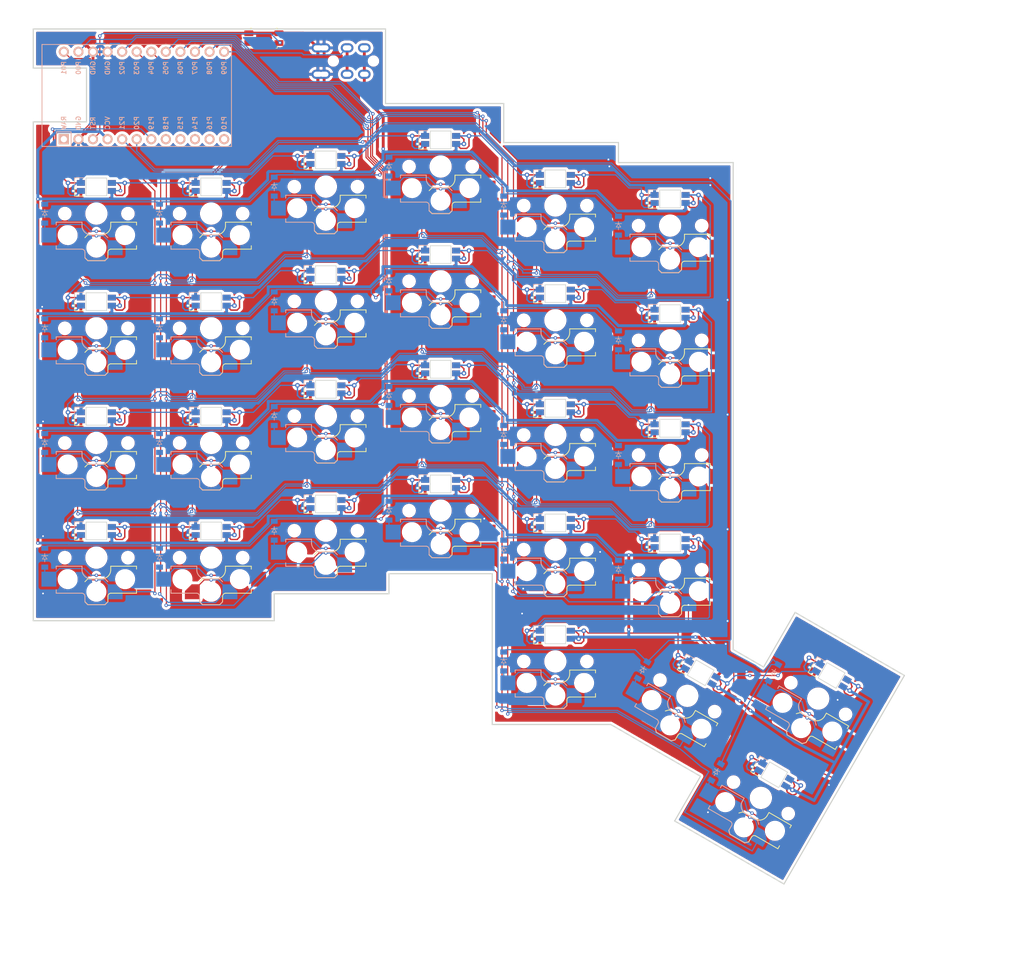
<source format=kicad_pcb>
(kicad_pcb (version 20240108) (generator "pcbnew") (generator_version "8.0")
  (title_block (title "southerly") (date "2024-12-20") (rev "v1.0.0") (company "Unknown"))
  (layers (0 "F.Cu" signal) (31 "B.Cu" signal) (34 "B.Paste" user) (35 "F.Paste" user) (36 "B.SilkS" user "B.Silkscreen") (37 "F.SilkS" user "F.Silkscreen") (38 "B.Mask" user) (39 "F.Mask" user) (44 "Edge.Cuts" user))
  (net 0 "")
  (net 1 "P1")
  (net 2 "outer_bottom")
  (net 3 "GND")
  (net 4 "outer_home")
  (net 5 "outer_top")
  (net 6 "outer_num")
  (net 7 "P3")
  (net 8 "pinkey_bottom")
  (net 9 "pinkey_home")
  (net 10 "pinkey_top")
  (net 11 "pinkey_num")
  (net 12 "P4")
  (net 13 "ring_bottom")
  (net 14 "ring_home")
  (net 15 "ring_top")
  (net 16 "ring_num")
  (net 17 "P6")
  (net 18 "middle_bottom")
  (net 19 "middle_home")
  (net 20 "middle_top")
  (net 21 "middle_num")
  (net 22 "P7")
  (net 23 "index_bottom")
  (net 24 "index_home")
  (net 25 "index_top")
  (net 26 "index_num")
  (net 27 "P9")
  (net 28 "inner_bottom")
  (net 29 "inner_home")
  (net 30 "inner_top")
  (net 31 "inner_num")
  (net 32 "thumb_left_key")
  (net 33 "thumb_middle_key")
  (net 34 "thumb_right_key")
  (net 35 "thumb_top_key")
  (net 36 "P2")
  (net 37 "P5")
  (net 38 "P8")
  (net 39 "P21")
  (net 40 "P20")
  (net 41 "VCC")
  (net 42 "di_outer_bottom")
  (net 43 "di_outer_home")
  (net 44 "di_outer_top")
  (net 45 "do_outer_num")
  (net 46 "di_pinkey_bottom")
  (net 47 "di_pinkey_home")
  (net 48 "di_pinkey_top")
  (net 49 "di_ring_bottom")
  (net 50 "di_ring_home")
  (net 51 "di_ring_top")
  (net 52 "di_ring_num")
  (net 53 "di_middle_bottom")
  (net 54 "di_middle_home")
  (net 55 "di_middle_top")
  (net 56 "di_middle_num")
  (net 57 "di_index_bottom")
  (net 58 "di_index_home")
  (net 59 "di_index_top")
  (net 60 "di_index_num")
  (net 61 "di_inner_bottom")
  (net 62 "di_inner_home")
  (net 63 "di_inner_top")
  (net 64 "di_inner_num")
  (net 65 "di_thumb_left_key")
  (net 66 "do_thumb_middle_key")
  (net 67 "di_thumb_middle_key")
  (net 68 "do_thumb_right_key")
  (net 69 "do_thumb_top_key")
  (net 70 "RST")
  (net 71 "P0")
  (net 72 "RAW")
  (net 73 "P19")
  (net 74 "P18")
  (net 75 "P15")
  (net 76 "P14")
  (net 77 "P16")
  (net 78 "P10")
  (footprint "ceoloide:reset_switch_smd_side" (layer "F.Cu") (at 58 18.15)
    (property "Reference" "RST1" (hide yes))
    (property "Value" "")
  )
  (footprint "TRRS-PJ-320A-dual" (layer "F.Cu") (at 78.7 24.45 -90)
    (property "Reference" "TRRS1")
    (property "Value" "TRRS-PJ-320A-dual")
  )
  (footprint "ceoloide:switch_choc_v1_v2" (layer "B.Cu") (at 128.8 110.85 180)
    (property "Reference" "S21" (hide yes))
    (property "Value" "")
  )
  (footprint "ceoloide:switch_choc_v1_v2" (layer "B.Cu") (at 68.8 44.05 180)
    (property "Reference" "S12" (hide yes))
    (property "Value" "")
  )
  (footprint "ceoloide:led_SK6812mini-e (per-key, reversible)" (layer "B.Cu") (at 48.8 84.1)
    (property "Reference" "LED6" (hide yes))
    (property "Value" "")
    (fp_rect (start -1.8 -1.55) (end 1.8 1.55) (stroke (width 0.12)) (fill none) (layer "Edge.Cuts"))
  )
  (footprint "ceoloide:diode_tht_sod123" (layer "B.Cu") (at 19.8 68.75 -90)
    (property "Reference" "D3" (hide yes))
    (property "Value" "")
  )
  (footprint "ceoloide:led_SK6812mini-e (per-key, reversible)" (layer "B.Cu") (at 146.945508 146.617211 -30)
    (property "Reference" "LED27" (hide yes))
    (property "Value" "")
    (fp_poly (pts (xy -1.8 -1.55) (xy 1.8 -1.55) (xy 1.8 1.55) (xy -1.8 1.55)) (stroke (width 0.12)) (fill none) (layer "Edge.Cuts"))
  )
  (footprint "ceoloide:led_SK6812mini-e (per-key, reversible)" (layer "B.Cu") (at 108.8 62.7)
    (property "Reference" "LED19" (hide yes))
    (property "Value" "")
    (fp_rect (start -1.8 -1.55) (end 1.8 1.55) (stroke (width 0.12)) (fill none) (layer "Edge.Cuts"))
  )
  (footprint "ceoloide:diode_tht_sod123" (layer "B.Cu") (at 19.8 108.75 -90)
    (property "Reference" "D1" (hide yes))
    (property "Value" "")
  )
  (footprint "ceoloide:diode_tht_sod123" (layer "B.Cu") (at 59.8 84.05 -90)
    (property "Reference" "D10" (hide yes))
    (property "Value" "")
  )
  (footprint "ceoloide:diode_tht_sod123" (layer "B.Cu") (at 59.8 64.05 -90)
    (property "Reference" "D11" (hide yes))
    (property "Value" "")
  )
  (footprint "ceoloide:switch_choc_v1_v2" (layer "B.Cu") (at 28.8 48.75 180)
    (property "Reference" "S4" (hide yes))
    (property "Value" "")
  )
  (footprint "ceoloide:led_SK6812mini-e (per-key, reversible)" (layer "B.Cu") (at 134.125 128.822982 -30)
    (property "Reference" "LED26" (hide yes))
    (property "Value" "")
    (fp_poly (pts (xy -1.8 -1.55) (xy 1.8 -1.55) (xy 1.8 1.55) (xy -1.8 1.55)) (stroke (width 0.12)) (fill none) (layer "Edge.Cuts"))
  )
  (footprint "ceoloide:diode_tht_sod123" (layer "B.Cu") (at 99.8 67.35 -90)
    (property "Reference" "D19" (hide yes))
    (property "Value" "")
  )
  (footprint "ceoloide:switch_choc_v1_v2" (layer "B.Cu") (at 68.8 84.05 180)
    (property "Reference" "S10" (hide yes))
    (property "Value" "")
  )
  (footprint "ceoloide:led_SK6812mini-e (per-key, reversible)" (layer "B.Cu") (at 128.8 106.2)
    (property "Reference" "LED21" (hide yes))
    (property "Value" "")
    (fp_rect (start -1.8 -1.55) (end 1.8 1.55) (stroke (width 0.12)) (fill none) (layer "Edge.Cuts"))
  )
  (footprint "ceoloide:switch_choc_v1_v2" (layer "B.Cu") (at 128.8 50.85 180)
    (property "Reference" "S24" (hide yes))
    (property "Value" "")
  )
  (footprint "ceoloide:led_SK6812mini-e (per-key, reversible)" (layer "B.Cu") (at 88.8 35.9)
    (property "Reference" "LED16" (hide yes))
    (property "Value" "")
    (fp_rect (start -1.8 -1.55) (end 1.8 1.55) (stroke (width 0.12)) (fill none) (layer "Edge.Cuts"))
  )
  (footprint "ceoloide:diode_tht_sod123" (layer "B.Cu") (at 136.82628 146.144229 -120)
    (property "Reference" "D27" (hide yes))
    (property "Value" "")
  )
  (footprint "ceoloide:led_SK6812mini-e (per-key, reversible)" (layer "B.Cu") (at 48.8 104.1)
    (property "Reference" "LED5" (hide yes))
    (property "Value" "")
    (fp_rect (start -1.8 -1.55) (end 1.8 1.55) (stroke (width 0.12)) (fill none) (layer "Edge.Cuts"))
  )
  (footprint "ceoloide:led_SK6812mini-e (per-key, reversible)" (layer "B.Cu") (at 108.8 82.7)
    (property "Reference" "LED18" (hide yes))
    (property "Value" "")
    (fp_rect (start -1.8 -1.55) (end 1.8 1.55) (stroke (width 0.12)) (fill none) (layer "Edge.Cuts"))
  )
  (footprint "ceoloide:led_SK6812mini-e (per-key, reversible)" (layer "B.Cu") (at 28.8 84.1)
    (property "Reference" "LED2" (hide yes))
    (property "Value" "")
    (fp_rect (start -1.8 -1.55) (end 1.8 1.55) (stroke (width 0.12)) (fill none) (layer "Edge.Cuts"))
  )
  (footprint "ceoloide:diode_tht_sod123" (layer "B.Cu") (at 146.82628 128.823721 -120)
    (property "Reference" "D28" (hide yes))
    (property "Value" "")
  )
  (footprint "ceoloide:switch_choc_v1_v2" (layer "B.Cu") (at 88.8 100.55 180)
    (property "Reference" "S13" (hide yes))
    (property "Value" "")
  )
  (footprint "ceoloide:led_SK6812mini-e (per-key, reversible)" (layer "B.Cu") (at 68.8 79.4)
    (property "Reference" "LED10" (hide yes))
    (property "Value" "")
    (fp_rect (start -1.8 -1.55) (end 1.8 1.55) (stroke (width 0.12)) (fill none) (layer "Edge.Cuts"))
  )
  (footprint "ceoloide:diode_tht_sod123" (layer "B.Cu") (at 119.8 90.85 -90)
    (property "Reference" "D22" (hide yes))
    (property "Value" "")
  )
  (footprint "ceoloide:led_SK6812mini-e (per-key, reversible)" (layer "B.Cu") (at 128.8 46.2)
    (property "Reference" "LED24" (hide yes))
    (property "Value" "")
    (fp_rect (start -1.8 -1.55) (end 1.8 1.55) (stroke (width 0.12)) (fill none) (layer "Edge.Cuts"))
  )
  (footprint "ceoloide:switch_choc_v1_v2" (layer "B.Cu") (at 68.8 64.05 180)
    (property "Reference" "S11" (hide yes))
    (property "Value" "")
  )
  (footprint "ceoloide:led_SK6812mini-e (per-key, reversible)" (layer "B.Cu") (at 68.8 39.4)
    (property "Reference" "LED12" (hide yes))
    (property "Value" "")
    (fp_rect (start -1.8 -1.55) (end 1.8 1.55) (stroke (width 0.12)) (fill none) (layer "Edge.Cuts"))
  )
  (footprint "ceoloide:diode_tht_sod123" (layer "B.Cu") (at 124.005771 128.35 -120)
    (property "Reference" "D26" (hide yes))
    (property "Value" "")
  )
  (footprint "ceoloide:diode_tht_sod123" (layer "B.Cu") (at 39.8 48.75 -90)
    (property "Reference" "D8" (hide yes))
    (property "Value" "")
  )
  (footprint "ceoloide:switch_choc_v1_v2" (layer "B.Cu") (at 128.8 90.85 180)
    (property "Reference" "S22" (hide yes))
    (property "Value" "")
  )
  (footprint "ceoloide:switch_choc_v1_v2" (layer "B.Cu") (at 28.8 88.75 180)
    (property "Reference" "S2" (hide yes))
    (property "Value" "")
  )
  (footprint "ceoloide:switch_choc_v1_v2" (layer "B.Cu") (at 131.8 132.85 150)
    (property "Reference" "S26" (hide yes))
    (property "Value" "")
  )
  (footprint "ceoloide:led_SK6812mini-e (per-key, reversible)" (layer "B.Cu") (at 108.8 122.2)
    (property "Reference" "LED25" (hide yes))
    (property "Value" "")
    (fp_rect (start -1.8 -1.55) (end 1.8 1.55) (stroke (width 0.12)) (fill none) (layer "Edge.Cuts"))
  )
  (footprint "ceoloide:switch_choc_v1_v2" (layer "B.Cu") (at 108.8 67.35 180)
    (property "Reference" "S19" (hide yes))
    (property "Value" "")
  )
  (footprint "ceoloide:diode_tht_sod123" (layer "B.Cu") (at 19.8 48.75 -90)
    (property "Reference" "D4" (hide yes))
    (property "Value" "")
  )
  (footprint "ceoloide:diode_tht_sod123" (layer "B.Cu") (at 39.8 68.75 -90)
    (property "Reference" "D7" (hide yes))
    (property "Value" "")
  )
  (footprint "ceoloide:switch_choc_v1_v2" (layer "B.Cu") (at 144.620508 150.644229 150)
    (property "Reference" "S27" (hide yes))
    (property "Value" "")
  )
  (footprint "ProMicro" (layer "B.Cu") (at 37.1 28.15)
    (property "Reference" "MCU1" (hide yes))
    (property "Value" "" (hide yes))
  )
  (footprint "ceoloide:led_SK6812mini-e (per-key, reversible)" (layer "B.Cu") (at 68.8 59.4)
    (property "Reference" "LED11" (hide yes))
    (property "Value" "")
    (fp_rect (start -1.8 -1.55) (end 1.8 1.55) (stroke (width 0.12)) (fill none) (layer "Edge.Cuts"))
  )
  (footprint "ceoloide:switch_choc_v1_v2" (layer "B.Cu") (at 48.8 88.75 180)
    (property "Reference" "S6" (hide yes))
    (property "Value" "")
  )
  (footprint "ceoloide:diode_tht_sod123" (layer "B.Cu") (at 99.8 126.85 -90)
    (property "Reference" "D25" (hide yes))
    (property "Value" "")
  )
  (footprint "ceoloide:diode_tht_sod123" (layer "B.Cu") (at 79.8 100.55 -90)
    (property "Reference" "D13" (hide yes))
    (property "Value" "")
  )
  (footprint "ceoloide:led_SK6812mini-e (per-key, reversible)" (layer "B.Cu") (at 88.8 55.9)
    (property "Reference" "LED15" (hide yes))
    (property "Value" "")
    (fp_rect (start -1.8 -1.55) (end 1.8 1.55) (stroke (width 0.12)) (fill none) (layer "Edge.Cuts"))
  )
  (footprint "ceoloide:diode_tht_sod123" (layer "B.Cu") (at 39.8 88.75 -90)
    (property "Reference" "D6" (hide yes))
    (property "Value" "")
  )
  (footprint "ceoloide:switch_choc_v1_v2" (layer "B.Cu") (at 154.620508 133.323721 150)
    (property "Reference" "S28" (hide yes))
    (property "Value" "")
  )
  (footprint "ceoloide:switch_choc_v1_v2" (layer "B.Cu") (at 88.8 80.55 180)
    (property "Reference" "S14" (hide yes))
    (property "Value" "")
  )
  (footprint "ceoloide:switch_choc_v1_v2" (layer "B.Cu") (at 28.8 108.75 180)
    (property "Reference" "S1" (hide yes))
    (property "Value" "")
  )
  (footprint "ceoloide:led_SK6812mini-e (per-key, reversible)" (layer "B.Cu") (at 28.8 44.1)
    (property "Reference" "LED4" (hide yes))
    (property "Value" "")
    (fp_rect (start -1.8 -1.55) (end 1.8 1.55) (stroke (width 0.12)) (fill none) (layer "Edge.Cuts"))
  )
  (footprint "ceoloide:led_SK6812mini-e (per-key, reversible)" (layer "B.Cu") (at 128.8 86.2)
    (property "Reference" "LED22" (hide yes))
    (property "Value" "")
    (fp_rect (start -1.8 -1.55) (end 1.8 1.55) (stroke (width 0.12)) (fill none) (layer "Edge.Cuts"))
  )
  (footprint "ceoloide:led_SK6812mini-e (per-key, reversible)" (layer "B.Cu") (at 48.8 44.1)
    (property "Reference" "LED8" (hide yes))
    (property "Value" "")
    (fp_rect (start -1.8 -1.55) (end 1.8 1.55) (stroke (width 0.12)) (fill none) (layer "Edge.Cuts"))
  )
  (footprint "ceoloide:diode_tht_sod123" (layer "B.Cu") (at 79.8 80.55 -90)
    (property "Reference" "D14" (hide yes))
    (property "Value" "")
  )
  (footprint "ceoloide:switch_choc_v1_v2" (layer "B.Cu") (at 108.8 87.35 180)
    (property "Reference" "S18" (hide yes))
    (property "Value" "")
  )
  (footprint "ceoloide:switch_choc_v1_v2" (layer "B.Cu") (at 108.8 107.35 180)
    (property "Reference" "S17" (hide yes))
    (property "Value" "")
  )
  (footprint "ceoloide:led_SK6812mini-e (per-key, reversible)" (layer "B.Cu") (at 88.8 95.9)
    (property "Reference" "LED13" (hide yes))
    (property "Value" "")
    (fp_rect (start -1.8 -1.55) (end 1.8 1.55) (stroke (width 0.12)) (fill none) (layer "Edge.Cuts"))
  )
  (footprint "ceoloide:diode_tht_sod123" (layer "B.Cu") (at 19.8 88.75 -90)
    (property "Reference" "D2" (hide yes))
    (property "Value" "")
  )
  (footprint "ceoloide:switch_choc_v1_v2" (layer "B.Cu") (at 48.8 48.75 180)
    (property "Reference" "S8" (hide yes))
    (property "Value" "")
  )
  (footprint "ceoloide:switch_choc_v1_v2" (layer "B.Cu") (at 128.8 70.85 180)
    (property "Reference" "S23" (hide yes))
    (property "Value" "")
  )
  (footprint "ceoloide:switch_choc_v1_v2" (layer "B.Cu") (at 68.8 104.05 180)
    (property "Reference" "S9" (hide yes))
    (property "Value" "")
  )
  (footprint "ceoloide:diode_tht_sod123" (layer "B.Cu") (at 119.8 70.85 -90)
    (property "Reference" "D23" (hide yes))
    (property "Value" "")
  )
  (footprint "ceoloide:diode_tht_sod123" (layer "B.Cu") (at 99.8 47.35 -90)
    (property "Reference" "D20" (hide yes))
    (property "Value" "")
  )
  (footprint "ceoloide:led_SK6812mini-e (per-key, reversible)" (layer "B.Cu") (at 28.8 64.1)
    (property "Reference" "LED3" (hide yes))
    (property "Value" "")
    (fp_rect (start -1.8 -1.55) (end 1.8 1.55) (stroke (width 0.12)) (fill none) (layer "Edge.Cuts"))
  )
  (footprint "ceoloide:switch_choc_v1_v2" (layer "B.Cu") (at 108.8 126.85 180)
    (property "Reference" "S25" (hide yes))
    (property "Value" "")
  )
  (footprint "ceoloide:switch_choc_v1_v2" (layer "B.Cu") (at 88.8 40.55 180)
    (property "Reference" "S16" (hide yes))
    (property "Value" "")
  )
  (footprint "ceoloide:led_SK6812mini-e (per-key, reversible)" (layer "B.Cu") (at 28.8 104.1)
    (property "Reference" "LED1" (hide yes))
    (property "Value" "")
    (fp_rect (start -1.8 -1.55) (end 1.8 1.55) (stroke (width 0.12)) (fill none) (layer "Edge.Cuts"))
  )
  (footprint "ceoloide:switch_choc_v1_v2" (layer "B.Cu") (at 88.8 60.55 180)
    (property "Reference" "S15" (hide yes))
    (property "Value" "")
  )
  (footprint "ceoloide:led_SK6812mini-e (per-key, reversible)" (layer "B.Cu") (at 48.8 64.1)
    (property "Reference" "LED7" (hide yes))
    (property "Value" "")
    (fp_rect (start -1.8 -1.55) (end 1.8 1.55) (stroke (width 0.12)) (fill none) (layer "Edge.Cuts"))
  )
  (footprint "ceoloide:switch_choc_v1_v2" (layer "B.Cu") (at 48.8 108.75 180)
    (property "Reference" "S5" (hide yes))
    (property "Value" "")
  )
  (footprint "ceoloide:led_SK6812mini-e (per-key, reversible)" (layer "B.Cu") (at 88.8 75.9)
    (property "Reference" "LED14" (hide yes))
    (property "Value" "")
    (fp_rect (start -1.8 -1.55) (end 1.8 1.55) (stroke (width 0.12)) (fill none) (layer "Edge.Cuts"))
  )
  (footprint "ceoloide:diode_tht_sod123" (layer "B.Cu") (at 79.8 60.55 -90)
    (property "Reference" "D15" (hide yes))
    (property "Value" "")
  )
  (footprint "ceoloide:led_SK6812mini-e (per-key, reversible)" (layer "B.Cu") (at 108.8 102.7)
    (property "Reference" "LED17" (hide yes))
    (property "Value" "")
    (fp_rect (start -1.8 -1.55) (end 1.8 1.55) (stroke (width 0.12)) (fill none) (layer "Edge.Cuts"))
  )
  (footprint "ceoloide:diode_tht_sod123" (layer "B.Cu") (at 119.8 110.85 -90)
    (property "Reference" "D21" (hide yes))
    (property "Value" "")
  )
  (footprint "ceoloide:switch_choc_v1_v2" (layer "B.Cu") (at 48.8 68.75 180)
    (property "Reference" "S7" (hide yes))
    (property "Value" "")
  )
  (footprint "ceoloide:diode_tht_sod123" (layer "B.Cu") (at 79.8 40.55 -90)
    (property "Reference" "D16" (hide yes))
    (property "Value" "")
  )
  (footprint "ceoloide:diode_tht_sod123" (layer "B.Cu") (at 59.8 104.05 -90)
    (property "Reference" "D9" (hide yes))
    (property "Value" "")
  )
  (footprint "ceoloide:switch_choc_v1_v2" (layer "B.Cu") (at 108.8 47.35 180)
    (property "Reference" "S20" (hide yes))
    (property "Value" "")
  )
  (footprint "ceoloide:diode_tht_sod123" (layer "B.Cu") (at 59.8 44.05 -90)
    (property "Reference" "D12" (hide yes))
    (property "Value" "")
  )
  (footprint "ceoloide:diode_tht_sod123" (layer "B.Cu") (at 99.8 87.35 -90)
    (property "Reference" "D18" (hide yes))
    (property "Value" "")
  )
  (footprint "ceoloide:diode_tht_sod123" (layer "B.Cu") (at 99.8 107.35 -90)
    (property "Reference" "D17" (hide yes))
    (property "Value" "")
  )
  (footprint "ceoloide:led_SK6812mini-e (per-key, reversible)" (layer "B.Cu") (at 128.8 66.2)
    (property "Reference" "LED23" (hide yes))
    (property "Value" "")
    (fp_rect (start -1.8 -1.55) (end 1.8 1.55) (stroke (width 0.12)) (fill none) (layer "Edge.Cuts"))
  )
  (footprint "ceoloide:led_SK6812mini-e (per-key, reversible)" (layer "B.Cu") (at 108.8 42.7)
    (property "Reference" "LED20" (hide yes))
    (property "Value" "")
    (fp_rect (start -1.8 -1.55) (end 1.8 1.55) (stroke (width 0.12)) (fill none) (layer "Edge.Cuts"))
  )
  (footprint "ceoloide:diode_tht_sod123" (layer "B.Cu") (at 119.8 50.85 -90)
    (property "Reference" "D24" (hide yes))
    (property "Value" "")
  )
  (footprint "ceoloide:diode_tht_sod123" (layer "B.Cu") (at 39.8 108.75 -90)
    (property "Reference" "D5" (hide yes))
    (property "Value" "")
  )
  (footprint "ceoloide:switch_choc_v1_v2" (layer "B.Cu") (at 28.8 68.75 180)
    (property "Reference" "S3" (hide yes))
    (property "Value" "")
  )
  (footprint "ceoloide:led_SK6812mini-e (per-key, reversible)" (layer "B.Cu") (at 68.8 99.4)
    (property "Reference" "LED9" (hide yes))
    (property "Value" "")
    (fp_rect (start -1.8 -1.55) (end 1.8 1.55) (stroke (width 0.12)) (fill none) (layer "Edge.Cuts"))
  )
  (footprint "ceoloide:led_SK6812mini-e (per-key, reversible)" (layer "B.Cu") (at 156.945508 129.296703 -30)
    (property "Reference" "LED28" (hide yes))
    (property "Value" "")
    (fp_poly (pts (xy -1.8 -1.55) (xy 1.8 -1.55) (xy 1.8 1.55) (xy -1.8 1.55)) (stroke (width 0.12)) (fill none) (layer "Edge.Cuts"))
  )
  (gr_line (start 99.800001 36.349999) (end 99.800001 29.549999) (stroke (width 0.2)) (layer "Edge.Cuts"))
  (gr_line (start 17.800001 32.75) (end 17.800001 119.749999) (stroke (width 0.2)) (layer "Edge.Cuts"))
  (gr_line (start 97.8 137.85) (end 118.460254 137.85) (stroke (width 0.2)) (layer "Edge.Cuts"))
  (gr_line (start 148.646789 165.670508) (end 169.646789 129.297441) (stroke (width 0.2)) (layer "Edge.Cuts"))
  (gr_line (start 139.8 124.767096) (end 139.8 39.849999) (stroke (width 0.2)) (layer "Edge.Cuts"))
  (gr_line (start 27.08 32.75) (end 17.8 32.75) (stroke (width 0.2)) (layer "Edge.Cuts"))
  (gr_line (start 17.8 23.375) (end 27.0875 23.375) (stroke (width 0.2)) (layer "Edge.Cuts"))
  (gr_line (start 97.800001 111.549999) (end 97.8 137.85) (stroke (width 0.2)) (layer "Edge.Cuts"))
  (gr_line (start 59.8 119.75) (end 59.8 115.05) (stroke (width 0.2)) (layer "Edge.Cuts"))
  (gr_line (start 79.2 16.549999) (end 17.8 16.55) (stroke (width 0.2)) (layer "Edge.Cuts"))
  (gr_line (start 139.8 39.849999) (end 119.8 39.85) (stroke (width 0.2)) (layer "Edge.Cuts"))
  (gr_line (start 99.800001 29.549999) (end 79.200002 29.549999) (stroke (width 0.2)) (layer "Edge.Cuts"))
  (gr_line (start 169.646789 129.297441) (end 150.594229 118.29744) (stroke (width 0.2)) (layer "Edge.Cuts"))
  (gr_line (start 27.078304 23.375) (end 27.078304 32.75) (stroke (width 0.2)) (layer "Edge.Cuts"))
  (gr_line (start 119.8 36.349999) (end 99.800001 36.349999) (stroke (width 0.2)) (layer "Edge.Cuts"))
  (gr_line (start 145.09423 127.82372) (end 139.8 124.767096) (stroke (width 0.2)) (layer "Edge.Cuts"))
  (gr_line (start 134.09423 146.876279) (end 129.594229 154.670507) (stroke (width 0.2)) (layer "Edge.Cuts"))
  (gr_line (start 129.594229 154.670507) (end 148.646789 165.670508) (stroke (width 0.2)) (layer "Edge.Cuts"))
  (gr_line (start 59.8 115.05) (end 79.8 115.049999) (stroke (width 0.2)) (layer "Edge.Cuts"))
  (gr_line (start 17.800001 119.749999) (end 59.8 119.75) (stroke (width 0.2)) (layer "Edge.Cuts"))
  (gr_line (start 17.8 16.55) (end 17.8 23.375) (stroke (width 0.2)) (layer "Edge.Cuts"))
  (gr_line (start 79.800001 111.549999) (end 97.800001 111.549999) (stroke (width 0.2)) (layer "Edge.Cuts"))
  (gr_line (start 118.460254 137.85) (end 134.09423 146.876279) (stroke (width 0.2)) (layer "Edge.Cuts"))
  (gr_line (start 119.8 39.85) (end 119.8 36.349999) (stroke (width 0.2)) (layer "Edge.Cuts"))
  (gr_line (start 79.8 115.049999) (end 79.800001 111.549999) (stroke (width 0.2)) (layer "Edge.Cuts"))
  (gr_line (start 150.594229 118.29744) (end 145.09423 127.82372) (stroke (width 0.2)) (layer "Edge.Cuts"))
  (gr_line (start 79.200002 29.549999) (end 79.2 16.549999) (stroke (width 0.2)) (layer "Edge.Cuts"))
  (segment (start 27.6 112.625) (end 28.8 112.625) (width 0.2) (layer "F.Cu") (net 1))
  (segment (start 25.525 74.7) (end 25.525 81.125) (width 0.2) (layer "F.Cu") (net 1))
  (segment (start 27.72276 21.7063) (end 27.733 21.71654) (width 0.2) (layer "F.Cu") (net 1))
  (segment (start 21.697476 34.896224) (end 21.697476 40.272476) (width 0.2) (layer "F.Cu") (net 1))
  (segment (start 25.525 114.7) (end 27.6 112.625) (width 0.2) (layer "F.Cu") (net 1))
  (segment (start 36 41.8) (end 23.2 41.8) (width 0.2) (layer "F.Cu") (net 1))
  (segment (start 39 115) (end 39 44.8) (width 0.2) (layer "F.Cu") (net 1))
  (segment (start 25.525 94.7) (end 27.6 92.625) (width 0.2) (layer "F.Cu") (net 1))
  (segment (start 23.13 20.53) (end 24.3063 21.7063) (width 0.2) (layer "F.Cu") (net 1))
  (segment (start 26.17172 34.5937) (end 27.733 33.03242) (width 0.2) (layer "F.Cu") (net 1))
  (segment (start 25.525 94.7) (end 25.525 101.025) (width 0.2) (layer "F.Cu") (net 1))
  (segment (start 21.697476 40.272476) (end 23.2 41.775) (width 0.2) (layer "F.Cu") (net 1))
  (segment (start 25.525 54.7) (end 27.6 52.625) (width 0.2) (layer "F.Cu") (net 1))
  (segment (start 22.0037 34.5937) (end 22 34.59) (width 0.2) (layer "F.Cu") (net 1))
  (segment (start 24.3063 21.7063) (end 27.72276 21.7063) (width 0.2) (layer "F.Cu") (net 1))
  (segment (start 39 44.8) (end 36 41.8) (width 0.2) (layer "F.Cu") (net 1))
  (segment (start 27.6 72.625) (end 28.8 72.625) (width 0.2) (layer "F.Cu") (net 1))
  (segment (start 25.525 59.475) (end 26.9 60.85) (width 0.2) (layer "F.Cu") (net 1))
  (segment (start 22 34.5937) (end 21.697476 34.896224) (width 0.2) (layer "F.Cu") (net 1))
  (segment (start 26.17172 34.5937) (end 22.0037 34.5937) (width 0.2) (layer "F.Cu") (net 1))
  (segment (start 27.6 92.625) (end 28.8 92.625) (width 0.2) (layer "F.Cu") (net 1))
  (segment (start 25.525 54.7) (end 25.525 59.475) (width 0.2) (layer "F.Cu") (net 1))
  (segment (start 25.525 101.025) (end 25.6 101.1) (width 0.2) (layer "F.Cu") (net 1))
  (segment (start 25.525 81.125) (end 25.6 81.2) (width 0.2) (layer "F.Cu") (net 1))
  (segment (start 25.525 74.7) (end 27.6 72.625) (width 0.2) (layer "F.Cu") (net 1))
  (segment (start 27.733 21.71654) (end 27.733 33.03242) (width 0.2) (layer "F.Cu") (net 1))
  (segment (start 27.6 52.625) (end 28.8 52.625) (width 0.2) (layer "F.Cu") (net 1))
  (via (at 28.8 72.625) (size 0.6) (drill 0.3) (layers "F.Cu" "B.Cu") (net 1))
  (via (at 26.9 60.85) (size 0.6) (drill 0.3) (layers "F.Cu" "B.Cu") (net 1))
  (via (at 25.6 101.1) (size 0.6) (drill 0.3) (layers "F.Cu" "B.Cu") (net 1))
  (via (at 28.8 92.625) (size 0.6) (drill 0.3) (layers "F.Cu" "B.Cu") (net 1))
  (via (at 28.8 52.625) (size 0.6) (drill 0.3) (layers "F.Cu" "B.Cu") (net 1))
  (via (at 25.6 81.2) (size 0.6) (drill 0.3) (layers "F.Cu" "B.Cu") (net 1))
  (via (at 39 115) (size 0.6) (drill 0.3) (layers "F.Cu" "B.Cu") (net 1))
  (via (at 39 81.05) (size 0.6) (drill 0.3) (layers "F.Cu" "B.Cu") (net 1))
  (via (at 39 101.05) (size 0.6) (drill 0.3) (layers "F.Cu" "B.Cu") (net 1))
  (via (at 28.8 112.625) (size 0.6) (drill 0.3) (layers "F.Cu" "B.Cu") (net 1))
  (via (at 39 60.85) (size 0.6) (drill 0.3) (layers "F.Cu" "B.Cu") (net 1))
  (segment (start 32.075 74.7) (end 30 72.625) (width 0.2) (layer "B.Cu") (net 1))
  (segment (start 26.9 60.85) (end 27.173 61.123) (width 0.2) (layer "B.Cu") (net 1))
  (segment (start 32.075 54.7) (end 30 52.625) (width 0.2) (layer "B.Cu") (net 1))
  (segment (start 32.075 114.7) (end 38.7 114.7) (width 0.2) (layer "B.Cu") (net 1))
  (segment (start 32.075 114.7) (end 30 112.625) (width 0.2) (layer "B.Cu") (net 1))
  (segment (start 27.173 61.123) (end 38.727 61.123) (width 0.2) (layer "B.Cu") (net 1))
  (segment (start 38.95 101.1) (end 39 101.05) (width 0.2) (layer "B.Cu") (net 1))
  (segment (start 25.723 81.323) (end 38.727 81.323) (width 0.2) (layer "B.Cu") (net 1))
  (segment (start 32.075 94.7) (end 30 92.625) (width 0.2) (layer "B.Cu") (net 1))
  (segment (start 38.727 61.123) (end 39 60.85) (width 0.2) (layer "B.Cu") (net 1))
  (segment (start 25.6 101.1) (end 38.95 101.1) (width 0.2) (layer "B.Cu") (net 1))
  (segment (start 38.7 114.7) (end 39 115) (width 0.2) (layer "B.Cu") (net 1))
  (segment (start 30 52.625) (end 28.8 52.625) (width 0.2) (layer "B.Cu") (net 1))
  (segment (start 25.6 81.2) (end 25.723 81.323) (width 0.2) (layer "B.Cu") (net 1))
  (segment (start 38.727 81.323) (end 39 81.05) (width 0.2) (layer "B.Cu") (net 1))
  (segment (start 30 112.625) (end 28.8 112.625) (width 0.2) (layer "B.Cu") (net 1))
  (segment (start 30 92.625) (end 28.8 92.625) (width 0.2) (layer "B.Cu") (net 1))
  (segment (start 30 72.625) (end 28.8 72.625) (width 0.2) (layer "B.Cu") (net 1))
  (segment (start 29.775 111.825) (end 28.8 111.825) (width 0.2) (layer "F.Cu") (net 2))
  (segment (start 37.075 112.5) (end 35.221 110.646) (width 0.2) (layer "F.Cu") (net 2))
  (segment (start 30.954 110.646) (end 29.775 111.825) (width 0.2) (layer "F.Cu") (net 2))
  (segment (start 35.221 110.646) (end 30.954 110.646) (width 0.2) (layer "F.Cu") (net 2))
  (via (at 28.8 111.825) (size 0.6) (drill 0.3) (layers "F.Cu" "B.Cu") (net 2))
  (segment (start 20.525 112.5) (end 22.379 110.646) (width 0.2) (layer "B.Cu") (net 2))
  (segment (start 22.379 110.646) (end 26.659834 110.646) (width 0.2) (layer "B.Cu") (net 2))
  (segment (start 19.8 111.775) (end 20.525 112.5) (width 0.2) (layer "B.Cu") (net 2))
  (segment (start 19.8 110.4) (end 19.8 111.775) (width 0.2) (layer "B.Cu") (net 2))
  (segment (start 27.838834 111.825) (end 28.8 111.825) (width 0.2) (layer "B.Cu") (net 2))
  (segment (start 26.659834 110.646) (end 27.838834 111.825) (width 0.2) (layer "B.Cu") (net 2))
  (segment (start 28.21 33.23) (end 28.21 20.53) (width 0.5) (layer "F.Cu") (net 3))
  (segment (start 126.1 46.9) (end 124.74 46.9) (width 0.25) (layer "F.Cu") (net 3))
  (segment (start 24.74 64.8) (end 19.55 64.8) (width 0.5) (layer "F.Cu") (net 3))
  (segment (start 67.4 19.85) (end 64.85 17.3) (width 0.5) (layer "F.Cu") (net 3))
  (segment (start 135.8 43.8) (end 138.825 46.825) (width 0.5) (layer "F.Cu") (net 3))
  (segment (start 24.74 84.8) (end 19.7 84.8) (width 0.5) (layer "F.Cu") (net 3))
  (segment (start 106.1 83.4) (end 104.74 83.4) (width 0.25) (layer "F.Cu") (net 3))
  (segment (start 143.3 147.3) (end 150.2 151) (width 0.5) (layer "F.Cu") (net 3))
  (segment (start 26.1 84.8) (end 24.74 84.8) (width 0.25) (layer "F.Cu") (net 3))
  (segment (start 126.1 66.9) (end 124.74 66.9) (width 0.25) (layer "F.Cu") (net 3))
  (segment (start 46.1 84.8) (end 44.74 84.8) (width 0.25) (layer "F.Cu") (net 3))
  (segment (start 46.1 64.8) (end 44.74 64.8) (width 0.25) (layer "F.Cu") (net 3))
  (segment (start 55.1 17.3) (end 55 17.4) (width 0.5) (layer "F.Cu") (net 3))
  (segment (start 66.1 80.1) (end 64.74 80.1) (width 0.25) (layer "F.Cu") (net 3))
  (segment (start 26.1 104.8) (end 24.74 104.8) (width 0.25) (layer "F.Cu") (net 3))
  (segment (start 118.213025 39.463025) (end 118.05 39.3) (width 0.2) (layer "F.Cu") (net 3))
  (segment (start 144.257239 145.873429) (end 143.891213 146.239455) (width 0.5) (layer "F.Cu") (net 3))
  (segment (start 104.74 122.9) (end 104.047918 122.9) (width 0.5) (layer "F.Cu") (net 3))
  (segment (start 118.213025 40.523) (end 118.213025 39.463025) (width 0.2) (layer "F.Cu") (net 3))
  (segment (start 55.375 17.3) (end 60.625 17.3) (width 0.5) (layer "F.Cu") (net 3))
  (segment (start 126.1 86.9) (end 124.74 86.9) (width 0.25) (layer "F.Cu") (net 3))
  (segment (start 138.8 123.5) (end 138.5 123.8) (width 0.5) (layer "F.Cu") (net 3))
  (segment (start 106.1 103.4) (end 104.74 103.4) (width 0.25) (layer "F.Cu") (net 3))
  (segment (start 66.1 60.1) (end 64.74 60.1) (width 0.25) (layer "F.Cu") (net 3))
  (segment (start 19.7 104.8) (end 19.5 105) (width 0.5) (layer "F.Cu") (net 3))
  (segment (start 150.2 151) (end 153.9 151) (width 0.5) (layer "F.Cu") (net 3))
  (segment (start 143.891213 146.239455) (end 143.3 147.3) (width 0.5) (layer "F.Cu") (net 3))
  (segment (start 19.7 84.8) (end 19.5 85) (width 0.5) (layer "F.Cu") (net 3))
  (segment (start 24.74 104.8) (end 19.7 104.8) (width 0.5) (layer "F.Cu") (net 3))
  (segment (start 26.1 64.8) (end 24.74 64.8) (width 0.25) (layer "F.Cu") (net 3))
  (segment (start 126.1 106.9) (end 124.74 106.9) (width 0.25) (layer "F.Cu") (net 3))
  (segment (start 66.1 40.1) (end 64.74 40.1) (width 0.25) (layer "F.Cu") (net 3))
  (segment (start 67.4 19.85) (end 67.4 24.45) (width 0.5) (layer "F.Cu") (net 3))
  (segment (start 55.375 17.3) (end 55.1 17.3) (width 0.5) (layer "F.Cu") (net 3))
  (segment (start 46.1 104.8) (end 44.74 104.8) (width 0.25) (layer "F.Cu") (net 3))
  (segment (start 106.1 122.9) (end 104.74 122.9) (width 0.25) (layer "F.Cu") (net 3))
  (segment (start 86.1 56.6) (end 84.74 56.6) (width 0.25) (layer "F.Cu") (net 3))
  (segment (start 86.1 76.6) (end 84.74 76.6) (width 0.25) (layer "F.Cu") (net 3))
  (segment (start 154.25724 128.55292) (end 153.079445 127.87292) (width 0.25) (layer "F.Cu") (net 3))
  (segment (start 86.1 36.6) (end 84.74 36.6) (width 0.25) (layer "F.Cu") (net 3))
  (segment (start 153.9 151) (end 156.5 148.4) (width 0.5) (layer "F.Cu") (net 3))
  (segment (start 142.1 128.6) (end 142.147079 128.552921) (width 0.5) (layer "F.Cu") (net 3))
  (segment (start 67.4 37.05) (end 67.4 24.45) (width 0.5) (layer "F.Cu") (net 3))
  (segment (start 144.25724 145.873428) (end 143.079445 145.193428) (width 0.25) (layer "F.Cu") (net 3))
  (segment (start 104.047918 122.9) (end 103 121.852082) (width 0.5) (layer "F.Cu") (net 3))
  (segment (start 138.825 119.775) (end 138.8 119.8) (width 0.5) (layer "F.Cu") (net 3))
  (segment (start 19.5 105) (end 19.5 115) (width 0.5) (layer "F.Cu") (net 3))
  (segment (start 138.8 119.8) (end 138.8 123.5) (width 0.5) (layer "F.Cu") (net 3))
  (segment (start 64.85 17.3) (end 60.625 17.3) (width 0.5) (layer "F.Cu") (net 3))
  (segment (start 106.1 63.4) (end 104.74 63.4) (width 0.25) (layer "F.Cu") (net 3))
  (segment (start 131.436731 128.0792) (end 130.258937 127.3992) (width 0.25) (layer "F.Cu") (net 3))
  (segment (start 25.67 35.77) (end 28.21 33.23) (width 0.5) (layer "F.Cu") (net 3))
  (segment (start 46.1 44.8) (end 44.74 44.8) (width 0.25) (layer "F.Cu") (net 3))
  (segment (start 135.8 43.8) (end 135.8 42.55) (width 0.2) (layer "F.Cu") (net 3))
  (segment (start 86.1 96.6) (end 84.74 96.6) (width 0.25) (layer "F.Cu") (net 3))
  (segment (start 103 121.852082) (end 103 118.5) (width 0.5) (layer "F.Cu") (net 3))
  (segment (start 26.1 44.8) (end 24.74 44.8) (width 0.25) (layer "F.Cu") (net 3))
  (segment (start 106.1 43.4) (end 104.74 43.4) (width 0.25) (layer "F.Cu") (net 3))
  (segment (start 19.55 64.8) (end 19.35 65) (width 0.5) (layer "F.Cu") (net 3))
  (segment (start 66.1 100.1) (end 64.74 100.1) (width 0.25) (layer "F.Cu") (net 3))
  (segment (start 142.147079 128.552921) (end 154.257239 128.552921) (width 0.5) (layer "F.Cu") (net 3))
  (segment (start 138.825 46.825) (end 138.825 119.775) (width 0.5) (layer "F.Cu") (net 3))
  (via (at 64.74 60.1) (size 0.8) (drill 0.4) (layers "F.Cu" "B.Cu") (net 3))
  (via (at 118.05 39.3) (size 0.6) (drill 0.3) (layers "F.Cu" "B.Cu") (net 3))
  (via (at 84.74 76.6) (size 0.8) (drill 0.4) (layers "F.Cu" "B.Cu") (net 3))
  (via (at 19.35 65) (size 0.6) (drill 0.3) (layers "F.Cu" "B.Cu") (net 3))
  (via (at 19.5 115) (size 0.6) (drill 0.3) (layers "F.Cu" "B.Cu") (net 3))
  (via (at 118.213025 40.523) (size 0.6) (drill 0.3) (layers "F.Cu" "B.Cu") (net 3))
  (via (at 138.8 119.8) (size 0.6) (drill 0.3) (layers "F.Cu" "B.Cu") (net 3))
  (via (at 19.5 105) (size 0.6) (drill 0.3) (layers "F.Cu" "B.Cu") (net 3))
  (via (at 44.74 84.8) (size 0.8) (drill 0.4) (layers "F.Cu" "B.Cu") (net 3))
  (via (at 104.74 63.4) (size 0.8) (drill 0.4) (layers "F.Cu" "B.Cu") (net 3))
  (via (at 96.4 101.95) (size 0.6) (drill 0.3) (layers "F.Cu" "B.Cu") (net 3))
  (via (at 138.8 83.8) (size 0.6) (drill 0.3) (layers "F.Cu" "B.Cu") (net 3))
  (via (at 84.74 96.6) (size 0.8) (drill 0.4) (layers "F.Cu" "B.Cu") (net 3))
  (via (at 44.74 64.8) (size 0.8) (drill 0.4) (layers "F.Cu" "B.Cu") (net 3))
  (via (at 135.4 153.15) (size 0.6) (drill 0.3) (layers "F.Cu" "B.Cu") (net 3))
  (via (at 24.74 104.8) (size 0.8) (drill 0.4) (layers "F.Cu" "B.Cu") (net 3))
  (via (at 146.2 136.75) (size 0.6) (drill 0.3) (layers "F.Cu" "B.Cu") (net 3))
  (via (at 104.74 122.9) (size 0.8) (drill 0.4) (layers "F.Cu" "B.Cu") (net 3))
  (via (at 135.8 43.8) (size 0.6) (drill 0.3) (layers "F.Cu" "B.Cu") (net 3))
  (via (at 64.74 80.1) (size 0.8) (drill 0.4) (layers "F.Cu" "B.Cu") (net 3))
  (via (at 143.079445 145.193428) (size 0.8) (drill 0.4) (layers "F.Cu" "B.Cu") (net 3))
  (via (at 124.74 66.9) (size 0.8) (drill 0.4) (layers "F.Cu" "B.Cu") (net 3))
  (via (at 44.74 44.8) (size 0.8) (drill 0.4) (layers "F.Cu" "B.Cu") (net 3))
  (via (at 84.74 36.6) (size 0.8) (drill 0.4) (layers "F.Cu" "B.Cu") (net 3))
  (via (at 135.8 42.55) (size 0.6) (drill 0.3) (layers "F.Cu" "B.Cu") (net 3))
  (via (at 104.74 103.4) (size 0.8) (drill 0.4) (layers "F.Cu" "B.Cu") (net 3))
  (via (at 104.74 83.4) (size 0.8) (drill 0.4) (layers "F.Cu" "B.Cu") (net 3))
  (via (at 84.74 56.6) (size 0.8) (drill 0.4) (layers "F.Cu" "B.Cu") (net 3))
  (via (at 156.5 148.4) (size 0.6) (drill 0.3) (layers "F.Cu" "B.Cu") (net 3))
  (via (at 44.74 104.8) (size 0.8) (drill 0.4) (layers "F.Cu" "B.Cu") (net 3))
  (via (at 124.74 46.9) (size 0.8) (drill 0.4) (layers "F.Cu" "B.Cu") (net 3))
  (via (at 153.079445 127.87292) (size 0.8) (drill 0.4) (layers "F.Cu" "B.Cu") (net 3))
  (via (at 104.74 43.4) (size 0.8) (drill 0.4) (layers "F.Cu" "B.Cu") (net 3))
  (via (at 138.8 63.8) (size 0.6) (drill 0.3) (layers "F.Cu" "B.Cu") (net 3))
  (via (at 24.74 64.8) (size 0.8) (drill 0.4) (layers "F.Cu" "B.Cu") (net 3))
  (via (at 64.74 100.1) (size 0.8) (drill 0.4) (layers "F.Cu" "B.Cu") (net 3))
  (via (at 19.5 85) (size 0.6) (drill 0.3) (layers "F.Cu" "B.Cu") (net 3))
  (via (at 158 133.55) (size 0.6) (drill 0.3) (layers "F.Cu" "B.Cu") (net 3))
  (via (at 64.74 40.1) (size 0.8) (drill 0.4) (layers "F.Cu" "B.Cu") (net 3))
  (via (at 124.74 86.9) (size 0.8) (drill 0.4) (layers "F.Cu" "B.Cu") (net 3))
  (via (at 24.74 44.8) (size 0.8) (drill 0.4) (layers "F.Cu" "B.Cu") (net 3))
  (via (at 130.258937 127.3992) (size 0.8) (drill 0.4) (layers "F.Cu" "B.Cu") (net 3))
  (via (at 67.4 37.05) (size 0.6) (drill 0.3) (layers "F.Cu" "B.Cu") (net 3))
  (via (at 24.74 84.8) (size 0.8) (drill 0.4) (layers "F.Cu" "B.Cu") (net 3))
  (via (at 138.8 103.8) (size 0.6) (drill 0.3) (layers "F.Cu" "B.Cu") (net 3))
  (via (at 116.6 107.75) (size 0.6) (drill 0.3) (layers "F.Cu" "B.Cu") (net 3))
  (via (at 103 118.5) (size 0.6) (drill 0.3) (layers "F.Cu" "B.Cu") (net 3))
  (via (at 142.1 128.6) (size 0.6) (drill 0.3) (layers "F.Cu" "B.Cu") (net 3))
  (via (at 103.2 114.15) (size 0.6) (drill 0.3) (layers "F.Cu" "B.Cu") (net 3))
  (via (at 124.74 106.9) (size 0.8) (drill 0.4) (layers "F.Cu" "B.Cu") (net 3))
  (via (at 138.5 123.8) (size 0.6) (drill 0.3) (layers "F.Cu" "B.Cu") (net 3))
  (segment (start 85.4 95.2) (end 84.74 95.794084) (width 0.25) (layer "B.Cu") (net 3))
  (segment (start 101.8 59.4) (end 101.8 60.2) (width 0.5) (layer "B.Cu") (net 3))
  (segment (start 115.8 60.2) (end 119.4 63.8) (width 0.5) (layer "B.Cu") (net 3))
  (segment (start 101.8 40.4) (end 118.4 40.4) (width 0.5) (layer "B.Cu") (net 3))
  (segment (start 81.8 93.4) (end 95.8 93.4) (width 0.5) (layer "B.Cu") (net 3))
  (segment (start 86.1 75.2) (end 86.1 73.7) (width 0.5) (layer "B.Cu") (net 3))
  (segment (start 79.2 33.4) (end 94.8 33.4) (width 0.5) (layer "B.Cu") (net 3))
  (segment (start 65.4 58.7) (end 64.74 59.294084) (width 0.25) (layer "B.Cu") (net 3))
  (segment (start 121.8 83.8) (end 138.8 83.8) (width 0.5) (layer "B.Cu") (net 3))
  (segment (start 81.8 73.6) (end 95.8 73.6) (width 0.5) (layer "B.Cu") (net 3))
  (segment (start 64.74 39.294084) (end 64.74 40.1) (width 0.25) (layer "B.Cu") (net 3))
  (segment (start 104.74 122.094084) (end 104.74 122.9) (width 0.25) (layer "B.Cu") (net 3))
  (segment (start 126.1 105.5) (end 126.1 103.9) (width 0.5) (layer "B.Cu") (net 3))
  (segment (start 166.5 130.2) (end 156.4 124.5) (width 0.5) (layer "B.Cu") (net 3))
  (segment (start 26.9 61.6) (end 57.2 61.6) (width 0.5) (layer "B.Cu") (net 3))
  (segment (start 84.74 55.794084) (end 84.74 56.6) (width 0.25) (layer "B.Cu") (net 3))
  (segment (start 65.4 78.7) (end 64.74 79.294084) (width 0.25) (layer "B.Cu") (net 3))
  (segment (start 101.8 99.4) (end 101.8 100.2) (width 0.5) (layer "B.Cu") (net 3))
  (segment (start 126.1 63.9) (end 126 63.8) (width 0.5) (layer "B.Cu") (net 3))
  (segment (start 26.1 63.4) (end 26.1 62.4) (width 0.5) (layer "B.Cu") (net 3))
  (segment (start 26.972183 41.8) (end 55.8 41.8) (width 0.5) (layer "B.Cu") (net 3))
  (segment (start 118.277 40.523) (end 118.213025 40.523) (width 0.2) (layer "B.Cu") (net 3))
  (segment (start 126.1 65.5) (end 125.4 65.5) (width 0.25) (layer "B.Cu") (net 3))
  (segment (start 44.74 43.994084) (end 44.74 44.8) (width 0.25) (layer "B.Cu") (net 3))
  (segment (start 24.74 43.994084) (end 24.74 44.8) (width 0.25) (layer "B.Cu") (net 3))
  (segment (start 86.1 35.2) (end 86.1 33.5) (width 0.5) (layer "B.Cu") (net 3))
  (segment (start 84.74 35.794084) (end 84.74 36.6) (width 0.25) (layer "B.Cu") (net 3))
  (segment (start 118.4 40.4) (end 118.277 40.523) (width 0.2) (layer "B.Cu") (net 3))
  (segment (start 118.4 40.4) (end 121.8 43.8) (width 0.5) (layer "B.Cu") (net 3))
  (segment (start 55.8 41.8) (end 60.6 37) (width 0.5) (layer "B.Cu") (net 3))
  (segment (start 125.4 45.5) (end 124.74 46.094084) (width 0.25) (layer "B.Cu") (net 3))
  (segment (start 138.4 119.8) (end 138.8 119.8) (width 0.5) (layer "B.Cu") (net 3))
  (segment (start 106.1 120.772183) (end 107.072183 119.8) (width 0.5) (layer "B.Cu") (net 3))
  (segment (start 26.1 83.4) (end 25.4 83.4) (width 0.25) (layer "B.Cu") (net 3))
  (segment (start 26.1 103.4) (end 25.4 103.4) (width 0.25) (layer "B.Cu") (net 3))
  (segment (start 26.972183 81.8) (end 57 81.8) (width 0.5) (layer "B.Cu") (net 3))
  (segment (start 24.74 103.994084) (end 24.74 104.8) (width 0.25) (layer "B.Cu") (net 3))
  (segment (start 106.1 100.3) (end 106 100.2) (width 0.5) (layer "B.Cu") (net 3))
  (segment (start 64.74 79.294084) (end 64.74 80.1) (width 0.25) (layer "B.Cu") (net 3))
  (segment (start 106.1 42) (end 105.4 42) (width 0.25) (layer "B.Cu") (net 3))
  (segment (start 104.74 82.594084) (end 104.74 83.4) (width 0.25) (layer "B.Cu") (net 3))
  (segment (start 142.1 128.6) (end 140.2 128.6) (width 0.5) (layer "B.Cu") (net 3))
  (segment (start 44.74 63.994084) (end 44.74 64.8) (width 0.25) (layer "B.Cu") (net 3))
  (segment (start 84.74 95.794084) (end 84.74 96.6) (width 0.25) (layer "B.Cu") (net 3))
  (segment (start 46.1 63.4) (end 45.4 63.4) (width 0.25) (layer "B.Cu") (net 3))
  (segment (start 126.1 45.5) (end 126.1 43.9) (width 0.5) (layer "B.Cu") (net 3))
  (segment (start 28.21 20.53) (end 30.75 20.53) (width 0.5) (layer "B.Cu") (net 3))
  (segment (start 66.1 98.7) (end 65.4 98.7) (width 0.25) (layer "B.Cu") (net 3))
  (segment (start 126.1 43.9) (end 126 43.8) (width 0.5) (layer "B.Cu") (net 3))
  (segment (start 105.4 62) (end 104.74 62.594084) (width 0.25) (layer "B.Cu") (net 3))
  (segment (start 126.1 65.5) (end 126.1 63.9) (width 0.5) (layer "B.Cu") (net 3))
  (segment (start 95.8 93.4) (end 101.8 99.4) (width 0.5) (layer "B.Cu") (net 3))
  (segment (start 106.1 102) (end 106.1 100.3) (width 0.5) (layer "B.Cu") (net 3))
  (segment (start 57 81.8) (end 61.8 77) (width 0.5) (layer "B.Cu") (net 3))
  (segment (start 144.95724 144.660993) (end 144.351022 144.310993) (width 0.25) (layer "B.Cu") (net 3))
  (segment (start 45.4 43.4) (end 44.74 43.994084) (width 0.25) (layer "B.Cu") (net 3))
  (segment (start 60.6 37) (end 75.6 37) (width 0.5) (layer "B.Cu") (net 3))
  (segment (start 119.4 63.8) (end 138.8 63.8) (width 0.5) (layer "B.Cu") (net 3))
  (segment (start 105.4 102) (end 104.74 102.594084) (width 0.25) (layer "B.Cu") (net 3))
  (segment (start 27.4 101.8) (end 35.8 101.8) (width 0.5) (layer "B.Cu") (net 3))
  (segment (start 104.74 102.594084) (end 104.74 103.4) (width 0.25) (layer "B.Cu") (net 3))
  (segment (start 61.8 97) (end 78.2 97) (width 0.5) (layer "B.Cu") (net 3))
  (segment (start 84.74 75.794084) (end 84.74 76.6) (width 0.25) (layer "B.Cu") (net 3))
  (segment (start 101.8 60.2) (end 115.8 60.2) (width 0.5) (layer "B.Cu") (net 3))
  (segment (start 46.1 101.9) (end 46 101.8) (width 0.5) (layer "B.Cu") (net 3))
  (segment (start 66.1 58.7) (end 66.1 57.1) (width 0.5) (layer "B.Cu") (net 3))
  (segment (start 118.2 80.2) (end 121.8 83.8) (width 0.5) (layer "B.Cu") (net 3))
  (segment (start 126.1 85.5) (end 126.1 83.9) (width 0.5) (layer "B.Cu") (net 3))
  (segment (start 94.8 33.4) (end 101.8 40.4) (width 0.5) (layer "B.Cu") (net 3))
  (segment (start 121.8 43.8) (end 135.8 43.8) (width 0.5) (layer "B.Cu") (net 3))
  (segment (start 26.1 83.4) (end 26.1 82.672183) (width 0.5) (layer "B.Cu") (net 3))
  (segment (start 26.1 62.4) (end 26.9 61.6) (width 0.5) (layer "B.Cu") (net 3))
  (segment (start 153.482403 127.174977) (end 153.079445 127.87292) (width 0.25) (layer "B.Cu") (net 3))
  (segment (start 28.21 41.79) (end 28.2 41.8) (width 0.5) (layer "B.Cu") (net 3))
  (segment (start 86.1 73.7) (end 86 73.6) (width 0.5) (layer "B.Cu") (net 3))
  (segment (start 61.8 57) (end 75.8 57) (width 0.5) (layer "B.Cu") (net 3))
  (segment (start 86.1 55.2) (end 85.4 55.2) (width 0.25) (layer "B.Cu") (net 3))
  (segment (start 104.74 62.594084) (end 104.74 63.4) (width 0.25) (layer "B.Cu") (net 3))
  (segment (start 107.072183 119.8) (end 138.4 119.8) (width 0.5) (layer "B.Cu") (net 3))
  (segment (start 26.425 41.8) (end 25.67 41.045) (width 0.5) (layer "B.Cu") (net 3))
  (segment (start 156.4 124.5) (end 154.957239 127.340485) (width 0.5) (layer "B.Cu") (net 3))
  (segment (start 26.972183 41.8) (end 26.425 41.8) (width 0.5) (layer "B.Cu") (net 3))
  (segment (start 25.67 41.045) (end 25.67 35.77) (width 0.5) (layer "B.Cu") (net 3))
  (segment (start 136.9 125.4) (end 138.5 125.4) (width 0.5) (layer "B.Cu") (net 3))
  (segment (start 86.1 53.5) (end 86 53.4) (width 0.5) (layer "B.Cu") (net 3))
  (segment (start 126.1 105.5) (end 125.4 105.5) (width 0.25) (layer "B.Cu") (net 3))
  (segment (start 46.1 43.4) (end 46.1 41.9) (width 0.5) (layer "B.Cu") (net 3))
  (segment (start 132.136731 126.866764) (end 132.9 125.4) (width 0.5) (layer "B.Cu") (net 3))
  (segment (start 64.74 59.294084) (end 64.74 60.1) (width 0.25) (layer "B.Cu") (net 3))
  (segment (start 143.482403 144.495485) (end 143.079445 145.193428) (width 0.25) (layer "B.Cu") (net 3))
  (segment (start 126.1 83.9) (end 126 83.8) (width 0.5) (layer "B.Cu") (net 3))
  (segment (start 61.8 77) (end 78.4 77) (width 0.5) (layer "B.Cu") (net 3))
  (segment (start 46.1 83.4) (end 45.4 83.4) (width 0.25) (layer "B.Cu") (net 3))
  (segment (start 86.1 33.5) (end 86 33.4) (width 0.5) (layer "B.Cu") (net 3))
  (segment (start 121.8 103.8) (end 135.8 103.8) (width 0.5) (layer "B.Cu") (net 3))
  (segment (start 106.1 80.3) (end 106 80.2) (width 0.5) (layer "B.Cu") (net 3))
  (segment (start 26.7 101.8) (end 27.5 101.8) (width 0.5) (layer "B.Cu") (net 3))
  (segment (start 66.1 98.7) (end 66.1 97.1) (width 0.5) (layer "B.Cu") (net 3))
  (segment (start 78.4 77) (end 81.8 73.6) (width 0.5) (layer "B.Cu") (net 3))
  (segment (start 24.74 63.994084) (end 24.74 64.8) (width 0.25) (layer "B.Cu") (net 3))
  (segment (start 44.74 83.994084) (end 44.74 84.8) (width 0.25) (layer "B.Cu") (net 3))
  (segment (start 26.1 42.672183) (end 26.972183 41.8) (width 0.5) (layer "B.Cu") (net 3))
  (segment (start 66.1 77.1) (end 66 77) (width 0.5) (layer "B.Cu") (net 3))
  (segment (start 156.5 148.4) (end 166.5 130.2) (width 0.5) (layer "B.Cu") (net 3))
  (segment (start 26.1 102.4) (end 26.7 101.8) (width 0.5) (layer "B.Cu") (net 3))
  (segment (start 46.1 81.9) (end 46 81.8) (width 0.5) (layer "B.Cu") (net 3))
  (segment (start 46.1 83.4) (end 46.1 81.9) (width 0.5) (layer "B.Cu") (net 3))
  (segment (start 124.74 106.094084) (end 124.74 106.9) (width 0.25) (layer "B.Cu") (net 3))
  (segment (start 106.1 121.5) (end 105.4 121.5) (width 0.25) (layer "B.Cu") (net 3))
  (segment (start 66.1 38.7) (end 66.1 37.1) (width 0.5) (layer "B.Cu") (net 3))
  (segment (start 106.1 60.3) (end 106 60.2) (width 0.5) (layer "B.Cu") (net 3))
  (segment (start 46.1 103.4) (end 46.1 101.9) (width 0.5) (layer "B.Cu") (net 3))
  (segment (start 95.8 53.4) (end 101.8 59.4) (width 0.5) (layer "B.Cu") (net 3))
  (segment (start 35.8 101.8) (end 57 101.8) (width 0.5) (layer "B.Cu") (net 3))
  (segment (start 85.4 35.2) (end 84.74 35.794084) (width 0.25) (layer "B.Cu") (net 3))
  (segment (start 106.1 102) (end 105.4 102) (width 0.25) (layer "B.Cu") (net 3))
  (segment (start 135.8 103.8) (end 138.8 103.8) (width 0.5) (layer "B.Cu") (net 3))
  (segment (start 126.1 103.9) (end 126 103.8) (width 0.5) (layer "B.Cu") (net 3))
  (segment (start 75.8 57) (end 79.4 53.4) (width 0.5) (layer "B.Cu") (net 3))
  (segment (start 136.9 125.4) (end 132.9 125.4) (width 0.5) (layer "B.Cu") (net 3))
  (segment (start 26.1 63.4) (end 25.4 63.4) (width 0.25) (layer "B.Cu") (net 3))
  (segment (start 45.4 83.4) (end 44.74 83.994084) (width 0.25) (layer "B.Cu") (net 3))
  (segment (start 131.530514 126.516764) (end 130.661895 126.701256) (width 0.25) (layer "B.Cu") (net 3))
  (segment (start 26.1 43.4) (end 25.4 43.4) (width 0.25) (layer "B.Cu") (net 3))
  (segment (start 86.1 75.2) (end 85.4 75.2) (width 0.25) (layer "B.Cu") (net 3))
  (segment (start 132.136731 126.866764) (end 131.530514 126.516764) (width 0.25) (layer "B.Cu") (net 3))
  (segment (start 101.8 80.2) (end 118.2 80.2) (width 0.5) (layer "B.Cu") (net 3))
  (segment (start 106.1 121.5) (end 106.1 120.772183) (width 0.5) (layer "B.Cu") (net 3))
  (segment (start 138.5 123.8) (end 138.5 126.9) (width 0.5) (layer "B.Cu") (net 3))
  (segment (start 24.74 83.994084) (end 24.74 84.8) (width 0.25) (layer "B.Cu") (net 3))
  (segment (start 106.1 82) (end 106.1 80.3) (width 0.5) (layer "B.Cu") (net 3))
  (segment (start 46.1 63.4) (end 46.1 61.7) (width 0.5) (layer "B.Cu") (net 3))
  (segment (start 65.4 98.7) (end 64.74 99.294084) (width 0.25) (layer "B.Cu") (net 3))
  (segment (start 126.1 45.5) (end 125.4 45.5) (width 0.25) (layer "B.Cu") (net 3))
  (segment (start 106.1 82) (end 105.4 82) (width 0.25) (layer "B.Cu") (net 3))
  (segment (start 125.4 85.5) (end 124.74 86.094084) (width 0.25) (layer "B.Cu") (net 3))
  (segment (start 25.4 43.4) (end 24.74 43.994084) (width 0.25) (layer "B.Cu") (net 3))
  (segment (start 125.4 105.5) (end 124.74 106.094084) (width 0.25) (layer "B.Cu") (net 3))
  (segment (start 46.1 41.9) (end 46 41.8) (width 0.5) (layer "B.Cu") (net 3))
  (segment (start 45.4 63.4) (end 44.74 63.994084) (width 0.25) (layer "B.Cu") (net 3))
  (segment (start 46.1 103.4) (end 45.4 103.4) (width 0.25) (layer "B.Cu") (net 3))
  (segment (start 26.1 103.4) (end 26.1 102.4) (width 0.5) (layer "B.Cu") (net 3))
  (segment (start 105.4 42) (end 104.74 42.594084) (width 0.25) (layer "B.Cu") (net 3))
  (segment (start 85.4 75.2) (end 84.74 75.794084) (width 0.25) (layer "B.Cu") (net 3))
  (segment (start 101.8 100.2) (end 118.2 100.2) (width 0.5) (layer "B.Cu") (net 3))
  (segment (start 86.1 95.2) (end 86.1 93.5) (width 0.5) (layer "B.Cu") (net 3))
  (segment (start 79.4 53.4) (end 95.8 53.4) (width 0.5) (layer "B.Cu") (net 3))
  (segment (start 95.8 73.6) (end 101.8 79.6) (width 0.5) (layer "B.Cu") (net 3))
  (segment (start 106.1 62) (end 105.4 62) (width 0.25) (layer "B.Cu") (net 3))
  (segment (start 130.661895 126.701256) (end 130.258937 127.3992) (width 0.25) (layer "B.Cu") (net 3))
  (segment (start 85.4 55.2) (end 84.74 55.794084) (width 0.25) (layer "B.Cu") (net 3))
  (segment (start 124.74 46.094084) (end 124.74 46.9) (width 0.25) (layer "B.Cu") (net 3))
  (segment (start 25.4 103.4) (end 24.74 103.994084) (width 0.25) (layer "B.Cu") (net 3))
  (segment (start 57.2 61.6) (end 61.8 57) (width 0.5) (layer "B.Cu") (net 3))
  (segment (start 57 101.8) (end 61.8 97) (width 0.5) (layer "B.Cu") (net 3))
  (segment (start 25.4 63.4) (end 24.74 63.994084) (width 0.25) (layer "B.Cu") (net 3))
  (segment (start 101.8 79.6) (end 101.8 80.2) (width 0.5) (layer "B.Cu") (net 3))
  (segment (start 118.2 100.2) (end 121.8 103.8) (width 0.5) (layer "B.Cu") (net 3))
  (segment (start 105.4 82) (end 104.74 82.594084) (width 0.25) (layer "B.Cu") (net 3))
  (segment (start 154.95724 127.340485) (end 154.351022 126.990485) (width 0.25) (layer "B.Cu") (net 3))
  (segment (start 26.1 82.672183) (end 26.972183 81.8) (width 0.5) (layer "B.Cu") (net 3))
  (segment (start 86.1 95.2) (end 85.4 95.2) (width 0.25) (layer "B.Cu") (net 3))
  (segment (start 144.351022 144.310993) (end 143.482403 144.495485) (width 0.25) (layer "B.Cu") (net 3))
  (segment (start 124.74 66.094084) (end 124.74 66.9) (width 0.25) (layer "B.Cu") (net 3))
  (segment (start 66.1 78.7) (end 66.1 77.1) (width 0.5) (layer "B.Cu") (net 3))
  (segment (start 66.1 78.7) (end 65.4 78.7) (width 0.25) (layer "B.Cu") (net 3))
  (segment (start 44.74 103.994084) (end 44.74 104.8) (width 0.25) (layer "B.Cu") (net 3))
  (segment (start 125.4 65.5) (end 124.74 66.094084) (width 0.25) (layer "B.Cu") (net 3))
  (segment (start 126.1 85.5) (end 125.4 85.5) (width 0.25) (layer "B.Cu") (net 3))
  (segment (start 66.1 57.1) (end 66 57) (width 0.5) (layer "B.Cu") (net 3))
  (segment (start 106.1 42) (end 106.1 40.5) (width 0.5) (layer "B.Cu") (net 3))
  (segment (start 65.4 38.7) (end 64.74 39.294084) (width 0.25) (layer "B.Cu") (net 3))
  (segment (start 86.1 55.2) (end 86.1 53.5) (width 0.5) (layer "B.Cu") (net 3))
  (segment (start 86.1 93.5) (end 86 93.4) (width 0.5) (layer "B.Cu") (net 3))
  (segment (start 86.1 35.2) (end 85.4 35.2) (width 0.25) (layer "B.Cu") (net 3))
  (segment (start 66.1 97.1) (end 66 97) (width 0.5) (layer "B.Cu") (net 3))
  (segment (start 25.4 83.4) (end 24.74 83.994084) (width 0.25) (layer "B.Cu") (net 3))
  (segment (start 46.1 43.4) (end 45.4 43.4) (width 0.25) (layer "B.Cu") (net 3))
  (segment (start 105.4 121.5) (end 104.74 122.094084) (width 0.25) (layer "B.Cu") (net 3))
  (segment (start 46.1 61.7) (end 46 61.6) (width 0.5) (layer "B.Cu") (net 3))
  (segment (start 66.1 58.7) (end 65.4 58.7) (width 0.25) (layer "B.Cu") (net 3))
  (segment (start 124.74 86.094084) (end 124.74 86.9) (width 0.25) (layer "B.Cu") (net 3))
  (segment (start 26.1 43.4) (end 26.1 42.672183) (width 0.5) (layer "B.Cu") (net 3))
  (segment (start 66.1 38.7) (end 65.4 38.7) (width 0.25) (layer "B.Cu") (net 3))
  (segment (start 106.1 62) (end 106.1 60.3) (width 0.5) (layer "B.Cu") (net 3))
  (segment (start 104.74 42.594084) (end 104.74 43.4) (width 0.25) (layer "B.Cu") (net 3))
  (segment (start 106.1 40.5) (end 106 40.4) (width 0.5) (layer "B.Cu") (net 3))
  (segment (start 138.5 126.9) (end 140.2 128.6) (width 0.5) (layer "B.Cu") (net 3))
  (segment (start 78.2 97) (end 81.8 93.4) (width 0.5) (layer "B.Cu") (net 3))
  (segment (start 64.74 99.294084) (end 64.74 100.1) (width 0.25) (layer "B.Cu") (net 3))
  (segment (start 154.351022 126.990485) (end 153.482403 127.174977) (width 0.25) (layer "B.Cu") (net 3))
  (segment (start 45.4 103.4) (end 44.74 103.994084) (width 0.25) (layer "B.Cu") (net 3))
  (segment (start 75.6 37) (end 79.2 33.4) (width 0.5) (layer "B.Cu") (net 3))
  (segment (start 66.1 37.1) (end 66 37) (width 0.5) (layer "B.Cu") (net 3))
  (segment (start 37.075 92.5) (end 35.221 90.646) (width 0.2) (layer "F.Cu") (net 4))
  (segment (start 30.954 90.646) (end 29.775 91.825) (width 0.2) (layer "F.Cu") (net 4))
  (segment (start 35.221 90.646) (end 30.954 90.646) (width 0.2) (layer "F.Cu") (net 4))
  (segment (start 29.775 91.825) (end 28.8 91.825) (width 0.2) (layer "F.Cu") (net 4))
  (via (at 28.8 91.825) (size 0.6) (drill 0.3) (layers "F.Cu" "B.Cu") (net 4))
  (segment (start 27.838834 91.825) (end 28.8 91.825) (width 0.2) (layer "B.Cu") (net 4))
  (segment (start 20.525 92.5) (end 22.379 90.646) (width 0.2) (layer "B.Cu") (net 4))
  (segment (start 19.8 91.775) (end 20.525 92.5) (width 0.2) (layer "B.Cu") (net 4))
  (segment (start 19.8 90.4) (end 19.8 91.775) (width 0.2) (layer "B.Cu") (net 4))
  (segment (start 22.379 90.646) (end 26.659834 90.646) (width 0.2) (layer "B.Cu") (net 4))
  (segment (start 26.659834 90.646) (end 27.838834 91.825) (width 0.2) (layer "B.Cu") (net 4))
  (segment (start 30.954 70.646) (end 29.775 71.825) (width 0.2) (layer "F.Cu") (net 5))
  (segment (start 29.775 71.825) (end 28.8 71.825) (width 0.2) (layer "F.Cu") (net 5))
  (segment (start 37.075 72.5) (end 35.221 70.646) (width 0.2) (layer "F.Cu") (net 5))
  (segment (start 35.221 70.646) (end 30.954 70.646) (width 0.2) (layer "F.Cu") (net 5))
  (via (at 28.8 71.825) (size 0.6) (drill 0.3) (layers "F.Cu" "B.Cu") (net 5))
  (segment (start 27.838834 71.825) (end 28.8 71.825) (width 0.2) (layer "B.Cu") (net 5))
  (segment (start 26.659834 70.646) (end 27.838834 71.825) (width 0.2) (layer "B.Cu") (net 5))
  (segment (start 22.379 70.646) (end 26.659834 70.646) (width 0.2) (layer "B.Cu") (net 5))
  (segment (start 20.525 72.5) (end 22.379 70.646) (width 0.2) (layer "B.Cu") (net 5))
  (segment (start 19.8 70.4) (end 19.8 71.775) (width 0.2) (layer "B.Cu") (net 5))
  (segment (start 19.8 71.775) (end 20.525 72.5) (width 0.2) (layer "B.Cu") (net 5))
  (segment (start 30.954 50.646) (end 29.775 51.825) (width 0.2) (layer "F.Cu") (net 6))
  (segment (start 35.221 50.646) (end 30.954 50.646) (width 0.2) (layer "F.Cu") (net 6))
  (segment (start 37.075 52.5) (end 35.221 50.646) (width 0.2) (layer "F.Cu") (net 6))
  (segment (start 29.775 51.825) (end 28.8 51.825) (width 0.2) (layer "F.Cu") (net 6))
  (via (at 28.8 51.825) (size 0.6) (drill 0.3) (layers "F.Cu" "B.Cu") (net 6))
  (segment (start 27.838834 51.825) (end 28.8 51.825) (width 0.2) (layer "B.Cu") (net 6))
  (segment (start 19.8 50.4) (end 19.8 51.775) (width 0.2) (layer "B.Cu") (net 6))
  (segment (start 26.659834 50.646) (end 27.838834 51.825) (width 0.2) (layer "B.Cu") (net 6))
  (segment (start 22.379 50.646) (end 26.659834 50.646) (width 0.2) (layer "B.Cu") (net 6))
  (segment (start 20.525 52.5) (end 22.379 50.646) (width 0.2) (layer "B.Cu") (net 6))
  (segment (start 19.8 51.775) (end 20.525 52.5) (width 0.2) (layer "B.Cu") (net 6))
  (segment (start 45.4 100.7) (end 45.525 100.575) (width 0.2) (layer "F.Cu") (net 7))
  (segment (start 52.498 38.189552) (end 49.064552 41.623) (width 0.2) (layer "F.Cu") (net 7))
  (segment (start 45.525 80.598) (end 45.4 80.723) (width 0.2) (layer "F.Cu") (net 7))
  (segment (start 47.6 92.625) (end 48.8 92.625) (width 0.2) (layer "F.Cu") (net 7))
  (segment (start 52.498 23.7187) (end 52.498 38.189552) (width 0.2) (layer "F.Cu") (net 7))
  (segment (start 51 22.2207) (end 52.498 23.7187) (width 0.2) (layer "F.Cu") (net 7))
  (segment (start 35.83 20.53) (end 37.5207 22.2207) (width 0.2) (layer "F.Cu") (net 7))
  (segment (start 40.864552 41.623) (end 49.064552 41.623) (width 0.2) (layer "F.Cu") (net 7))
  (segment (start 45.525 114.7) (end 47.6 112.625) (width 0.2) (layer "F.Cu") (net 7))
  (segment (start 47.6 72.625) (end 48.8 72.625) (width 0.2) (layer "F.Cu") (net 7))
  (segment (start 45.525 74.7) (end 47.6 72.625) (width 0.2) (layer "F.Cu") (net 7))
  (segment (start 47.6 112.625) (end 48.8 112.625) (width 0.2) (layer "F.Cu") (net 7))
  (segment (start 37.5207 22.2207) (end 51 22.2207) (width 0.2) (layer "F.Cu") (net 7))
  (segment (start 45.525 100.575) (end 45.525 94.7) (width 0.2) (layer "F.Cu") (net 7))
  (segment (start 40.864552 41.623) (end 40 42.487552) (width 0.2) (layer "F.Cu") (net 7))
  (segment (start 47.6 52.625) (end 48.8 52.625) (width 0.2) (layer "F.Cu") (net 7))
  (segment (start 45.525 54.7) (end 45.525 60.275) (width 0.2) (layer "F.Cu") (net 7))
  (segment (start 45.525 54.7) (end 47.6 52.625) (width 0.2) (layer "F.Cu") (net 7))
  (segment (start 45.525 94.7) (end 47.6 92.625) (width 0.2) (layer "F.Cu") (net 7))
  (segment (start 40 42.487552) (end 40 115) (width 0.2) (layer "F.Cu") (net 7))
  (segment (start 45.525 60.275) (end 45.4 60.4) (width 0.2) (layer "F.Cu") (net 7))
  (segment (start 45.525 74.7) (end 45.525 80.598) (width 0.2) (layer "F.Cu") (net 7))
  (via (at 45.4 100.7) (size 0.6) (drill 0.3) (layers "F.Cu" "B.Cu") (net 7))
  (via (at 48.8 112.625) (size 0.6) (drill 0.3) (layers "F.Cu" "B.Cu") (net 7))
  (via (at 48.8 92.625) (size 0.6) (drill 0.3) (layers "F.Cu" "B.Cu") (net 7))
  (via (at 48.8 72.625) (size 0.6) (drill 0.3) (layers "F.Cu" "B.Cu") (net 7))
  (via (at 39.821105 115.070803) (size 0.6) (drill 0.3) (layers "F.Cu" "B.Cu") (net 7))
  (via (at 45.4 60.4) (size 0.6) (drill 0.3) (layers "F.Cu" "B.Cu") (net 7))
  (via (at 40 80.4) (size 0.6) (drill 0.3) (layers "F.Cu" "B.Cu") (net 7))
  (via (at 40 99.9) (size 0.6) (drill 0.3) (layers "F.Cu" "B.Cu") (net 7))
  (via (at 40 60) (size 0.6) (drill 0.3) (layers "F.Cu" "B.Cu") (net 7))
  (via (at 48.8 52.625) (size 0.6) (drill 0.3) (layers "F.Cu" "B.Cu") (net 7))
  (via (at 45.4 80.723) (size 0.6) (drill 0.3) (layers "F.Cu" "B.Cu") (net 7))
  (segment (start 52.075 74.7) (end 50 72.625) (width 0.2) (layer "B.Cu") (net 7))
  (segment (start 49.567952 116.554) (end 41.304302 116.554) (width 0.2) (layer "B.Cu") (net 7))
  (segment (start 45.127 80.996) (end 41.8 80.996) (width 0.2) (layer "B.Cu") (net 7))
  (segment (start 41.771529 100.973) (end 40.698529 99.9) (width 0.2) (layer "B.Cu") (net 7))
  (segment (start 50 52.625) (end 48.8 52.625) (width 0.2) (layer "B.Cu") (net 7))
  (segment (start 41.8 80.996) (end 41.204 80.4) (width 0.2) (layer "B.Cu") (net 7))
  (segment (start 45.4 100.7) (end 45.127 100.973) (width 0.2) (layer "B.Cu") (net 7))
  (segment (start 52.075 94.7) (end 50 92.625) (width 0.2) (layer "B.Cu") (net 7))
  (segment (start 50 112.625) (end 48.8 112.625) (width 0.2) (layer "B.Cu") (net 7))
  (segment (start 41.204 80.4) (end 40 80.4) (width 0.2) (layer "B.Cu") (net 7))
  (segment (start 45.4 60.4) (end 45.127 60.673) (width 0.2) (layer "B.Cu") (net 7))
  (segment (start 41.304302 116.554) (end 39.821105 115.070803) (width 0.2) (layer "B.Cu") (net 7))
  (segment (start 41.327 60) (end 40 60) (width 0.2) (layer "B.Cu") (net 7))
  (segment (start 51.421952 114.7) (end 49.567952 116.554) (width 0.2) (layer "B.Cu") (net 7))
  (segment (start 45.4 80.723) (end 45.127 80.996) (width 0.2) (layer "B.Cu") (net 7))
  (segment (start 40.698529 99.9) (end 40 99.9) (width 0.2) (layer "B.Cu") (net 7))
  (segment (start 52.075 114.7) (end 51.421952 114.7) (width 0.2) (layer "B.Cu") (net 7))
  (segment (start 45.127 100.973) (end 41.771529 100.973) (width 0.2) (layer "B.Cu") (net 7))
  (segment (start 50 72.625) (end 48.8 72.625) (width 0.2) (layer "B.Cu") (net 7))
  (segment (start 42 60.673) (end 41.327 60) (width 0.2) (layer "B.Cu") (net 7))
  (segment (start 45.127 60.673) (end 42 60.673) (width 0.2) (layer "B.Cu") (net 7))
  (segment (start 50 92.625) (end 48.8 92.625) (width 0.2) (layer "B.Cu") (net 7))
  (segment (start 52.075 54.7) (end 50 52.625) (width 0.2) (layer "B.Cu") (net 7))
  (segment (start 52.075 114.7) (end 50 112.625) (width 0.2) (layer "B.Cu") (net 7))
  (segment (start 55.221 110.646) (end 50.954 110.646) (width 0.2) (layer "F.Cu") (net 8))
  (segment (start 49.775 111.825) (end 48.8 111.825) (width 0.2) (layer "F.Cu") (net 8))
  (segment (start 57.075 112.5) (end 55.221 110.646) (width 0.2) (layer "F.Cu") (net 8))
  (segment (start 50.954 110.646) (end 49.775 111.825) (width 0.2) (layer "F.Cu") (net 8))
  (via (at 48.8 111.825) (size 0.6) (drill 0.3) (layers "F.Cu" "B.Cu") (net 8))
  (segment (start 39.8 111.775) (end 40.525 112.5) (width 0.2) (layer "B.Cu") (net 8))
  (segment (start 42.379 110.646) (end 46.659834 110.646) (width 0.2) (layer "B.Cu") (net 8))
  (segment (start 39.8 110.4) (end 39.8 111.775) (width 0.2) (layer "B.Cu") (net 8))
  (segment (start 47.838834 111.825) (end 48.8 111.825) (width 0.2) (layer "B.Cu") (net 8))
  (segment (start 40.525 112.5) (end 42.379 110.646) (width 0.2) (layer "B.Cu") (net 8))
  (segment (start 46.659834 110.646) (end 47.838834 111.825) (width 0.2) (layer "B.Cu") (net 8))
  (segment (start 50.954 90.646) (end 49.775 91.825) (width 0.2) (layer "F.Cu") (net 9))
  (segment (start 55.221 90.646) (end 50.954 90.646) (width 0.2) (layer "F.Cu") (net 9))
  (segment (start 57.075 92.5) (end 55.221 90.646) (width 0.2) (layer "F.Cu") (net 9))
  (segment (start 49.775 91.825) (end 48.8 91.825) (width 0.2) (layer "F.Cu") (net 9))
  (via (at 48.8 91.825) (size 0.6) (drill 0.3) (layers "F.Cu" "B.Cu") (net 9))
  (segment (start 46.659834 90.646) (end 47.838834 91.825) (width 0.2) (layer "B.Cu") (net 9))
  (segment (start 39.8 90.4) (end 39.8 91.775) (width 0.2) (layer "B.Cu") (net 9))
  (segment (start 40.525 92.5) (end 42.379 90.646) (width 0.2) (layer "B.Cu") (net 9))
  (segment (start 42.379 90.646) (end 46.659834 90.646) (width 0.2) (layer "B.Cu") (net 9))
  (segment (start 39.8 91.775) (end 40.525 92.5) (width 0.2) (layer "B.Cu") (net 9))
  (segment (start 47.838834 91.825) (end 48.8 91.825) (width 0.2) (layer "B.Cu") (net 9))
  (segment (start 50.954 70.646) (end 49.775 71.825) (width 0.2) (layer "F.Cu") (net 10))
  (segment (start 55.221 70.646) (end 50.954 70.646) (width 0.2) (layer "F.Cu") (net 10))
  (segment (start 49.775 71.825) (end 48.8 71.825) (width 0.2) (layer "F.Cu") (net 10))
  (segment (start 57.075 72.5) (end 55.221 70.646) (width 0.2) (layer "F.Cu") (net 10))
  (via (at 48.8 71.825) (size 0.6) (drill 0.3) (layers "F.Cu" "B.Cu") (net 10))
  (segment (start 40.525 72.5) (end 42.379 70.646) (width 0.2) (layer "B.Cu") (net 10))
  (segment (start 39.8 70.4) (end 39.8 71.775) (width 0.2) (layer "B.Cu") (net 10))
  (segment (start 47.838834 71.825) (end 48.8 71.825) (width 0.2) (layer "B.Cu") (net 10))
  (segment (start 39.8 71.775) (end 40.525 72.5) (width 0.2) (layer "B.Cu") (net 10))
  (segment (start 42.379 70.646) (end 46.659834 70.646) (width 0.2) (layer "B.Cu") (net 10))
  (segment (start 46.659834 70.646) (end 47.838834 71.825) (width 0.2) (layer "B.Cu") (net 10))
  (segment (start 57.075 52.5) (end 55.221 50.646) (width 0.2) (layer "F.Cu") (net 11))
  (segment (start 50.954 50.646) (end 49.775 51.825) (width 0.2) (layer "F.Cu") (net 11))
  (segment (start 49.775 51.825) (end 48.8 51.825) (width 0.2) (layer "F.Cu") (net 11))
  (segment (start 55.221 50.646) (end 50.954 50.646) (width 0.2) (layer "F.Cu") (net 11))
  (via (at 48.8 51.825) (size 0.6) (drill 0.3) (layers "F.Cu" "B.Cu") (net 11))
  (segment (start 40.525 52.5) (end 42.379 50.646) (width 0.2) (layer "B.Cu") (net 11))
  (segment (start 47.838834 51.825) (end 48.8 51.825) (width 0.2) (layer "B.Cu") (net 11))
  (segment (start 39.8 51.775) (end 40.525 52.5) (width 0.2) (layer "B.Cu") (net 11))
  (segment (start 42.379 50.646) (end 46.659834 50.646) (width 0.2) (layer "B.Cu") (net 11))
  (segment (start 46.659834 50.646) (end 47.838834 51.825) (width 0.2) (layer "B.Cu") (net 11))
  (segment (start 39.8 50.4) (end 39.8 51.775) (width 0.2) (layer "B.Cu") (net 11))
  (segment (start 70.654 110.767952) (end 69.567952 111.854) (width 0.2) (layer "F.Cu") (net 12))
  (segment (start 98.05 110.767952) (end 70.654 110.767952) (width 0.2) (layer "F.Cu") (net 12))
  (segment (start 98.6 134.8) (end 98.6 111.317952) (width 0.2) (layer "F.Cu") (net 12))
  (segment (start 39.7337 21.8937) (end 51.135448 21.8937) (width 0.2) (layer "F.Cu") (net 12))
  (segment (start 65.525 90) (end 67.6 87.925) (width 0.2) (layer "F.Cu") (net 12))
  (segment (start 107.6 130.725) (end 108.8 130.725) (width 0.2) (layer "F.Cu") (net 12))
  (segment (start 65.525 56.139348) (end 65.414348 56.25) (width 0.2) (layer "F.Cu") (net 12))
  (segment (start 52.825 23.583252) (end 52.825 38.325) (width 0.2) (layer "F.Cu") (net 12))
  (segment (start 65.525 96.194669) (end 65.469669 96.25) (width 0.2) (layer "F.Cu") (net 12))
  (segment (start 65.525 70) (end 65.525 76.125) (width 0.2) (layer "F.Cu") (net 12))
  (segment (start 38.37 20.53) (end 39.7337 21.8937) (width 0.2) (layer "F.Cu") (net 12))
  (segment (start 52.825 38.325) (end 49.2 41.95) (width 0.2) (layer "F.Cu") (net 12))
  (segment (start 65.525 50) (end 65.525 56.139348) (width 0.2) (layer "F.Cu") (net 12))
  (segment (start 41 41.95) (end 41 117) (width 0.2) (layer "F.Cu") (net 12))
  (segment (start 65.525 90) (end 65.525 96.194669) (width 0.2) (layer "F.Cu") (net 12))
  (segment (start 105.525 132.8) (end 107.6 130.725) (width 0.2) (layer "F.Cu") (net 12))
  (segment (start 49.2 41.95) (end 41 41.95) (width 0.2) (layer "F.Cu") (net 12))
  (segment (start 51.135448 21.8937) (end 52.825 23.583252) (width 0.2) (layer "F.Cu") (net 12))
  (segment (start 69.567952 111.854) (end 67.379 111.854) (width 0.2) (layer "F.Cu") (net 12))
  (segment (start 67.6 67.925) (end 68.8 67.925) (width 0.2) (layer "F.Cu") (net 12))
  (segment (start 67.379 111.854) (end 65.525 110) (width 0.2) (layer "F.Cu") (net 12))
  (segment (start 65.525 70) (end 67.6 67.925) (width 0.2) (layer "F.Cu") (net 12))
  (segment (start 65.525 76.125) (end 65.4 76.25) (width 0.2) (layer "F.Cu") (net 12))
  (segment (start 67.6 87.925) (end 68.8 87.925) (width 0.2) (layer "F.Cu") (net 12))
  (segment (start 65.525 50) (end 67.6 47.925) (width 0.2) (layer "F.Cu") (net 12))
  (segment (start 65.525 110) (end 67.6 107.925) (width 0.2) (layer "F.Cu") (net 12))
  (segment (start 67.6 107.925) (end 68.8 107.925) (width 0.2) (layer "F.Cu") (net 12))
  (segment (start 98.6 111.317952) (end 98.05 110.767952) (width 0.2) (layer "F.Cu") (net 12))
  (segment (start 67.6 47.925) (end 68.8 47.925) (width 0.2) (layer "F.Cu") (net 12))
  (via (at 65.414348 56.25) (size 0.6) (drill 0.3) (layers "F.Cu" "B.Cu") (net 12))
  (via (at 41 60.85) (size 0.6) (drill 0.3) (layers "F.Cu" "B.Cu") (net 12))
  (via (at 68.8 47.925) (size 0.6) (drill 0.3) (layers "F.Cu" "B.Cu") (net 12))
  (via (at 98.6 134.8) (size 0.6) (drill 0.3) (layers "F.Cu" "B.Cu") (net 12))
  (via (at 108.8 130.725) (size 0.6) (drill 0.3) (layers "F.Cu" "B.Cu") (net 12))
  (via (at 41 81.05) (size 0.6) (drill 0.3) (layers "F.Cu" "B.Cu") (net 12))
  (via (at 68.8 107.925) (size 0.6) (drill 0.3) (layers "F.Cu" "B.Cu") (net 12))
  (via (at 40.966139 117.049628) (size 0.6) (drill 0.3) (layers "F.Cu" "B.Cu") (net 12))
  (via (at 65.4 76.25) (size 0.6) (drill 0.3) (layers "F.Cu" "B.Cu") (net 12))
  (via (at 41 101.05) (size 0.6) (drill 0.3) (layers "F.Cu" "B.Cu") (net 12))
  (via (at 65.469669 96.25) (size 0.6) (drill 0.3) (layers "F.Cu" "B.Cu") (net 12))
  (via (at 68.8 67.925) (size 0.6) (drill 0.3) (layers "F.Cu" "B.Cu") (net 12))
  (via (at 68.8 87.925) (size 0.6) (drill 0.3) (layers "F.Cu" "B.Cu") (net 12))
  (segment (start 52.749636 117.049628) (end 40.966139 117.049628) (width 0.2) (layer "B.Cu") (net 12))
  (segment (start 61.60242 76.523) (end 65.177 76.523) (width 0.2) (layer "B.Cu") (net 12))
  (segment (start 41.25 101.3) (end 41 101.05) (width 0.2) (layer "B.Cu") (net 12))
  (segment (start 56.80242 81.323) (end 41.273 81.323) (width 0.2) (layer "B.Cu") (net 12))
  (segment (start 100.227 134.8) (end 98.6 134.8) (width 0.2) (layer "B.Cu") (net 12))
  (segment (start 72.075 50) (end 70 47.925) (width 0.2) (layer "B.Cu") (net 12))
  (segment (start 41.273 81.323) (end 41 81.05) (width 0.2) (layer "B.Cu") (net 12))
  (segment (start 41.15 61) (end 41 60.85) (width 0.2) (layer "B.Cu") (net 12))
  (segment (start 72.075 70) (end 70 67.925) (width 0.2) (layer "B.Cu") (net 12))
  (segment (start 59.999264 109.8) (end 52.749636 117.049628) (width 0.2) (layer "B.Cu") (net 12))
  (segment (start 100.5 135.073) (end 100.227 134.8) (width 0.2) (layer "B.Cu") (net 12))
  (segment (start 61.60242 76.523) (end 56.80242 81.323) (width 0.2) (layer "B.Cu") (net 12))
  (segment (start 110 130.725) (end 108.8 130.725) (width 0.2) (layer "B.Cu") (net 12))
  (segment (start 70 87.925) (end 72.075 90) (width 0.2) (layer "B.Cu") (net 12))
  (segment (start 70 47.925) (end 68.8 47.925) (width 0.2) (layer "B.Cu") (net 12))
  (segment (start 68.255197 107.922851) (end 66.378048 109.8) (width 0.2) (layer "B.Cu") (net 12))
  (segment (start 65.177 76.523) (end 65.4 76.3) (width 0.2) (layer "B.Cu") (net 12))
  (segment (start 112.075 132.8) (end 109.802 135.073) (width 0.2) (layer "B.Cu") (net 12))
  (segment (start 57 61) (end 61.75 56.25) (width 0.2) (layer "B.Cu") (net 12))
  (segment (start 69.997851 107.922851) (end 68.255197 107.922851) (width 0.2) (layer "B.Cu") (net 12))
  (segment (start 65.414348 56.25) (end 61.75 56.25) (width 0.2) (layer "B.Cu") (net 12))
  (segment (start 65.469669 96.25) (end 61.85 96.25) (width 0.2) (layer "B.Cu") (net 12))
  (segment (start 41.25 101.3) (end 56.8 101.3) (width 0.2) (layer "B.Cu") (net 12))
  (segment (start 57 61) (end 41.15 61) (width 0.2) (layer "B.Cu") (net 12))
  (segment (start 112.075 132.8) (end 110 130.725) (width 0.2) (layer "B.Cu") (net 12))
  (segment (start 70 107.925) (end 68.8 107.925) (width 0.2) (layer "B.Cu") (net 12))
  (segment (start 70 67.925) (end 68.8 67.925) (width 0.2) (layer "B.Cu") (net 12))
  (segment (start 56.8 101.3) (end 61.85 96.25) (width 0.2) (layer "B.Cu") (net 12))
  (segment (start 109.802 135.073) (end 100.5 135.073) (width 0.2) (layer "B.Cu") (net 12))
  (segment (start 72.075 110) (end 70 107.925) (width 0.2) (layer "B.Cu") (net 12))
  (segment (start 70 87.925) (end 68.8 87.925) (width 0.2) (layer "B.Cu") (net 12))
  (segment (start 66.378048 109.8) (end 59.999264 109.8) (width 0.2) (layer "B.Cu") (net 12))
  (segment (start 72.075 110) (end 69.997851 107.922851) (width 0.2) (layer "B.Cu") (net 12))
  (segment (start 77.075 107.8) (end 75.221 105.946) (width 0.2) (layer "F.Cu") (net 13))
  (segment (start 75.221 105.946) (end 70.954 105.946) (width 0.2) (layer "F.Cu") (net 13))
  (segment (start 70.954 105.946) (end 69.775 107.125) (width 0.2) (layer "F.Cu") (net 13))
  (segment (start 69.775 107.125) (end 68.8 107.125) (width 0.2) (layer "F.Cu") (net 13))
  (via (at 68.8 107.125) (size 0.6) (drill 0.3) (layers "F.Cu" "B.Cu") (net 13))
  (segment (start 60.525 107.8) (end 62.379 105.946) (width 0.2) (layer "B.Cu") (net 13))
  (segment (start 59.8 107.075) (end 60.525 107.8) (width 0.2) (layer "B.Cu") (net 13))
  (segment (start 66.659834 105.946) (end 67.838834 107.125) (width 0.2) (layer "B.Cu") (net 13))
  (segment (start 62.379 105.946) (end 66.659834 105.946) (width 0.2) (layer "B.Cu") (net 13))
  (segment (start 67.838834 107.125) (end 68.8 107.125) (width 0.2) (layer "B.Cu") (net 13))
  (segment (start 59.8 105.7) (end 59.8 107.075) (width 0.2) (layer "B.Cu") (net 13))
  (segment (start 69.775 87.125) (end 68.8 87.125) (width 0.2) (layer "F.Cu") (net 14))
  (segment (start 77.075 87.8) (end 75.221 85.946) (width 0.2) (layer "F.Cu") (net 14))
  (segment (start 70.954 85.946) (end 69.775 87.125) (width 0.2) (layer "F.Cu") (net 14))
  (segment (start 75.221 85.946) (end 70.954 85.946) (width 0.2) (layer "F.Cu") (net 14))
  (via (at 68.8 87.125) (size 0.6) (drill 0.3) (layers "F.Cu" "B.Cu") (net 14))
  (segment (start 66.659834 85.946) (end 67.838834 87.125) (width 0.2) (layer "B.Cu") (net 14))
  (segment (start 62.379 85.946) (end 66.659834 85.946) (width 0.2) (layer "B.Cu") (net 14))
  (segment (start 67.838834 87.125) (end 68.8 87.125) (width 0.2) (layer "B.Cu") (net 14))
  (segment (start 59.8 85.7) (end 59.8 87.075) (width 0.2) (layer "B.Cu") (net 14))
  (segment (start 60.525 87.8) (end 62.379 85.946) (width 0.2) (layer "B.Cu") (net 14))
  (segment (start 59.8 87.075) (end 60.525 87.8) (width 0.2) (layer "B.Cu") (net 14))
  (segment (start 69.775 67.125) (end 68.8 67.125) (width 0.2) (layer "F.Cu") (net 15))
  (segment (start 70.954 65.946) (end 69.775 67.125) (width 0.2) (layer "F.Cu") (net 15))
  (segment (start 75.221 65.946) (end 70.954 65.946) (width 0.2) (layer "F.Cu") (net 15))
  (segment (start 77.075 67.8) (end 75.221 65.946) (width 0.2) (layer "F.Cu") (net 15))
  (via (at 68.8 67.125) (size 0.6) (drill 0.3) (layers "F.Cu" "B.Cu") (net 15))
  (segment (start 62.379 65.946) (end 66.659834 65.946) (width 0.2) (layer "B.Cu") (net 15))
  (segment (start 59.8 67.075) (end 60.525 67.8) (width 0.2) (layer "B.Cu") (net 15))
  (segment (start 67.838834 67.125) (end 68.8 67.125) (width 0.2) (layer "B.Cu") (net 15))
  (segment (start 59.8 65.7) (end 59.8 67.075) (width 0.2) (layer "B.Cu") (net 15))
  (segment (start 60.525 67.8) (end 62.379 65.946) (width 0.2) (layer "B.Cu") (net 15))
  (segment (start 66.659834 65.946) (end 67.838834 67.125) (width 0.2) (layer "B.Cu") (net 15))
  (segment (start 77.075 47.8) (end 75.221 45.946) (width 0.2) (layer "F.Cu") (net 16))
  (segment (start 75.221 45.946) (end 70.954 45.946) (width 0.2) (layer "F.Cu") (net 16))
  (segment (start 70.954 45.946) (end 69.775 47.125) (width 0.2) (layer "F.Cu") (net 16))
  (segment (start 69.775 47.125) (end 68.8 47.125) (width 0.2) (layer "F.Cu") (net 16))
  (via (at 68.8 47.125) (size 0.6) (drill 0.3) (layers "F.Cu" "B.Cu") (net 16))
  (segment (start 59.8 45.7) (end 59.8 47.075) (width 0.2) (layer "B.Cu") (net 16))
  (segment (start 62.379 45.946) (end 66.659834 45.946) (width 0.2) (layer "B.Cu") (net 16))
  (segment (start 66.659834 45.946) (end 67.838834 47.125) (width 0.2) (layer "B.Cu") (net 16))
  (segment (start 67.838834 47.125) (end 68.8 47.125) (width 0.2) (layer "B.Cu") (net 16))
  (segment (start 60.525 47.8) (end 62.379 45.946) (width 0.2) (layer "B.Cu") (net 16))
  (segment (start 59.8 47.075) (end 60.525 47.8) (width 0.2) (layer "B.Cu") (net 16))
  (segment (start 85.525 72.775) (end 85.6 72.85) (width 0.2) (layer "F.Cu") (net 17))
  (segment (start 87.6 44.425) (end 88.8 44.425) (width 0.2) (layer "F.Cu") (net 17))
  (segment (start 99.5 135.4) (end 99.5 38.75) (width 0.2) (layer "F.Cu") (net 17))
  (segment (start 85.525 106.5) (end 87.6 104.425) (width 0.2) (layer "F.Cu") (net 17))
  (segment (start 95.562829 31.512829) (end 95.2 31.15) (width 0.2) (layer "F.Cu") (net 17))
  (segment (start 125.988767 136.365351) (end 128.82327 135.605848) (width 0.2) (layer "F.Cu") (net 17))
  (segment (start 85.525 86.5) (end 87.6 84.425) (width 0.2) (layer "F.Cu") (net 17))
  (segment (start 87.6 84.425) (end 88.8 84.425) (width 0.2) (layer "F.Cu") (net 17))
  (segment (start 85.525 66.5) (end 85.525 72.775) (width 0.2) (layer "F.Cu") (net 17))
  (segment (start 99.5 38.75) (end 95.562829 34.812829) (width 0.2) (layer "F.Cu") (net 17))
  (segment (start 95.562829 34.812829) (end 95.562829 31.512829) (width 0.2) (layer "F.Cu") (net 17))
  (segment (start 85.525 46.5) (end 87.6 44.425) (width 0.2) (layer "F.Cu") (net 17))
  (segment (start 85.525 86.5) (end 85.525 92.575) (width 0.2) (layer "F.Cu") (net 17))
  (segment (start 85.525 46.5) (end 85.525 52.475) (width 0.2) (layer "F.Cu") (net 17))
  (segment (start 85.525 66.5) (end 87.6 64.425) (width 0.2) (layer "F.Cu") (net 17))
  (segment (start 128.82327 135.605848) (end 129.8625 136.205848) (width 0.2) (layer "F.Cu") (net 17))
  (segment (start 85.525 52.475) (end 85.7 52.65) (width 0.2) (layer "F.Cu") (net 17))
  (segment (start 85.525 92.575) (end 85.6 92.65) (width 0.2) (layer "F.Cu") (net 17))
  (segment (start 87.6 104.425) (end 88.8 104.425) (width 0.2) (layer "F.Cu") (net 17))
  (segment (start 87.6 64.425) (end 88.8 64.425) (width 0.2) (layer "F.Cu") (net 17))
  (via (at 99.5 135.4) (size 0.6) (drill 0.3) (layers "F.Cu" "B.Cu") (net 17))
  (via (at 85.7 52.65) (size 0.6) (drill 0.3) (layers "F.Cu" "B.Cu") (net 17))
  (via (at 99.5 76.2) (size 0.6) (drill 0.3) (layers "F.Cu" "B.Cu") (net 17))
  (via (at 85.6 92.65) (size 0.6) (drill 0.3) (layers "F.Cu" "B.Cu") (net 17))
  (via (at 88.8 64.425) (size 0.6) (drill 0.3) (layers "F.Cu" "B.Cu") (net 17))
  (via (at 95.2 31.15) (size 0.6) (drill 0.3) (layers "F.Cu" "B.Cu") (net 17))
  (via (at 99.530331 96.069669) (size 0.6) (drill 0.3) (layers "F.Cu" "B.Cu") (net 17))
  (via (at 129.8625 136.205848) (size 0.6) (drill 0.3) (layers "F.Cu" "B.Cu") (net 17))
  (via (at 99.5 112.9) (size 0.6) (drill 0.3) (layers "F.Cu" "B.Cu") (net 17))
  (via (at 85.6 72.85) (size 0.6) (drill 0.3) (layers "F.Cu" "B.Cu") (net 17))
  (via (at 88.8 84.425) (size 0.6) (drill 0.3) (layers "F.Cu" "B.Cu") (net 17))
  (via (at 88.8 44.425) (size 0.6) (drill 0.3) (layers "F.Cu" "B.Cu") (net 17))
  (via (at 88.8 104.425) (size 0.6) (drill 0.3) (layers "F.Cu" "B.Cu") (net 17))
  (via (at 99.4 55.6) (size 0.6) (drill 0.3) (layers "F.Cu" "B.Cu") (net 17))
  (segment (start 92.075 66.5) (end 90 64.425) (width 0.2) (layer "B.Cu") (net 17))
  (segment (start 90 64.425) (end 88.8 64.425) (width 0.2) (layer "B.Cu") (net 17))
  (segment (start 99.125 112.9) (end 99.5 112.9) (width 0.2) (layer "B.Cu") (net 17))
  (segment (start 85.723 52.923) (end 95.99758 52.923) (width 0.2) (layer "B.Cu") (net 17))
  (segment (start 60.402104 26.477) (end 59.946 26.020896) (width 0.2) (layer "B.Cu") (net 17))
  (segment (start 59.946 26.020896) (end 59.946 25.971104) (width 0.2) (layer "B.Cu") (net 17))
  (segment (start 131.661233 139.640351) (end 130.5 141.7) (width 0.2) (layer "B.Cu") (net 17))
  (segment (start 92.075 106.5) (end 90 104.425) (width 0.2) (layer "B.Cu") (net 17))
  (segment (start 59.946 25.971104) (end 52.670896 18.696) (width 0.2) (layer "B.Cu") (net 17))
  (segment (start 96.023 92.923) (end 99.169669 96.069669) (width 0.2) (layer "B.Cu") (net 17))
  (segment (start 119.6 135.4) (end 99.5 135.4) (width 0.2) (layer "B.Cu") (net 17))
  (segment (start 90 44.425) (end 88.8 44.425) (width 0.2) (layer "B.Cu") (net 17))
  (segment (start 52.670896 18.696) (end 45.284 18.696) (width 0.2) (layer "B.Cu") (net 17))
  (segment (start 96.023 73.123) (end 98.4 75.5) (width 0.2) (layer "B.Cu") (net 17))
  (segment (start 92.075 86.5) (end 90 84.425) (width 0.2) (layer "B.Cu") (net 17))
  (segment (start 131.661233 139.640351) (end 130.901731 136.805848) (width 0.2) (layer "B.Cu") (net 17))
  (segment (start 77 32.547065) (end 76.078471 32.547065) (width 0.2) (layer "B.Cu") (net 17))
  (segment (start 95.99758 52.923) (end 98.76229 55.68771) (width 0.2) (layer "B.Cu") (net 17))
  (segment (start 98.25 106.5) (end 98.8 107.05) (width 0.2) (layer "B.Cu") (net 17))
  (segment (start 70.008406 26.477) (end 60.402104 26.477) (width 0.2) (layer "B.Cu") (net 17))
  (segment (start 76.078471 32.547065) (end 70.008406 26.477) (width 0.2) (layer "B.Cu") (net 17))
  (segment (start 85.7 52.65) (end 85.7 52.9) (width 0.2) (layer "B.Cu") (net 17))
  (segment (start 92.075 106.5) (end 98.25 106.5) (width 0.2) (layer "B.Cu") (net 17))
  (segment (start 90 104.425) (end 88.8 104.425) (width 0.2) (layer "B.Cu") (net 17))
  (segment (start 45.284 18.696) (end 43.45 20.53) (width 0.2) (layer "B.Cu") (net 17))
  (segment (start 99.169669 96.069669) (end 99.530331 96.069669) (width 0.2) (layer "B.Cu") (net 17))
  (segment (start 98.4 75.52542) (end 99.07458 76.2) (width 0.2) (layer "B.Cu") (net 17))
  (segment (start 98.4 75.5) (end 98.4 75.52542) (width 0.2) (layer "B.Cu") (net 17))
  (segment (start 130.5 141.7) (end 119.6 135.4) (width 0.2) (layer "B.Cu") (net 17))
  (segment (start 98.8 112.575) (end 99.125 112.9) (width 0.2) (layer "B.Cu") (net 17))
  (segment (start 92.075 46.5) (end 90 44.425) (width 0.2) (layer "B.Cu") (net 17))
  (segment (start 78.397065 31.15) (end 95.2 31.15) (width 0.2) (layer "B.Cu") (net 17))
  (segment (start 99.31229 55.68771) (end 99.4 55.6) (width 0.2) (layer "B.Cu") (net 17))
  (segment (start 90 84.425) (end 88.8 84.425) (width 0.2) (layer "B.Cu") (net 17))
  (segment (start 85.873 92.923) (end 96.023 92.923) (width 0.2) (layer "B.Cu") (net 17))
  (segment (start 85.6 92.65) (end 85.873 92.923) (width 0.2) (layer "B.Cu") (net 17))
  (segment (start 99.07458 76.2) (end 99.5 76.2) (width 0.2) (layer "B.Cu") (net 17))
  (segment (start 85.6 73.1) (end 85.623 73.123) (width 0.2) (layer "B.Cu") (net 17))
  (segment (start 78.397065 31.15) (end 77 32.547065) (width 0.2) (layer "B.Cu") (net 17))
  (segment (start 85.6 72.85) (end 85.6 73.1) (width 0.2) (layer "B.Cu") (net 17))
  (segment (start 130.901731 136.805848) (end 129.8625 136.205848) (width 0.2) (layer "B.Cu") (net 17))
  (segment (start 85.7 52.9) (end 85.723 52.923) (width 0.2) (layer "B.Cu") (net 17))
  (segment (start 98.76229 55.68771) (end 99.31229 55.68771) (width 0.2) (layer "B.Cu") (net 17))
  (segment (start 85.623 73.123) (end 96.023 73.123) (width 0.2) (layer "B.Cu") (net 17))
  (segment (start 98.8 107.05) (end 98.8 112.575) (width 0.2) (layer "B.Cu") (net 17))
  (segment (start 90.954 102.446) (end 89.775 103.625) (width 0.2) (layer "F.Cu") (net 18))
  (segment (start 97.075 104.3) (end 95.221 102.446) (width 0.2) (layer "F.Cu") (net 18))
  (segment (start 89.775 103.625) (end 88.8 103.625) (width 0.2) (layer "F.Cu") (net 18))
  (segment (start 95.221 102.446) (end 90.954 102.446) (width 0.2) (layer "F.Cu") (net 18))
  (via (at 88.8 103.625) (size 0.6) (drill 0.3) (layers "F.Cu" "B.Cu") (net 18))
  (segment (start 87.838834 103.625) (end 88.8 103.625) (width 0.2) (layer "B.Cu") (net 18))
  (segment (start 79.8 102.2) (end 79.8 103.575) (width 0.2) (layer "B.Cu") (net 18))
  (segment (start 86.659834 102.446) (end 87.838834 103.625) (width 0.2) (layer "B.Cu") (net 18))
  (segment (start 80.525 104.3) (end 82.379 102.446) (width 0.2) (layer "B.Cu") (net 18))
  (segment (start 79.8 103.575) (end 80.525 104.3) (width 0.2) (layer "B.Cu") (net 18))
  (segment (start 82.379 102.446) (end 86.659834 102.446) (width 0.2) (layer "B.Cu") (net 18))
  (segment (start 90.954 82.446) (end 89.775 83.625) (width 0.2) (layer "F.Cu") (net 19))
  (segment (start 95.221 82.446) (end 90.954 82.446) (width 0.2) (layer "F.Cu") (net 19))
  (segment (start 97.075 84.3) (end 95.221 82.446) (width 0.2) (layer "F.Cu") (net 19))
  (segment (start 89.775 83.625) (end 88.8 83.625) (width 0.2) (layer "F.Cu") (net 19))
  (via (at 88.8 83.625) (size 0.6) (drill 0.3) (layers "F.Cu" "B.Cu") (net 19))
  (segment (start 80.525 84.3) (end 82.379 82.446) (width 0.2) (layer "B.Cu") (net 19))
  (segment (start 79.8 82.2) (end 79.8 83.575) (width 0.2) (layer "B.Cu") (net 19))
  (segment (start 79.8 83.575) (end 80.525 84.3) (width 0.2) (layer "B.Cu") (net 19))
  (segment (start 86.659834 82.446) (end 87.838834 83.625) (width 0.2) (layer "B.Cu") (net 19))
  (segment (start 82.379 82.446) (end 86.659834 82.446) (width 0.2) (layer "B.Cu") (net 19))
  (segment (start 87.838834 83.625) (end 88.8 83.625) (width 0.2) (layer "B.Cu") (net 19))
  (segment (start 89.775 63.625) (end 88.8 63.625) (width 0.2) (layer "F.Cu") (net 20))
  (segment (start 90.954 62.446) (end 89.775 63.625) (width 0.2) (layer "F.Cu") (net 20))
  (segment (start 97.075 64.3) (end 95.221 62.446) (width 0.2) (layer "F.Cu") (net 20))
  (segment (start 95.221 62.446) (end 90.954 62.446) (width 0.2) (layer "F.Cu") (net 20))
  (via (at 88.8 63.625) (size 0.6) (drill 0.3) (layers "F.Cu" "B.Cu") (net 20))
  (segment (start 79.8 63.575) (end 80.525 64.3) (width 0.2) (layer "B.Cu") (net 20))
  (segment (start 80.525 64.3) (end 82.379 62.446) (width 0.2) (layer "B.Cu") (net 20))
  (segment (start 79.8 62.2) (end 79.8 63.575) (width 0.2) (layer "B.Cu") (net 20))
  (segment (start 87.838834 63.625) (end 88.8 63.625) (width 0.2) (layer "B.Cu") (net 20))
  (segment (start 86.659834 62.446) (end 87.838834 63.625) (width 0.2) (layer "B.Cu") (net 20))
  (segment (start 82.379 62.446) (end 86.659834 62.446) (width 0.2) (layer "B.Cu") (net 20))
  (segment (start 89.775 43.625) (end 88.8 43.625) (width 0.2) (layer "F.Cu") (net 21))
  (segment (start 97.075 44.3) (end 95.221 42.446) (width 0.2) (layer "F.Cu") (net 21))
  (segment (start 90.954 42.446) (end 89.775 43.625) (width 0.2) (layer "F.Cu") (net 21))
  (segment (start 95.221 42.446) (end 90.954 42.446) (width 0.2) (layer "F.Cu") (net 21))
  (via (at 88.8 43.625) (size 0.6) (drill 0.3) (layers "F.Cu" "B.Cu") (net 21))
  (segment (start 86.659834 42.446) (end 87.838834 43.625) (width 0.2) (layer "B.Cu") (net 21))
  (segment (start 80.525 44.3) (end 82.379 42.446) (width 0.2) (layer "B.Cu") (net 21))
  (segment (start 87.838834 43.625) (end 88.8 43.625) (width 0.2) (layer "B.Cu") (net 21))
  (segment (start 79.8 42.2) (end 79.8 43.575) (width 0.2) (layer "B.Cu") (net 21))
  (segment (start 79.8 43.575) (end 80.525 44.3) (width 0.2) (layer "B.Cu") (net 21))
  (segment (start 82.379 42.446) (end 86.659834 42.446) (width 0.2) (layer "B.Cu") (net 21))
  (segment (start 107.6 111.225) (end 108.8 111.225) (width 0.2) (layer "F.Cu") (net 22))
  (segment (start 100.5 136) (end 100.5 39.25) (width 0.2) (layer "F.Cu") (net 22))
  (segment (start 96.162829 34.912829) (end 96.162829 31.798944) (width 0.2) (layer "F.Cu") (net 22))
  (segment (start 105.525 113.3) (end 107.6 111.225) (width 0.2) (layer "F.Cu") (net 22))
  (segment (start 138.809275 154.15958) (end 141.643778 153.400077) (width 0.2) (layer "F.Cu") (net 22))
  (segment (start 107.6 71.225) (end 108.8 71.225) (width 0.2) (layer "F.Cu") (net 22))
  (segment (start 107.6 91.225) (end 108.8 91.225) (width 0.2) (layer "F.Cu") (net 22))
  (segment (start 105.525 93.3) (end 107.6 91.225) (width 0.2) (layer "F.Cu") (net 22))
  (segment (start 105.525 73.3) (end 105.525 79.075) (width 0.2) (layer "F.Cu") (net 22))
  (segment (start 100.5 39.25) (end 96.162829 34.912829) (width 0.2) (layer "F.Cu") (net 22))
  (segment (start 105.525 59.075) (end 105.5 59.1) (width 0.2) (layer "F.Cu") (net 22))
  (segment (start 105.525 53.3) (end 105.525 59.075) (width 0.2) (layer "F.Cu") (net 22))
  (segment (start 105.525 98.998) (end 105.4 99.123) (width 0.2) (layer "F.Cu") (net 22))
  (segment (start 105.525 93.3) (end 105.525 98.998) (width 0.2) (layer "F.Cu") (net 22))
  (segment (start 105.525 53.3) (end 107.6 51.225) (width 0.2) (layer "F.Cu") (net 22))
  (segment (start 105.525 79.075) (end 105.5 79.1) (width 0.2) (layer "F.Cu") (net 22))
  (segment (start 107.6 51.225) (end 108.8 51.225) (width 0.2) (layer "F.Cu") (net 22))
  (segment (start 105.525 73.3) (end 107.6 71.225) (width 0.2) (layer "F.Cu") (net 22))
  (segment (start 141.643778 153.400077) (end 142.683008 154.000077) (width 0.2) (layer "F.Cu") (net 22))
  (via (at 105.5 79.1) (size 0.6) (drill 0.3) (layers "F.Cu" "B.Cu") (net 22))
  (via (at 108.8 51.225) (size 0.6) (drill 0.3) (layers "F.Cu" "B.Cu") (net 22))
  (via (at 100.5 136) (size 0.6) (drill 0.3) (layers "F.Cu" "B.Cu") (net 22))
  (via (at 105.5 59.1) (size 0.6) (drill 0.3) (layers "F.Cu" "B.Cu") (net 22))
  (via (at 108.8 111.225) (size 0.6) (drill 0.3) (layers "F.Cu" "B.Cu") (net 22))
  (via (at 108.8 91.225) (size 0.6) (drill 0.3) (layers "F.Cu" "B.Cu") (net 22))
  (via (at 105.4 99.123) (size 0.6) (drill 0.3) (layers "F.Cu" "B.Cu") (net 22))
  (via (at 142.683008 154.000077) (size 0.6) (drill 0.3) (layers "F.Cu" "B.Cu") (net 22))
  (via (at 96.162829 31.798944) (size 0.6) (drill 0.3) (layers "F.Cu" "B.Cu") (net 22))
  (via (at 100.5 96.8) (size 0.6) (drill 0.3) (layers "F.Cu" "B.Cu") (net 22))
  (via (at 100.6 57.1) (size 0.6) (drill 0.3) (layers "F.Cu" "B.Cu") (net 22))
  (via (at 100.5 77.1) (size 0.6) (drill 0.3) (layers "F.Cu" "B.Cu") (net 22))
  (via (at 108.8 71.225) (size 0.6) (drill 0.3) (layers "F.Cu" "B.Cu") (net 22))
  (via (at 100.5 112.9) (size 0.6) (drill 0.3) (layers "F.Cu" "B.Cu") (net 22))
  (segment (start 60.266656 26.804) (end 69.872958 26.804) (width 0.2) (layer "B.Cu") (net 22))
  (segment (start 78.532513 31.477) (end 94.678471 31.477) (width 0.2) (layer "B.Cu") (net 22))
  (segment (start 110 71.225) (end 108.8 71.225) (width 0.2) (layer "B.Cu") (net 22))
  (segment (start 45.99 20.53) (end 47.497 19.023) (width 0.2) (layer "B.Cu") (net 22))
  (segment (start 101.109191 96.8) (end 100.5 96.8) (width 0.2) (layer "B.Cu") (net 22))
  (segment (start 101.209191 77.1) (end 100.5 77.1) (width 0.2) (layer "B.Cu") (net 22))
  (segment (start 75.943023 32.874065) (end 77.135448 32.874065) (width 0.2) (layer "B.Cu") (net 22))
  (segment (start 144.481741 157.43458) (end 143.1 159.9) (width 0.2) (layer "B.Cu") (net 22))
  (segment (start 112.075 53.3) (end 110 51.225) (width 0.2) (layer "B.Cu") (net 22))
  (segment (start 94.678471 31.477) (end 94.951471 31.75) (width 0.2) (layer "B.Cu") (net 22))
  (segment (start 103 79.373) (end 103 78.890809) (width 0.2) (layer "B.Cu") (net 22))
  (segment (start 105.5 59.1) (end 103.1 59.1) (width 0.2) (layer "B.Cu") (net 22))
  (segment (start 103.1 59.1) (end 103.1 58.790809) (width 0.2) (layer "B.Cu") (net 22))
  (segment (start 103 78.890809) (end 101.209191 77.1) (width 0.2) (layer "B.Cu") (net 22))
  (segment (start 101.409191 57.1) (end 100.6 57.1) (width 0.2) (layer "B.Cu") (net 22))
  (segment (start 59.619 26.156344) (end 60.266656 26.804) (width 0.2) (layer "B.Cu") (net 22))
  (segment (start 119.512299 135.727) (end 120.5 136.3) (width 0.2) (layer "B.Cu") (net 22))
  (segment (start 112.075 113.3) (end 110.221 115.154) (width 0.2) (layer "B.Cu") (net 22))
  (segment (start 103.1 58.790809) (end 101.409191 57.1) (width 0.2) (layer "B.Cu") (net 22))
  (segment (start 110 91.225) (end 108.8 91.225) (width 0.2) (layer "B.Cu") (net 22))
  (segment (start 112.075 93.3) (end 110 91.225) (width 0.2) (layer "B.Cu") (net 22))
  (segment (start 105.5 79.1) (end 105.5 79.3) (width 0.2) (layer "B.Cu") (net 22))
  (segment (start 47.497 19.023) (end 52.535448 19.023) (width 0.2) (layer "B.Cu") (net 22))
  (segment (start 110.221 115.154) (end 102.754 115.154) (width 0.2) (layer "B.Cu") (net 22))
  (segment (start 110 51.225) (end 108.8 51.225) (width 0.2) (layer "B.Cu") (net 22))
  (segment (start 69.872958 26.804) (end 75.943023 32.874065) (width 0.2) (layer "B.Cu") (net 22))
  (segment (start 100.4 136) (end 100.673 135.727) (width 0.2) (layer "B.Cu") (net 22))
  (segment (start 130.453635 142.050893) (end 120.395449 136.237445) (width 0.2) (layer "B.Cu") (net 22))
  (segment (start 144.481741 157.43458) (end 143.722239 154.600077) (width 0.2) (layer "B.Cu") (net 22))
  (segment (start 130.9 142.4) (end 130.453635 142.050893) (width 0.2) (layer "B.Cu") (net 22))
  (segment (start 103.696 99.396) (end 103.5 99.2) (width 0.2) (layer "B.Cu") (net 22))
  (segment (start 103.5 99.190809) (end 101.109191 96.8) (width 0.2) (layer "B.Cu") (net 22))
  (segment (start 131.335366 153.135366) (end 135.55 146.05) (width 0.2) (layer "B.Cu") (net 22))
  (segment (start 112.075 73.3) (end 110 71.225) (width 0.2) (layer "B.Cu") (net 22))
  (segment (start 100.673 135.727) (end 119.512299 135.727) (width 0.2) (layer "B.Cu") (net 22))
  (segment (start 143.722239 154.600077) (end 142.683008 154.000077) (width 0.2) (layer "B.Cu") (net 22))
  (segment (start 52.535448 19.023) (end 59.619 26.106552) (width 0.2) (layer "B.Cu") (net 22))
  (segment (start 105.304 99.396) (end 103.696 99.396) (width 0.2) (layer "B.Cu") (net 22))
  (segment (start 105.4 99.123) (end 105.4 99.3) (width 0.2) (layer "B.Cu") (net 22))
  (segment (start 59.619 26.106552) (end 59.619 26.156344) (width 0.2) (layer "B.Cu") (net 22))
  (segment (start 77.135448 32.874065) (end 78.532513 31.477) (width 0.2) (layer "B.Cu") (net 22))
  (segment (start 102.754 115.154) (end 100.5 112.9) (width 0.2) (layer "B.Cu") (net 22))
  (segment (start 105.5 79.3) (end 105.427 79.373) (width 0.2) (layer "B.Cu") (net 22))
  (segment (start 134.2 145.2) (end 130.9 142.4) (width 0.2) (layer "B.Cu") (net 22))
  (segment (start 135.55 146.05) (end 134.2 145.2) (width 0.2) (layer "B.Cu") (net 22))
  (segment (start 94.951471 31.75) (end 96.2 31.75) (width 0.2) (layer "B.Cu") (net 22))
  (segment (start 143.1 159.9) (end 131.335366 153.135366) (width 0.2) (layer "B.Cu") (net 22))
  (segment (start 105.4 99.3) (end 105.304 99.396) (width 0.2) (layer "B.Cu") (net 22))
  (segment (start 105.427 79.373) (end 103 79.373) (width 0.2) (layer "B.Cu") (net 22))
  (segment (start 112.075 113.3) (end 110 111.225) (width 0.2) (layer "B.Cu") (net 22))
  (segment (start 110 111.225) (end 108.8 111.225) (width 0.2) (layer "B.Cu") (net 22))
  (segment (start 115.221 109.246) (end 110.954 109.246) (width 0.2) (layer "F.Cu") (net 23))
  (segment (start 117.075 111.1) (end 115.221 109.246) (width 0.2) (layer "F.Cu") (net 23))
  (segment (start 110.954 109.246) (end 109.775 110.425) (width 0.2) (layer "F.Cu") (net 23))
  (segment (start 109.775 110.425) (end 108.8 110.425) (width 0.2) (layer "F.Cu") (net 23))
  (via (at 108.8 110.425) (size 0.6) (drill 0.3) (layers "F.Cu" "B.Cu") (net 23))
  (segment (start 106.659834 109.246) (end 107.838834 110.425) (width 0.2) (layer "B.Cu") (net 23))
  (segment (start 100.525 111.1) (end 102.379 109.246) (width 0.2) (layer "B.Cu") (net 23))
  (segment (start 99.8 110.375) (end 100.525 111.1) (width 0.2) (layer "B.Cu") (net 23))
  (segment (start 99.8 109) (end 99.8 110.375) (width 0.2) (layer "B.Cu") (net 23))
  (segment (start 107.838834 110.425) (end 108.8 110.425) (width 0.2) (layer "B.Cu") (net 23))
  (segment (start 102.379 109.246) (end 106.659834 109.246) (width 0.2) (layer "B.Cu") (net 23))
  (segment (start 109.775 90.425) (end 108.8 90.425) (width 0.2) (layer "F.Cu") (net 24))
  (segment (start 110.954 89.246) (end 109.775 90.425) (width 0.2) (layer "F.Cu") (net 24))
  (segment (start 115.221 89.246) (end 110.954 89.246) (width 0.2) (layer "F.Cu") (net 24))
  (segment (start 117.075 91.1) (end 115.221 89.246) (width 0.2) (layer "F.Cu") (net 24))
  (via (at 108.8 90.425) (size 0.6) (drill 0.3) (layers "F.Cu" "B.Cu") (net 24))
  (segment (start 99.8 89) (end 99.8 90.375) (width 0.2) (layer "B.Cu") (net 24))
  (segment (start 102.379 89.246) (end 106.659834 89.246) (width 0.2) (layer "B.Cu") (net 24))
  (segment (start 100.525 91.1) (end 102.379 89.246) (width 0.2) (layer "B.Cu") (net 24))
  (segment (start 107.838834 90.425) (end 108.8 90.425) (width 0.2) (layer "B.Cu") (net 24))
  (segment (start 99.8 90.375) (end 100.525 91.1) (width 0.2) (layer "B.Cu") (net 24))
  (segment (start 106.659834 89.246) (end 107.838834 90.425) (width 0.2) (layer "B.Cu") (net 24))
  (segment (start 110.954 69.246) (end 109.775 70.425) (width 0.2) (layer "F.Cu") (net 25))
  (segment (start 115.221 69.246) (end 110.954 69.246) (width 0.2) (layer "F.Cu") (net 25))
  (segment (start 117.075 71.1) (end 115.221 69.246) (width 0.2) (layer "F.Cu") (net 25))
  (segment (start 109.775 70.425) (end 108.8 70.425) (width 0.2) (layer "F.Cu") (net 25))
  (via (at 108.8 70.425) (size 0.6) (drill 0.3) (layers "F.Cu" "B.Cu") (net 25))
  (segment (start 99.8 69) (end 99.8 70.375) (width 0.2) (layer "B.Cu") (net 25))
  (segment (start 102.379 69.246) (end 106.659834 69.246) (width 0.2) (layer "B.Cu") (net 25))
  (segment (start 106.659834 69.246) (end 107.838834 70.425) (width 0.2) (layer "B.Cu") (net 25))
  (segment (start 100.525 71.1) (end 102.379 69.246) (width 0.2) (layer "B.Cu") (net 25))
  (segment (start 99.8 70.375) (end 100.525 71.1) (width 0.2) (layer "B.Cu") (net 25))
  (segment (start 107.838834 70.425) (end 108.8 70.425) (width 0.2) (layer "B.Cu") (net 25))
  (segment (start 110.954 49.246) (end 109.775 50.425) (width 0.2) (layer "F.Cu") (net 26))
  (segment (start 117.075 51.1) (end 115.221 49.246) (width 0.2) (layer "F.Cu") (net 26))
  (segment (start 115.221 49.246) (end 110.954 49.246) (width 0.2) (layer "F.Cu") (net 26))
  (segment (start 109.775 50.425) (end 108.8 50.425) (width 0.2) (layer "F.Cu") (net 26))
  (via (at 108.8 50.425) (size 0.6) (drill 0.3) (layers "F.Cu" "B.Cu") (net 26))
  (segment (start 99.8 50.375) (end 100.525 51.1) (width 0.2) (layer "B.Cu") (net 26))
  (segment (start 106.659834 49.246) (end 107.838834 50.425) (width 0.2) (layer "B.Cu") (net 26))
  (segment (start 99.8 49) (end 99.8 50.375) (width 0.2) (layer "B.Cu") (net 26))
  (segment (start 107.838834 50.425) (end 108.8 50.425) (width 0.2) (layer "B.Cu") (net 26))
  (segment (start 102.379 49.246) (end 106.659834 49.246) (width 0.2) (layer "B.Cu") (net 26))
  (segment (start 100.525 51.1) (end 102.379 49.246) (width 0.2) (layer "B.Cu") (net 26))
  (segment (start 101.3 114.55) (end 101.5 114.35) (width 0.2) (layer "F.Cu") (net 27))
  (segment (start 101.5 39.75) (end 96.8 35.05) (width 0.2) (layer "F.Cu") (net 27))
  (segment (start 132 119.9) (end 132 117) (width 0.2) (layer "F.Cu") (net 27))
  (segment (start 125.402538 83.05) (end 125.525 82.927538) (width 0.2) (layer "F.Cu") (net 27))
  (segment (start 127.6 74.725) (end 128.8 74.725) (width 0.2) (layer "F.Cu") (net 27))
  (segment (start 148.809275 136.839072) (end 143.2 133.7) (width 0.2) (layer "F.Cu") (net 27))
  (segment (start 148.809275 136.839072) (end 151.643778 136.079569) (width 0.2) (layer "F.Cu") (net 27))
  (segment (start 127.6 54.725) (end 128.8 54.725) (width 0.2) (layer "F.Cu") (net 27))
  (segment (start 127.6 114.725) (end 128.8 114.725) (width 0.2) (layer "F.Cu") (net 27))
  (segment (start 125.525 56.8) (end 125.525 63.043522) (width 0.2) (layer "F.Cu") (net 27))
  (segment (start 125.525 102.900962) (end 125.375962 103.05) (width 0.2) (layer "F.Cu") (net 27))
  (segment (start 96.8 35.05) (end 96.762829 35.012829) (width 0.2) (layer "F.Cu") (net 27))
  (segment (start 125.525 63.043522) (end 125.531478 63.05) (width 0.2) (layer "F.Cu") (net 27))
  (segment (start 125.525 96.8) (end 125.525 102.900962) (width 0.2) (layer "F.Cu") (net 27))
  (segment (start 125.525 76.8) (end 127.6 74.725) (width 0.2) (layer "F.Cu") (net 27))
  (segment (start 101.5 114.35) (end 101.5 39.75) (width 0.2) (layer "F.Cu") (net 27))
  (segment (start 127.6 94.725) (end 128.8 94.725) (width 0.2) (layer "F.Cu") (net 27))
  (segment (start 96.762829 35.012829) (end 96.762829 32.55) (width 0.2) (layer "F.Cu") (net 27))
  (segment (start 139.9 127.8) (end 132 119.9) (width 0.2) (layer "F.Cu") (net 27))
  (segment (start 125.525 96.8) (end 127.6 94.725) (width 0.2) (layer "F.Cu") (net 27))
  (segment (start 125.525 56.8) (end 127.6 54.725) (width 0.2) (layer "F.Cu") (net 27))
  (segment (start 125.525 82.927538) (end 125.525 76.8) (width 0.2) (layer "F.Cu") (net 27))
  (segment (start 151.643778 136.079569) (end 152.683008 136.679569) (width 0.2) (layer "F.Cu") (net 27))
  (segment (start 143.2 133.7) (end 139.9 132) (width 0.2) (layer "F.Cu") (net 27))
  (segment (start 125.525 116.8) (end 127.6 114.725) (width 0.2) (layer "F.Cu") (net 27))
  (segment (start 139.9 132) (end 139.9 127.8) (width 0.2) (layer "F.Cu") (net 27))
  (via (at 101.530331 98.069669) (size 0.6) (drill 0.3) (layers "F.Cu" "B.Cu") (net 27))
  (via (at 152.683008 136.679569) (size 0.6) (drill 0.3) (layers "F.Cu" "B.Cu") (net 27))
  (via (at 128.8 94.725) (size 0.6) (drill 0.3) (layers "F.Cu" "B.Cu") (net 27))
  (via (at 125.531478 63.05) (size 0.6) (drill 0.3) (layers "F.Cu" "B.Cu") (net 27))
  (via (at 101.530331 58.069669) (size 0.6) (drill 0.3) (layers "F.Cu" "B.Cu") (net 27))
  (via (at 96.762829 32.55) (size 0.6) (drill 0.3) (layers "F.Cu" "B.Cu") (net 27))
  (via (at 128.8 74.725) (size 0.6) (drill 0.3) (layers "F.Cu" "B.Cu") (net 27))
  (via (at 132 117) (size 0.6) (drill 0.3) (layers "F.Cu" "B.Cu") (net 27))
  (via (at 125.402538 83.05) (size 0.6) (drill 0.3) (layers "F.Cu" "B.Cu") (net 27))
  (via (at 125.375962 103.05) (size 0.6) (drill 0.3) (layers "F.Cu" "B.Cu") (net 27))
  (via (at 101.530331 78.269669) (size 0.6) (drill 0.3) (layers "F.Cu" "B.Cu") (net 27))
  (via (at 128.8 54.725) (size 0.6) (drill 0.3) (layers "F.Cu" "B.Cu") (net 27))
  (via (at 101.375735 114.624265) (size 0.6) (drill 0.3) (layers "F.Cu" "B.Cu") (net 27))
  (via (at 128.8 114.725) (size 0.6) (drill 0.3) (layers "F.Cu" "B.Cu") (net 27))
  (segment (start 96 32.55) (end 95.527 32.077) (width 0.2) (layer "B.Cu") (net 27))
  (segment (start 58.965 26.377448) (end 53.117552 20.53) (width 0.2) (layer "B.Cu") (net 27))
  (segment (start 132.075 96.8) (end 130 94.725) (width 0.2) (layer "B.Cu") (net 27))
  (segment (start 102.79758 99.723) (end 118.39758 99.723) (width 0.2) (layer "B.Cu") (net 27))
  (segment (start 125.277 63.323) (end 125.5 63.1) (width 0.2) (layer "B.Cu") (net 27))
  (segment (start 94.543023 31.804) (end 78.667961 31.804) (width 0.2) (layer "B.Cu") (net 27))
  (segment (start 130 114.725) (end 128.8 114.725) (width 0.2) (layer "B.Cu") (net 27))
  (segment (start 102.277 59.7) (end 102.277 58.816338) (width 0.2) (layer "B.Cu") (net 27))
  (segment (start 59.99576 27.458) (end 58.965 26.42724) (width 0.2) (layer "B.Cu") (net 27))
  (segment (start 122.1 83.323) (end 125.177 83.323) (width 0.2) (layer "B.Cu") (net 27))
  (segment (start 115.97458 59.7) (end 102.277 59.7) (width 0.2) (layer "B.Cu") (net 27))
  (segment (start 122.0385 83.2615) (end 118.477 79.7) (width 0.2) (layer "B.Cu") (net 27))
  (segment (start 102.57458 79.7) (end 118.477 79.7) (width 0.2) (layer "B.Cu") (net 27))
  (segment (start 78.667961 31.804) (end 76.397896 34.074065) (width 0.2) (layer "B.Cu") (net 27))
  (segment (start 115.97458 59.7) (end 119.59758 63.323) (width 0.2) (layer "B.Cu") (net 27))
  (segment (start 118.39758 99.723) (end 121.99758 103.323) (width 0.2) (layer "B.Cu") (net 27))
  (segment (start 110.2 115.481) (end 102.23247 115.481) (width 0.2) (layer "B.Cu") (net 27))
  (segment (start 132.075 116.8) (end 130 114.725) (width 0.2) (layer "B.Cu") (net 27))
  (segment (start 101.530331 78.655751) (end 102.57458 79.7) (width 0.2) (layer "B.Cu") (net 27))
  (segment (start 101.530331 98.455751) (end 101.530331 98.069669) (width 0.2) (layer "B.Cu") (net 27))
  (segment (start 76.397896 34.074065) (end 75.751471 34.074065) (width 0.2) (layer "B.Cu") (net 27))
  (segment (start 154.481741 140.114072) (end 153.722239 137.279569) (width 0.2) (layer "B.Cu") (net 27))
  (segment (start 125.102962 103.323) (end 122 103.323) (width 0.2) (layer "B.Cu") (net 27))
  (segment (start 102.23247 115.481) (end 101.375735 114.624265) (width 0.2) (layer "B.Cu") (net 27))
  (segment (start 75.4 33.336513) (end 69.521487 27.458) (width 0.2) (layer "B.Cu") (net 27))
  (segment (start 130 94.725) (end 128.8 94.725) (width 0.2) (layer "B.Cu") (net 27))
  (segment (start 128.8 114.725) (end 126.296952 114.725) (width 0.2) (layer "B.Cu") (net 27))
  (segment (start 111.173 116.454) (end 110.2 115.481) (width 0.2) (layer "B.Cu") (net 27))
  (segment (start 102.277 58.816338) (end 101.530331 58.069669) (width 0.2) (layer "B.Cu") (net 27))
  (segment (start 130 74.725) (end 128.8 74.725) (width 0.2) (layer "B.Cu") (net 27))
  (segment (start 53.117552 20.53) (end 51.07 20.53) (width 0.2) (layer "B.Cu") (net 27))
  (segment (start 95.527 32.077) (end 94.816023 32.077) (width 0.2) (layer "B.Cu") (net 27))
  (segment (start 153.722239 137.279569) (end 152.683008 136.679569) (width 0.2) (layer "B.Cu") (net 27))
  (segment (start 119.59758 63.323) (end 125.277 63.323) (width 0.2) (layer "B.Cu") (net 27))
  (segment (start 122.1 83.323) (end 122.0385 83.2615) (width 0.2) (layer "B.Cu") (net 27))
  (segment (start 101.530331 78.655751) (end 101.530331 78.269669) (width 0.2) (layer "B.Cu") (net 27))
  (segment (start 58.965 26.42724) (end 58.965 26.377448) (width 0.2) (layer "B.Cu") (net 27))
  (segment (start 102.79758 99.723) (end 101.530331 98.455751) (width 0.2) (layer "B.Cu") (net 27))
  (segment (start 75.4 33.722594) (end 75.4 33.336513) (width 0.2) (layer "B.Cu") (net 27))
  (segment (start 125.177 83.323) (end 125.4 83.1) (width 0.2) (layer "B.Cu") (net 27))
  (segment (start 132.075 76.8) (end 130 74.725) (width 0.2) (layer "B.Cu") (net 27))
  (segment (start 96.762829 32.55) (end 96 32.55) (width 0.2) (layer "B.Cu") (net 27))
  (segment (start 124.567952 116.454) (end 111.173 116.454) (width 0.2) (layer "B.Cu") (net 27))
  (segment (start 75.751471 34.074065) (end 75.4 33.722594) (width 0.2) (layer "B.Cu") (net 27))
  (segment (start 69.521487 27.458) (end 59.99576 27.458) (width 0.2) (layer "B.Cu") (net 27))
  (segment (start 94.816023 32.077) (end 94.543023 31.804) (width 0.2) (layer "B.Cu") (net 27))
  (segment (start 126.296952 114.725) (end 124.567952 116.454) (width 0.2) (layer "B.Cu") (net 27))
  (segment (start 125.375962 103.05) (end 125.102962 103.323) (width 0.2) (layer "B.Cu") (net 27))
  (segment (start 130 54.725) (end 128.8 54.725) (width 0.2) (layer "B.Cu") (net 27))
  (segment (start 132.075 56.8) (end 130 54.725) (width 0.2) (layer "B.Cu") (net 27))
  (segment (start 129.775 113.925) (end 128.8 113.925) (width 0.2) (layer "F.Cu") (net 28))
  (segment (start 137.075 114.6) (end 135.221 112.746) (width 0.2) (layer "F.Cu") (net 28))
  (segment (start 130.954 112.746) (end 129.775 113.925) (width 0.2) (layer "F.Cu") (net 28))
  (segment (start 135.221 112.746) (end 130.954 112.746) (width 0.2) (layer "F.Cu") (net 28))
  (via (at 128.8 113.925) (size 0.6) (drill 0.3) (layers "F.Cu" "B.Cu") (net 28))
  (segment (start 126.659834 112.746) (end 127.838834 113.925) (width 0.2) (layer "B.Cu") (net 28))
  (segment (start 122.379 112.746) (end 126.659834 112.746) (width 0.2) (layer "B.Cu") (net 28))
  (segment (start 127.838834 113.925) (end 128.8 113.925) (width 0.2) (layer "B.Cu") (net 28))
  (segment (start 119.8 112.5) (end 119.8 113.875) (width 0.2) (layer "B.Cu") (net 28))
  (segment (start 120.525 114.6) (end 122.379 112.746) (width 0.2) (layer "B.Cu") (net 28))
  (segment (start 119.8 113.875) (end 120.525 114.6) (width 0.2) (layer "B.Cu") (net 28))
  (segment (start 130.954 92.746) (end 129.775 93.925) (width 0.2) (layer "F.Cu") (net 29))
  (segment (start 135.221 92.746) (end 130.954 92.746) (width 0.2) (layer "F.Cu") (net 29))
  (segment (start 137.075 94.6) (end 135.221 92.746) (width 0.2) (layer "F.Cu") (net 29))
  (segment (start 129.775 93.925) (end 128.8 93.925) (width 0.2) (layer "F.Cu") (net 29))
  (via (at 128.8 93.925) (size 0.6) (drill 0.3) (layers "F.Cu" "B.Cu") (net 29))
  (segment (start 119.8 92.5) (end 119.8 93.875) (width 0.2) (layer "B.Cu") (net 29))
  (segment (start 122.379 92.746) (end 126.659834 92.746) (width 0.2) (layer "B.Cu") (net 29))
  (segment (start 126.659834 92.746) (end 127.838834 93.925) (width 0.2) (layer "B.Cu") (net 29))
  (segment (start 120.525 94.6) (end 122.379 92.746) (width 0.2) (layer "B.Cu") (net 29))
  (segment (start 119.8 93.875) (end 120.525 94.6) (width 0.2) (layer "B.Cu") (net 29))
  (segment (start 127.838834 93.925) (end 128.8 93.925) (width 0.2) (layer "B.Cu") (net 29))
  (segment (start 129.775 73.925) (end 128.8 73.925) (width 0.2) (layer "F.Cu") (net 30))
  (segment (start 137.075 74.6) (end 135.221 72.746) (width 0.2) (layer "F.Cu") (net 30))
  (segment (start 130.954 72.746) (end 129.775 73.925) (width 0.2) (layer "F.Cu") (net 30))
  (segment (start 135.221 72.746) (end 130.954 72.746) (width 0.2) (layer "F.Cu") (net 30))
  (via (at 128.8 73.925) (size 0.6) (drill 0.3) (layers "F.Cu" "B.Cu") (net 30))
  (segment (start 122.379 72.746) (end 126.659834 72.746) (width 0.2) (layer "B.Cu") (net 30))
  (segment (start 119.8 73.875) (end 120.525 74.6) (width 0.2) (layer "B.Cu") (net 30))
  (segment (start 119.8 72.5) (end 119.8 73.875) (width 0.2) (layer "B.Cu") (net 30))
  (segment (start 127.838834 73.925) (end 128.8 73.925) (width 0.2) (layer "B.Cu") (net 30))
  (segment (start 120.525 74.6) (end 122.379 72.746) (width 0.2) (layer "B.Cu") (net 30))
  (segment (start 126.659834 72.746) (end 127.838834 73.925) (width 0.2) (layer "B.Cu") (net 30))
  (segment (start 137.075 54.6) (end 135.221 52.746) (width 0.2) (layer "F.Cu") (net 31))
  (segment (start 129.775 53.925) (end 128.8 53.925) (width 0.2) (layer "F.Cu") (net 31))
  (segment (start 135.221 52.746) (end 130.954 52.746) (width 0.2) (layer "F.Cu") (net 31))
  (segment (start 130.954 52.746) (end 129.775 53.925) (width 0.2) (layer "F.Cu") (net 31))
  (via (at 128.8 53.925) (size 0.6) (drill 0.3) (layers "F.Cu" "B.Cu") (net 31))
  (segment (start 119.8 53.875) (end 120.525 54.6) (width 0.2) (layer "B.Cu") (net 31))
  (segment (start 126.659834 52.746) (end 127.838834 53.925) (width 0.2) (layer "B.Cu") (net 31))
  (segment (start 127.838834 53.925) (end 128.8 53.925) (width 0.2) (layer "B.Cu") (net 31))
  (segment (start 120.525 54.6) (end 122.379 52.746) (width 0.2) (layer "B.Cu") (net 31))
  (segment (start 122.379 52.746) (end 126.659834 52.746) (width 0.2) (layer "B.Cu") (net 31))
  (segment (start 119.8 52.5) (end 119.8 53.875) (width 0.2) (layer "B.Cu") (net 31))
  (segment (start 115.221 128.746) (end 110.954 128.746) (width 0.2) (layer "F.Cu") (net 32))
  (segment (start 110.954 128.746) (end 109.775 129.925) (width 0.2) (layer "F.Cu") (net 32))
  (segment (start 109.775 129.925) (end 108.8 129.925) (width 0.2) (layer "F.Cu") (net 32))
  (segment (start 117.075 130.6) (end 115.221 128.746) (width 0.2) (layer "F.Cu") (net 32))
  (via (at 108.8 129.925) (size 0.6) (drill 0.3) (layers "F.Cu" "B.Cu") (net 32))
  (segment (start 107.838834 129.925) (end 108.8 129.925) (width 0.2) (layer "B.Cu") (net 32))
  (segment (start 102.379 128.746) (end 106.659834 128.746) (width 0.2) (layer "B.Cu") (net 32))
  (segment (start 99.8 129.875) (end 100.525 130.6) (width 0.2) (layer "B.Cu") (net 32))
  (segment (start 99.8 128.5) (end 99.8 129.875) (width 0.2) (layer "B.Cu") (net 32))
  (segment (start 100.525 130.6) (end 102.379 128.746) (width 0.2) (layer "B.Cu") (net 32))
  (segment (start 106.659834 128.746) (end 107.838834 129.925) (width 0.2) (layer "B.Cu") (net 32))
  (segment (start 131.106875 136.000528) (end 130.2625 135.513028) (width 0.2) (layer "F.Cu") (net 33))
  (segment (start 136.412749 137.702484) (end 132.717419 135.568984) (width 0.2) (layer "F.Cu") (net 33))
  (segment (start 132.717419 135.568984) (end 131.106875 136.000528) (width 0.2) (layer "F.Cu") (net 33))
  (segment (start 137.09136 140.235095) (end 136.412749 137.702484) (width 0.2) (layer "F.Cu") (net 33))
  (via (at 130.2625 135.513028) (size 0.6) (drill 0.3) (layers "F.Cu" "B.Cu") (net 33))
  (segment (start 122.75864 131.960095) (end 122.75864 130.201073) (width 0.2) (layer "B.Cu") (net 33))
  (segment (start 129.430106 135.032445) (end 130.2625 135.513028) (width 0.2) (layer "B.Cu") (net 33))
  (segment (start 128.998562 133.421901) (end 129.430106 135.032445) (width 0.2) (layer "B.Cu") (net 33))
  (segment (start 125.291251 131.281484) (end 128.998562 133.421901) (width 0.2) (layer "B.Cu") (net 33))
  (segment (start 122.75864 130.201073) (end 123.180771 129.778942) (width 0.2) (layer "B.Cu") (net 33))
  (segment (start 122.75864 131.960095) (end 125.291251 131.281484) (width 0.2) (layer "B.Cu") (net 33))
  (segment (start 149.911868 158.029324) (end 149.233257 155.496713) (width 0.2) (layer "F.Cu") (net 34))
  (segment (start 149.233257 155.496713) (end 145.537927 153.363213) (width 0.2) (layer "F.Cu") (net 34))
  (segment (start 145.537927 153.363213) (end 143.927383 153.794757) (width 0.2) (layer "F.Cu") (net 34))
  (segment (start 143.927383 153.794757) (end 143.083008 153.307257) (width 0.2) (layer "F.Cu") (net 34))
  (via (at 143.083008 153.307257) (size 0.6) (drill 0.3) (layers "F.Cu" "B.Cu") (net 34))
  (segment (start 135.579148 147.995303) (end 136.00128 147.573171) (width 0.2) (layer "B.Cu") (net 34))
  (segment (start 141.81907 151.21613) (end 142.250614 152.826674) (width 0.2) (layer "B.Cu") (net 34))
  (segment (start 138.111759 149.075713) (end 141.81907 151.21613) (width 0.2) (layer "B.Cu") (net 34))
  (segment (start 135.579148 149.754324) (end 138.111759 149.075713) (width 0.2) (layer "B.Cu") (net 34))
  (segment (start 142.250614 152.826674) (end 143.083008 153.307257) (width 0.2) (layer "B.Cu") (net 34))
  (segment (start 135.579148 149.754324) (end 135.579148 147.995303) (width 0.2) (layer "B.Cu") (net 34))
  (segment (start 159.911868 140.708816) (end 159.233257 138.176205) (width 0.2) (layer "F.Cu") (net 35))
  (segment (start 159.233257 138.176205) (end 155.537927 136.042705) (width 0.2) (layer "F.Cu") (net 35))
  (segment (start 155.537927 136.042705) (end 153.927383 136.474249) (width 0.2) (layer "F.Cu") (net 35))
  (segment (start 153.927383 136.474249) (end 153.083008 135.986749) (width 0.2) (layer "F.Cu") (net 35))
  (via (at 153.083008 135.986749) (size 0.6) (drill 0.3) (layers "F.Cu" "B.Cu") (net 35))
  (segment (start 145.579148 132.433816) (end 145.579148 130.674795) (width 0.2) (layer "B.Cu") (net 35))
  (segment (start 152.250614 135.506166) (end 153.083008 135.986749) (width 0.2) (layer "B.Cu") (net 35))
  (segment (start 145.579148 130.674795) (end 146.00128 130.252663) (width 0.2) (layer "B.Cu") (net 35))
  (segment (start 151.81907 133.895622) (end 152.250614 135.506166) (width 0.2) (layer "B.Cu") (net 35))
  (segment (start 148.111759 131.755205) (end 151.81907 133.895622) (width 0.2) (layer "B.Cu") (net 35))
  (segment (start 145.579148 132.433816) (end 148.111759 131.755205) (width 0.2) (layer "B.Cu") (net 35))
  (segment (start 79.454 100.946) (end 79.454 41.227) (width 0.2) (layer "F.Cu") (net 36))
  (segment (start 76.927 31.423) (end 77 31.35) (width 0.2) (layer "F.Cu") (net 36))
  (segment (start 76.927 38.7) (end 76.927 31.423) (width 0.2) (layer "F.Cu") (net 36))
  (segment (start 79.454 100.946) (end 78.4 102) (width 0.2) (layer "F.Cu") (net 36))
  (segment (start 79.454 41.227) (end 76.927 38.7) (width 0.2) (layer "F.Cu") (net 36))
  (via (at 77 31.35) (size 0.6) (drill 0.3) (layers "F.Cu" "B.Cu") (net 36))
  (via (at 78.4 102) (size 0.6) (drill 0.3) (layers "F.Cu" "B.Cu") (net 36))
  (segment (start 40.204 106.696) (end 55.504 106.696) (width 0.2) (layer "B.Cu") (net 36))
  (segment (start 60.204 101.996) (end 76.704 101.996) (width 0.2) (layer "B.Cu") (net 36))
  (segment (start 115.896 105.296) (end 119.8 109.2) (width 0.2) (layer "B.Cu") (net 36))
  (segment (start 79.8 98.9) (end 80.204 98.496) (width 0.2) (layer "B.Cu") (net 36))
  (segment (start 80.204 98.496) (end 94.096 98.496) (width 0.2) (layer "B.Cu") (net 36))
  (segment (start 78.396 101.996) (end 78.4 102) (width 0.2) (layer "B.Cu") (net 36))
  (segment (start 55.504 106.696) (end 59.8 102.4) (width 0.2) (layer "B.Cu") (net 36))
  (segment (start 99.8 104.2) (end 99.8 105.7) (width 0.2) (layer "B.Cu") (net 36))
  (segment (start 77 31.35) (end 71.4 25.75) (width 0.2) (layer "B.Cu") (net 36))
  (segment (start 35.778 18.042) (end 52.941792 18.042) (width 0.2) (layer "B.Cu") (net 36))
  (segment (start 76.704 101.996) (end 79.8 98.9) (width 0.2) (layer "B.Cu") (net 36))
  (segment (start 100.204 105.296) (end 115.896 105.296) (width 0.2) (layer "B.Cu") (net 36))
  (segment (start 52.941792 18.042) (end 60.649792 25.75) (width 0.2) (layer "B.Cu") (net 36))
  (segment (start 39.8 107.1) (end 40.204 106.696) (width 0.2) (layer "B.Cu") (net 36))
  (segment (start 71.4 25.75) (end 60.8 25.75) (width 0.2) (layer "B.Cu") (net 36))
  (segment (start 59.8 102.4) (end 60.204 101.996) (width 0.2) (layer "B.Cu") (net 36))
  (segment (start 39.396 106.696) (end 39.8 107.1) (width 0.2) (layer "B.Cu") (net 36))
  (segment (start 94.096 98.496) (end 99.8 104.2) (width 0.2) (layer "B.Cu") (net 36))
  (segment (start 19.8 107.1) (end 20.204 106.696) (width 0.2) (layer "B.Cu") (net 36))
  (segment (start 33.29 20.53) (end 35.778 18.042) (width 0.2) (layer "B.Cu") (net 36))
  (segment (start 99.8 105.7) (end 100.204 105.296) (width 0.2) (layer "B.Cu") (net 36))
  (segment (start 20.204 106.696) (end 39.396 106.696) (width 0.2) (layer "B.Cu") (net 36))
  (segment (start 76.704 101.996) (end 78.396 101.996) (width 0.2) (layer "B.Cu") (net 36))
  (segment (start 76.6 38.835448) (end 76.6 32.220065) (width 0.2) (layer "F.Cu") (net 37))
  (segment (start 78.7 82) (end 79.127 81.573) (width 0.2) (layer "F.Cu") (net 37))
  (segment (start 79.127 41.362448) (end 76.6 38.835448) (width 0.2) (layer "F.Cu") (net 37))
  (segment (start 76.6 32.220065) (end 76.327 31.947065) (width 0.2) (layer "F.Cu") (net 37))
  (segment (start 79.127 81.573) (end 79.127 41.362448) (width 0.2) (layer "F.Cu") (net 37))
  (via (at 76.327 31.947065) (size 0.6) (drill 0.3) (layers "F.Cu" "B.Cu") (net 37))
  (via (at 78.7 82) (size 0.6) (drill 0.3) (layers "F.Cu" "B.Cu") (net 37))
  (segment (start 76.704 81.996) (end 79.8 78.9) (width 0.2) (layer "B.Cu") (net 37))
  (segment (start 76.704 81.996) (end 78.696 81.996) (width 0.2) (layer "B.Cu") (net 37))
  (segment (start 39.396 86.696) (end 39.8 87.1) (width 0.2) (layer "B.Cu") (net 37))
  (segment (start 115.896 85.296) (end 119.8 89.2) (width 0.2) (layer "B.Cu") (net 37))
  (segment (start 94.096 78.496) (end 99.8 84.2) (width 0.2) (layer "B.Cu") (net 37))
  (segment (start 99.8 85.7) (end 100.204 85.296) (width 0.2) (layer "B.Cu") (net 37))
  (segment (start 76.4 31.212448) (end 76.4 31.95) (width 0.2) (layer "B.Cu") (net 37))
  (segment (start 100.204 85.296) (end 115.896 85.296) (width 0.2) (layer "B.Cu") (net 37))
  (segment (start 43.071 18.369) (end 52.806344 18.369) (width 0.2) (layer "B.Cu") (net 37))
  (segment (start 71.337552 26.15) (end 76.4 31.212448) (width 0.2) (layer "B.Cu") (net 37))
  (segment (start 39.8 87.1) (end 40.204 86.696) (width 0.2) (layer "B.Cu") (net 37))
  (segment (start 60.204 81.996) (end 76.704 81.996) (width 0.2) (layer "B.Cu") (net 37))
  (segment (start 80.204 78.496) (end 94.096 78.496) (width 0.2) (layer "B.Cu") (net 37))
  (segment (start 60.537552 26.15) (end 71.337552 26.15) (width 0.2) (layer "B.Cu") (net 37))
  (segment (start 19.8 87.1) (end 20.204 86.696) (width 0.2) (layer "B.Cu") (net 37))
  (segment (start 79.8 78.9) (end 80.204 78.496) (width 0.2) (layer "B.Cu") (net 37))
  (segment (start 40.204 86.696) (end 55.504 86.696) (width 0.2) (layer "B.Cu") (net 37))
  (segment (start 20.204 86.696) (end 39.396 86.696) (width 0.2) (layer "B.Cu") (net 37))
  (segment (start 55.504 86.696) (end 59.8 82.4) (width 0.2) (layer "B.Cu") (net 37))
  (segment (start 60.273 25.835656) (end 60.273 25.885448) (width 0.2) (layer "B.Cu") (net 37))
  (segment (start 40.91 20.53) (end 43.071 18.369) (width 0.2) (layer "B.Cu") (net 37))
  (segment (start 59.8 82.4) (end 60.204 81.996) (width 0.2) (layer "B.Cu") (net 37))
  (segment (start 99.8 84.2) (end 99.8 85.7) (width 0.2) (layer "B.Cu") (net 37))
  (segment (start 78.696 81.996) (end 78.7 82) (width 0.2) (layer "B.Cu") (net 37))
  (segment (start 52.806344 18.369) (end 60.273 25.835656) (width 0.2) (layer "B.Cu") (net 37))
  (segment (start 60.273 25.885448) (end 60.537552 26.15) (width 0.2) (layer "B.Cu") (net 37))
  (segment (start 76 33.474065) (end 76.15 33.624065) (width 0.2) (layer "F.Cu") (net 38))
  (segment (start 78.8 41.497896) (end 76.127 38.824896) (width 0.2) (layer "F.Cu") (net 38))
  (segment (start 76.15 33.624065) (end 76.15 35.5) (width 0.2) (layer "F.Cu") (net 38))
  (segment (start 76.127 38.824896) (end 76.127 35.547471) (width 0.2) (layer "F.Cu") (net 38))
  (segment (start 77.5 63.4) (end 78.8 62.1) (width 0.2) (layer "F.Cu") (net 38))
  (segment (start 78.8 62.1) (end 78.8 41.497896) (width 0.2) (layer "F.Cu") (net 38))
  (via (at 76 33.474065) (size 0.6) (drill 0.3) (layers "F.Cu" "B.Cu") (net 38))
  (via (at 77.5 63.4) (size 0.6) (drill 0.3) (layers "F.Cu" "B.Cu") (net 38))
  (segment (start 115.896 65.296) (end 119.8 69.2) (width 0.2) (layer "B.Cu") (net 38))
  (segment (start 76.704 61.996) (end 79.8 58.9) (width 0.2) (layer "B.Cu") (net 38))
  (segment (start 19.8 67.1) (end 20.204 66.696) (width 0.2) (layer "B.Cu") (net 38))
  (segment (start 100.204 65.296) (end 115.896 65.296) (width 0.2) (layer "B.Cu") (net 38))
  (segment (start 94.090134 58.496) (end 99.8 64.205866) (width 0.2) (layer "B.Cu") (net 38))
  (segment (start 69.656935 27.131) (end 76 33.474065) (width 0.2) (layer "B.Cu") (net 38))
  (segment (start 39.396 66.696) (end 39.8 67.1) (width 0.2) (layer "B.Cu") (net 38))
  (segment (start 99.8 64.205866) (end 99.8 65.7) (width 0.2) (layer "B.Cu") (net 38))
  (segment (start 79.8 58.9) (end 80.204 58.496) (width 0.2) (layer "B.Cu") (net 38))
  (segment (start 80.204 58.496) (end 94.090134 58.496) (width 0.2) (layer "B.Cu") (net 38))
  (segment (start 55.504 66.696) (end 59.8 62.4) (width 0.2) (layer "B.Cu") (net 38))
  (segment (start 60.131208 27.131) (end 69.656935 27.131) (width 0.2) (layer "B.Cu") (net 38))
  (segment (start 49.7063 19.3537) (end 52.4037 19.3537) (width 0.2) (layer "B.Cu") (net 38))
  (segment (start 76.704 62.604) (end 77.5 63.4) (width 0.2) (layer "B.Cu") (net 38))
  (segment (start 59.8 62.4) (end 60.204 61.996) (width 0.2) (layer "B.Cu") (net 38))
  (segment (start 59.292 26.291792) (end 60.131208 27.131) (width 0.2) (layer "B.Cu") (net 38))
  (segment (start 59.292 26.242) (end 59.292 26.291792) (width 0.2) (layer "B.Cu") (net 38))
  (segment (start 20.204 66.696) (end 39.396 66.696) (width 0.2) (layer "B.Cu") (net 38))
  (segment (start 48.53 20.53) (end 49.7063 19.3537) (width 0.2) (layer "B.Cu") (net 38))
  (segment (start 52.4037 19.3537) (end 59.292 26.242) (width 0.2) (layer "B.Cu") (net 38))
  (segment (start 40.204 66.696) (end 55.504 66.696) (width 0.2) (layer "B.Cu") (net 38))
  (segment (start 39.8 67.1) (end 40.204 66.696) (width 0.2) (layer "B.Cu") (net 38))
  (segment (start 99.8 65.7) (end 100.204 65.296) (width 0.2) (layer "B.Cu") (net 38))
  (segment (start 76.704 61.996) (end 76.704 62.604) (width 0.2) (layer "B.Cu") (net 38))
  (segment (start 60.204 61.996) (end 76.704 61.996) (width 0.2) (layer "B.Cu") (net 38))
  (segment (start 78.3 42.073) (end 78.473 41.9) (width 0.2) (layer "F.Cu") (net 39))
  (segment (start 78.2 42) (end 78.273 42.073) (width 0.2) (layer "F.Cu") (net 39))
  (segment (start 75.390788 36.069) (end 75.209788 36.25) (width 0.2) (layer "F.Cu") (net 39))
  (segment (start 75.8 36.069) (end 75.8 38.960344) (width 0.2) (layer "F.Cu") (net 39))
  (segment (start 75.8 38.960344) (end 78.473 41.633344) (width 0.2) (layer "F.Cu") (net 39))
  (segment (start 75.8 36.069) (end 75.390788 36.069) (width 0.2) (layer "F.Cu") (net 39))
  (segment (start 78.273 42.073) (end 78.3 42.073) (width 0.2) (layer "F.Cu") (net 39))
  (segment (start 78.473 41.9) (end 78.473 41.633344) (width 0.2) (layer "F.Cu") (net 39))
  (via (at 78.2 42) (size 0.6) (drill 0.3) (layers "F.Cu" "B.Cu") (net 39))
  (via (at 75.209788 36.25) (size 0.6) (drill 0.3) (layers "F.Cu" "B.Cu") (net 39))
  (segment (start 75.109788 36.35) (end 60.57542 36.35) (width 0.2) (layer "B.Cu") (net 39))
  (segment (start 76.704 41.996) (end 79.8 38.9) (width 0.2) (layer "B.Cu") (net 39))
  (segment (start 99.8 45.7) (end 100.204 45.296) (width 0.2) (layer "B.Cu") (net 39))
  (segment (start 39.8 47.1) (end 40.204 46.696) (width 0.2) (layer "B.Cu") (net 39))
  (segment (start 94.090134 38.496) (end 99.8 44.205866) (width 0.2) (layer "B.Cu") (net 39))
  (segment (start 38.843 41.323) (end 33.29 35.77) (width 0.2) (layer "B.Cu") (net 39))
  (segment (start 99.8 44.205866) (end 99.8 45.7) (width 0.2) (layer "B.Cu") (net 39))
  (segment (start 55.504 46.696) (end 59.8 42.4) (width 0.2) (layer "B.Cu") (net 39))
  (segment (start 40.204 46.696) (end 55.504 46.696) (width 0.2) (layer "B.Cu") (net 39))
  (segment (start 55.60242 41.323) (end 38.843 41.323) (width 0.2) (layer "B.Cu") (net 39))
  (segment (start 59.8 42.4) (end 60.204 41.996) (width 0.2) (layer "B.Cu") (net 39))
  (segment (start 20.204 46.696) (end 39.396 46.696) (width 0.2) (layer "B.Cu") (net 39))
  (segment (start 19.8 47.1) (end 20.204 46.696) (width 0.2) (layer "B.Cu") (net 39))
  (segment (start 100.204 45.296) (end 115.896 45.296) (width 0.2) (layer "B.Cu") (net 39))
  (segment (start 60.204 41.996) (end 76.704 41.996) (width 0.2) (layer "B.Cu") (net 39))
  (segment (start 76.708 42) (end 78.2 42) (width 0.2) (layer "B.Cu") (net 39))
  (segment (start 80.204 38.496) (end 94.090134 38.496) (width 0.2) (layer "B.Cu") (net 39))
  (segment (start 79.8 38.9) (end 80.204 38.496) (width 0.2) (layer "B.Cu") (net 39))
  (segment (start 76.704 41.996) (end 76.708 42) (width 0.2) (layer "B.Cu") (net 39))
  (segment (start 115.896 45.296) (end 119.8 49.2) (width 0.2) (layer "B.Cu") (net 39))
  (segment (start 39.396 46.696) (end 39.8 47.1) (width 0.2) (layer "B.Cu") (net 39))
  (segment (start 60.57542 36.35) (end 55.60242 41.323) (width 0.2) (layer "B.Cu") (net 39))
  (segment (start 75.209788 36.25) (end 75.109788 36.35) (width 0.2) (layer "B.Cu") (net 39))
  (segment (start 121.87458 43.2) (end 118.59758 39.923) (width 0.2) (layer "B.Cu") (net 40))
  (segment (start 139.1 123.3) (end 139.4 123) (width 0.2) (layer "B.Cu") (net 40))
  (segment (start 139.4 46.551471) (end 136.048529 43.2) (width 0.2) (layer "B.Cu") (net 40))
  (segment (start 128.551829 123.2) (end 124.830771 126.921058) (width 0.2) (layer "B.Cu") (net 40))
  (segment (start 139 123.2) (end 139.1 123.3) (width 0.2) (layer "B.Cu") (net 40))
  (segment (start 75.273549 35.33771) (end 74.6 36.011259) (width 0.2) (layer "B.Cu") (net 40))
  (segment (start 76.58771 35.33771) (end 75.273549 35.33771) (width 0.2) (layer "B.Cu") (net 40))
  (segment (start 136.048529 43.2) (end 121.87458 43.2) (width 0.2) (layer "B.Cu") (net 40))
  (segment (start 55.466972 40.996) (end 38.978448 40.996) (width 0.2) (layer "B.Cu") (net 40))
  (segment (start 147.65128 127.394779) (end 146.72825 126.47175) (width 0.2) (layer "B.Cu") (net 40))
  (segment (start 74.6 36.011259) (end 74.6 36.023) (width 0.2) (layer "B.Cu") (net 40))
  (segment (start 101.99758 39.923) (end 94.99758 32.923) (width 0.2) (layer "B.Cu") (net 40))
  (segment (start 143.600307 127.499693) (end 139.1 125.1) (width 0.2) (layer "B.Cu") (net 40))
  (segment (start 137.65128 144.715287) (end 142.5 134.1) (width 0.2) (layer "B.Cu") (net 40))
  (segment (start 122.705713 124.796) (end 124.830771 126.921058) (width 0.2) (layer "B.Cu") (net 40))
  (segment (start 146.72825 126.47175) (end 145.05 128.55) (width 0.2) (layer "B.Cu") (net 40))
  (segment (start 146.405221 127.394779) (end 147.65128 127.394779) (width 0.2) (layer "B.Cu") (net 40))
  (segment (start 139.1 125.1) (end 139.1 123.3) (width 0.2) (layer "B.Cu") (net 40))
  (segment (start 60.439972 36.023) (end 55.466972 40.996) (width 0.2) (layer "B.Cu") (net 40))
  (segment (start 79.00242 32.923) (end 76.58771 35.33771) (width 0.2) (layer "B.Cu") (net 40))
  (segment (start 99.8 125.2) (end 100.204 124.796) (width 0.2) (layer "B.Cu") (net 40))
  (segment (start 35.83 37.847552) (end 35.83 35.77) (width 0.2) (layer "B.Cu") (net 40))
  (segment (start 142.5 134.1) (end 146.405221 127.394779) (width 0.2) (layer "B.Cu") (net 40))
  (segment (start 38.978448 40.996) (end 35.83 37.847552) (width 0.2) (layer "B.Cu") (net 40))
  (segment (start 94.99758 32.923) (end 79.00242 32.923) (width 0.2) (layer "B.Cu") (net 40))
  (segment (start 145.05 128.55) (end 143.600307 127.499693) (width 0.2) (layer "B.Cu") (net 40))
  (segment (start 100.204 124.796) (end 122.705713 124.796) (width 0.2) (layer "B.Cu") (net 40))
  (segment (start 74.6 36.023) (end 60.439972 36.023) (width 0.2) (layer "B.Cu") (net 40))
  (segment (start 118.59758 39.923) (end 101.99758 39.923) (width 0.2) (layer "B.Cu") (net 40))
  (segment (start 128.551829 123.2) (end 139 123.2) (width 0.2) (layer "B.Cu") (net 40))
  (segment (start 139.4 123) (end 139.4 46.551471) (width 0.2) (layer "B.Cu") (net 40))
  (segment (start 31.5 103.4) (end 32.2 103.4) (width 0.25) (layer "F.Cu") (net 41))
  (segment (start 72.86 39.294084) (end 72.86 40.1) (width 0.25) (layer "F.Cu") (net 41))
  (segment (start 92.2 35.2) (end 92.86 35.794084) (width 0.25) (layer "F.Cu") (net 41))
  (segment (start 72.86 59.294084) (end 72.86 60.1) (width 0.25) (layer "F.Cu") (net 41))
  (segment (start 112.2 42) (end 112.86 42.594084) (width 0.25) (layer "F.Cu") (net 41))
  (segment (start 131.5 45.5) (end 132.2 45.5) (width 0.25) (layer "F.Cu") (net 41))
  (segment (start 92.86 95.794084) (end 92.86 96.6) (width 0.25) (layer "F.Cu") (net 41))
  (segment (start 92.2 75.2) (end 92.86 75.794084) (width 0.25) (layer "F.Cu") (net 41))
  (segment (start 72.2 78.7) (end 72.86 79.294084) (width 0.25) (layer "F.Cu") (net 41))
  (segment (start 71.5 38.7) (end 72.2 38.7) (width 0.25) (layer "F.Cu") (net 41))
  (segment (start 92.86 35.794084) (end 92.86 36.6) (width 0.25) (layer "F.Cu") (net 41))
  (segment (start 137.9 128.480033) (end 137.9 126.7) (width 0.5) (layer "F.Cu") (net 41))
  (segment (start 132.2 85.5) (end 132.86 86.094084) (width 0.25) (layer "F.Cu") (net 41))
  (segment (start 132.86 46.094084) (end 132.86 46.9) (width 0.25) (layer "F.Cu") (net 41))
  (segment (start 52.86 83.994084) (end 52.86 84.8) (width 0.25) (layer "F.Cu") (net 41))
  (segment (start 149.633777 147.360993) (end 150.239995 147.710993) (width 0.25) (layer "F.Cu") (net 41))
  (segment (start 52.2 103.4) (end 52.86 103.994084) (width 0.25) (layer "F.Cu") (net 41))
  (segment (start 131.5 105.5) (end 132.2 105.5) (width 0.25) (layer "F.Cu") (net 41))
  (segment (start 32.4 43.4) (end 33 44) (width 0.2) (layer "F.Cu") (net 41))
  (segment (start 111.5 102) (end 112.2 102) (width 0.25) (layer "F.Cu") (net 41))
  (segment (start 78.8 31.862082) (end 78.8 37.473) (width 0.5) (layer "F.Cu") (net 41))
  (segment (start 52.2 43.4) (end 52.86 43.994084) (width 0.25) (layer "F.Cu") (net 41))
  (segment (start 137.419486 129.916764) (end 137.694021 130.761256) (width 0.25) (layer "F.Cu") (net 41))
  (segment (start 72.2 98.7) (end 72.86 99.294084) (width 0.25) (layer "F.Cu") (net 41))
  (segment (start 112.86 42.594084) (end 112.86 43.4) (width 0.25) (layer "F.Cu") (net 41))
  (segment (start 136.813269 129.566764) (end 137.9 128.480033) (width 0.5) (layer "F.Cu") (net 41))
  (segment (start 137.694021 130.761256) (end 137.291063 131.4592) (width 0.25) (layer "F.Cu") (net 41))
  (segment (start 51.5 63.4) (end 52.2 63.4) (width 0.25) (layer "F.Cu") (net 41))
  (segment (start 112.86 102.594084) (end 112.86 103.4) (width 0.25) (layer "F.Cu") (net 41))
  (segment (start 132.86 86.094084) (end 132.86 86.9) (width 0.25) (layer "F.Cu") (net 41))
  (segment (start 112.2 121.5) (end 112.86 122.094084) (width 0.25) (layer "F.Cu") (net 41))
  (segment (start 160.514529 131.234977) (end 160.111571 131.93292) (width 0.25) (layer "F.Cu") (net 41))
  (segment (start 132.86 106.094084) (end 132.86 106.9) (width 0.25) (layer "F.Cu") (net 41))
  (segment (start 132.2 65.5) (end 132.86 66.094084) (width 0.25) (layer "F.Cu") (net 41))
  (segment (start 112.2 82) (end 112.86 82.594084) (width 0.25) (layer "F.Cu") (net 41))
  (segment (start 52.2 63.4) (end 52.86 63.994084) (width 0.25) (layer "F.Cu") (net 41))
  (segment (start 18.6 46.2) (end 18.6 106.2) (width 0.5) (layer "F.Cu") (net 41))
  (segment (start 121.6 121.3) (end 121.6 108.3) (width 0.5) (layer "F.Cu") (net 41))
  (segment (start 71.5 58.7) (end 72.2 58.7) (width 0.25) (layer "F.Cu") (net 41))
  (segment (start 75.5 24.45) (end 75.5 28.562082) (width 0.5) (layer "F.Cu") (net 41))
  (segment (start 111.5 42) (end 112.2 42) (width 0.25) (layer "F.Cu") (net 41))
  (segment (start 52.86 43.994084) (end 52.86 44.8) (width 0.25) (layer "F.Cu") (net 41))
  (segment (start 150.514529 148.555485) (end 150.111571 149.253428) (width 0.25) (layer "F.Cu") (net 41))
  (segment (start 32.86 103.994084) (end 32.86 104.8) (width 0.25) (layer "F.Cu") (net 41))
  (segment (start 52.86 63.994084) (end 52.86 64.8) (width 0.25) (layer "F.Cu") (net 41))
  (segment (start 75.5 28.562082) (end 78.8 31.862082) (width 0.5) (layer "F.Cu") (net 41))
  (segment (start 92.86 75.794084) (end 92.86 76.6) (width 0.25) (layer "F.Cu") (net 41))
  (segment (start 33 44) (end 33 44.75) (width 0.2) (layer "F.Cu") (net 41))
  (segment (start 140.9 133.7) (end 142.8 135.4) (width 0.5) (layer "F.Cu") (net 41))
  (segment (start 31.5 63.4) (end 32.2 63.4) (width 0.25) (layer "F.Cu") (net 41))
  (segment (start 132.2 45.5) (end 132.86 46.094084) (width 0.25) (layer "F.Cu") (net 41))
  (segment (start 112.86 122.094084) (end 112.86 122.9) (width 0.25) (layer "F.Cu") (net 41))
  (segment (start 136.813269 129.566764) (end 137.419486 129.916764) (width 0.25) (layer "F.Cu") (net 41))
  (segment (start 111.5 62) (end 112.2 62) (width 0.25) (layer "F.Cu") (net 41))
  (segment (start 111.5 82) (end 112.2 82) (width 0.25) (layer "F.Cu") (net 41))
  (segment (start 112.86 62.594084) (end 112.86 63.4) (width 0.25) (layer "F.Cu") (net 41))
  (segment (start 112.2 102) (end 112.86 102.594084) (width 0.25) (layer "F.Cu") (net 41))
  (segment (start 75.5 19.85) (end 75.5 24.45) (width 0.5) (layer "F.Cu") (net 41))
  (segment (start 71.5 78.7) (end 72.2 78.7) (width 0.25) (layer "F.Cu") (net 41))
  (segment (start 52.86 103.994084) (end 52.86 104.8) (width 0.25) (layer "F.Cu") (net 41))
  (segment (start 92.2 95.2) (end 92.86 95.794084) (width 0.25) (layer "F.Cu") (net 41))
  (segment (start 32.2 63.4) (end 32.86 63.994084) (width 0.25) (layer "F.Cu") (net 41))
  (segment (start 72.2 38.7) (end 72.86 39.294084) (width 0.25) (layer "F.Cu") (net 41))
  (segment (start 132.2 105.5) (end 132.86 106.094084) (width 0.25) (layer "F.Cu") (net 41))
  (segment (start 150.239995 147.710993) (end 150.514529 148.555485) (width 0.25) (layer "F.Cu") (net 41))
  (segment (start 32.86 83.994084) (end 32.86 84.8) (width 0.25) (layer "F.Cu") (net 41))
  (segment (start 32.2 103.4) (end 32.86 103.994084) (width 0.25) (layer "F.Cu") (net 41))
  (segment (start 92.86 55.794084) (end 92.86 56.6) (width 0.25) (layer "F.Cu") (net 41))
  (segment (start 131.5 85.5) (end 132.2 85.5) (width 0.25) (layer "F.Cu") (net 41))
  (segment (start 131.5 65.5) (end 132.2 65.5) (width 0.25) (layer "F.Cu") (net 41))
  (segment (start 31.5 43.4) (end 32.4 43.4) (width 0.2) (layer "F.Cu") (net 41))
  (segment (start 51.5 83.4) (end 52.2 83.4) (width 0.25) (layer "F.Cu") (net 41))
  (segment (start 72.86 79.294084) (end 72.86 80.1) (width 0.25) (layer "F.Cu") (net 41))
  (segment (start 72.86 99.294084) (end 72.86 100.1) (width 0.25) (layer "F.Cu") (net 41))
  (segment (start 32.2 83.4) (end 32.86 83.994084) (width 0.25) (layer "F.Cu") (net 41))
  (segment (start 137.9 126.7) (end 133.8 122.6) (width 0.5) (layer "F.Cu") (net 41))
  (segment (start 92.2 55.2) (end 92.86 55.794084) (width 0.25) (layer "F.Cu") (net 41))
  (segment (start 52.2 83.4) (end 52.86 83.994084) (width 0.25) (layer "F.Cu") (net 41))
  (segment (start 112.2 62) (end 112.86 62.594084) (width 0.25) (layer "F.Cu") (net 41))
  (segment (start 91.5 55.2) (end 92.2 55.2) (width 0.25) (layer "F.Cu") (net 41))
  (segment (start 71.5 98.7) (end 72.2 98.7) (width 0.25) (layer "F.Cu") (net 41))
  (segment (start 91.5 75.2) (end 92.2 75.2) (width 0.25) (layer "F.Cu") (net 41))
  (segment (start 112.86 82.594084) (end 112.86 83.4) (width 0.25) (layer "F.Cu") (net 41))
  (segment (start 32.86 63.994084) (end 32.86 64.8) (width 0.25) (layer "F.Cu") (net 41))
  (segment (start 31.5 83.4) (end 32.2 83.4) (width 0.25) (layer "F.Cu") (net 41))
  (segment (start 51.5 103.4) (end 52.2 103.4) (width 0.25) (layer "F.Cu") (net 41))
  (segment (start 51.5 43.4) (end 52.2 43.4) (width 0.25) (layer "F.Cu") (net 41))
  (segment (start 160.239995 130.390485) (end 160.514529 131.234977) (width 0.25) (layer "F.Cu") (net 41))
  (segment (start 159.633777 130.040485) (end 160.239995 130.390485) (width 0.25) (layer "F.Cu") (net 41))
  (segment (start 91.5 35.2) (end 92.2 35.2) (width 0.25) (layer "F.Cu") (net 41))
  (segment (start 133.8 122.6) (end 133.2 122.6) (width 0.5) (layer "F.Cu") (net 41))
  (segment (start 132.86 66.094084) (end 132.86 66.9) (width 0.25) (layer "F.Cu") (net 41))
  (segment (start 111.5 121.5) (end 112.2 121.5) (width 0.25) (layer "F.Cu") (net 41))
  (segment (start 91.5 95.2) (end 92.2 95.2) (width 0.25) (layer "F.Cu") (net 41))
  (segment (start 72.2 58.7) (end 72.86 59.294084) (width 0.25) (layer "F.Cu") (net 41))
  (via (at 32.86 104.8) (size 0.8) (drill 0.4) (layers "F.Cu" "B.Cu") (net 41))
  (via (at 33 44.75) (size 0.6) (drill 0.3) (layers "F.Cu" "B.Cu") (net 41))
  (via (at 18.6 46.2) (size 0.6) (drill 0.3) (layers "F.Cu" "B.Cu") (net 41))
  (via (at 32.86 64.8) (size 0.8) (drill 0.4) (layers "F.Cu" "B.Cu") (net 41))
  (via (at 150.111571 149.253428) (size 0.8) (drill 0.4) (layers "F.Cu" "B.Cu") (net 41))
  (via (at 52.86 64.8) (size 0.8) (drill 0.4) (layers "F.Cu" "B.Cu") (net 41))
  (via (at 72.86 80.1) (size 0.8) (drill 0.4) (layers "F.Cu" "B.Cu") (net 41))
  (via (at 72.86 100.1) (size 0.8) (drill 0.4) (layers "F.Cu" "B.Cu") (net 41))
  (via (at 52.86 44.8) (size 0.8) (drill 0.4) (layers "F.Cu" "B.Cu") (net 41))
  (via (at 92.86 76.6) (size 0.8) (drill 0.4) (layers "F.Cu" "B.Cu") (net 41))
  (via (at 18.6 66.2) (size 0.6) (drill 0.3) (layers "F.Cu" "B.Cu") (net 41))
  (via (at 140.9 133.7) (size 0.6) (drill 0.3) (layers "F.Cu" "B.Cu") (net 41))
  (via (at 18.6 86.2) (size 0.6) (drill 0.3) (layers "F.Cu" "B.Cu") (net 41))
  (via (at 92.86 96.6) (size 0.8) (drill 0.4) (layers "F.Cu" "B.Cu") (net 41))
  (via (at 133.2 122.6) (size 0.6) (drill 0.3) (layers "F.Cu" "B.Cu") (net 41))
  (via (at 132.86 46.9) (size 0.8) (drill 0.4) (layers "F.Cu" "B.Cu") (net 41))
  (via (at 121.6 121.3) (size 0.6) (drill 0.3) (layers "F.Cu" "B.Cu") (net 41))
  (via (at 112.86 43.4) (size 0.8) (drill 0.4) (layers "F.Cu" "B.Cu") (net 41))
  (via (at 78.8 37.473) (size 0.6) (drill 0.3) (layers "F.Cu" "B.Cu") (net 41))
  (via (at 132.86 86.9) (size 0.8) (drill 0.4) (layers "F.Cu" "B.Cu") (net 41))
  (via (at 112.86 83.4) (size 0.8) (drill 0.4) (layers "F.Cu" "B.Cu") (net 41))
  (via (at 92.86 36.6) (size 0.8) (drill 0.4) (layers "F.Cu" "B.Cu") (net 41))
  (via (at 112.86 103.4) (size 0.8) (drill 0.4) (layers "F.Cu" "B.Cu") (net 41))
  (via (at 112.86 63.4) (size 0.8) (drill 0.4) (layers "F.Cu" "B.Cu") (net 41))
  (via (at 137.291063 131.4592) (size 0.8) (drill 0.4) (layers "F.Cu" "B.Cu") (net 41))
  (via (at 32.86 84.8) (size 0.8) (drill 0.4) (layers "F.Cu" "B.Cu") (net 41))
  (via (at 72.86 40.1) (size 0.8) (drill 0.4) (layers "F.Cu" "B.Cu") (net 41))
  (via (at 132.86 106.9) (size 0.8) (drill 0.4) (layers "F.Cu" "B.Cu") (net 41))
  (via (at 92.86 56.6) (size 0.8) (drill 0.4) (layers "F.Cu" "B.Cu") (net 41))
  (via (at 52.86 104.8) (size 0.8) (drill 0.4) (layers "F.Cu" "B.Cu") (net 41))
  (via (at 112.86 122.9) (size 0.8) (drill 0.4) (layers "F.Cu" "B.Cu") (net 41))
  (via (at 72.86 60.1) (size 0.8) (drill 0.4) (layers "F.Cu" "B.Cu") (net 41))
  (via (at 18.6 106.2) (size 0.6) (drill 0.3) (layers "F.Cu" "B.Cu") (net 41))
  (via (at 52.86 84.8) (size 0.8) (drill 0.4) (layers "F.Cu" "B.Cu") (net 41))
  (via (at 142.8 135.4) (size 0.6) (drill 0.3) (layers "F.Cu" "B.Cu") (net 41))
  (via (at 132.86 66.9) (size 0.8) (drill 0.4) (layers "F.Cu" "B.Cu") (net 41))
  (via (at 160.111571 131.93292) (size 0.8) (drill 0.4) (layers "F.Cu" "B.Cu") (net 41))
  (via (at 121.6 108.3) (size 0.6) (drill 0.3) (layers "F.Cu" "B.Cu") (net 41))
  (segment (start 71.5 60.1) (end 72.86 60.1) (width 0.25) (layer "B.Cu") (net 41))
  (segment (start 131.3 68.3) (end 131.5 68.1) (width 0.5) (layer "B.Cu") (net 41))
  (segment (start 31.5 84.8) (end 31.5 86.1) (width 0.5) (layer "B.Cu") (net 41))
  (segment (start 111.5 122.9) (end 112.86 122.9) (width 0.25) (layer "B.Cu") (net 41))
  (segment (start 51.5 104.8) (end 52.86 104.8) (width 0.25) (layer "B.Cu") (net 41))
  (segment (start 136.113269 130.7792) (end 137.291063 131.4592) (width 0.25) (layer "B.Cu") (net 41))
  (segment (start 31.55 44.75) (end 31.5 44.8) (width 0.2) (layer "B.Cu") (net 41))
  (segment (start 91.5 56.6) (end 91.5 57.919) (width 0.5) (layer "B.Cu") (net 41))
  (segment (start 91.5 36.6) (end 91.5 37.9) (width 0.5) (layer "B.Cu") (net 41))
  (segment (start 91.5 36.6) (end 92.86 36.6) (width 0.25) (layer "B.Cu") (net 41))
  (segment (start 23.981 106.219) (end 31.441 106.219) (width 0.5) (layer "B.Cu") (net 41))
  (segment (start 150.6 140.9) (end 157.5 144.5) (width 0.5) (layer "B.Cu") (net 41))
  (segment (start 51.5 64.8) (end 51.5 66.1) (width 0.5) (layer "B.Cu") (net 41))
  (segment (start 71.5 60.1) (end 71.5 61.419) (width 0.5) (layer "B.Cu") (net 41))
  (segment (start 94.268714 58) (end 100.277 64.008286) (width 0.5) (layer "B.Cu") (net 41))
  (segment (start 24.162 66.2) (end 24.181 66.219) (width 0.5) (layer "B.Cu") (net 41))
  (segment (start 131.5 66.9) (end 131.5 68.1) (width 0.5) (layer "B.Cu") (net 41))
  (segment (start 31.5 104.8) (end 32.86 104.8) (width 0.25) (layer "B.Cu") (net 41))
  (segment (start 76.52542 41.5) (end 78.75 39.27542) (width 0.5) (layer "B.Cu") (net 41))
  (segment (start 63.2 41.4) (end 63.3 41.5) (width 0.5) (layer "B.Cu") (net 41))
  (segment (start 63.3 41.5) (end 76.52542 41.5) (width 0.5) (layer "B.Cu") (net 41))
  (segment (start 111.5 43.4) (end 112.86 43.4) (width 0.25) (layer "B.Cu") (net 41))
  (segment (start 76.50642 101.519) (end 78.75 99.27542) (width 0.5) (layer "B.Cu") (net 41))
  (segment (start 31.5 64.8) (end 32.86 64.8) (width 0.25) (layer "B.Cu") (net 41))
  (segment (start 121.6 122.6) (end 133.4 122.6) (width 0.5) (layer "B.Cu") (net 41))
  (segment (start 111.5 63.4) (end 111.5 64.7) (width 0.5) (layer "B.Cu") (net 41))
  (segment (start 31.441 106.219) (end 31.46 106.2) (width 0.5) (layer "B.Cu") (net 41))
  (segment (start 33 44.75) (end 31.55 44.75) (width 0.2) (layer "B.Cu") (net 41))
  (segment (start 58.75 61.5) (end 64.781 61.5) (width 0.5) (layer "B.Cu") (net 41))
  (segment (start 148.933777 148.573428) (end 150.111571 149.253428) (width 0.25) (layer "B.Cu") (net 41))
  (segment (start 94.29358 78.019) (end 100.4 84.12542) (width 0.5) (layer "B.Cu") (net 41))
  (segment (start 31.5 86.1) (end 31.4 86.2) (width 0.5) (layer "B.Cu") (net 41))
  (segment (start 31.5 106.1) (end 31.4 106.2) (width 0.5) (layer "B.Cu") (net 41))
  (segment (start 71.5 80.1) (end 71.5 81.419) (width 0.5) (layer "B.Cu") (net 41))
  (segment (start 93.981 98) (end 94 98.019) (width 0.5) (layer "B.Cu") (net 41))
  (segment (start 100.277 64.677) (end 100.4 64.8) (width 0.5) (layer "B.Cu") (net 41))
  (segment (start 58.85 41.4) (end 63.2 41.4) (width 0.5) (layer "B.Cu") (net 41))
  (segment (start 64.8 61.519) (end 76.50642 61.519) (width 0.5) (layer "B.Cu") (net 41))
  (segment (start 142.8 135.4) (end 150.6 140.9) (width 0.5) (layer "B.Cu") (net 41))
  (segment (start 30.75 35.77) (end 29.4237 34.4437) (width 0.5) (layer "B.Cu") (net 41))
  (segment (start 116.07458 104.8) (end 119.57458 108.3) (width 0.5) (layer "B.Cu") (net 41))
  (segment (start 58.75 101.5) (end 63.981 101.5) (width 0.5) (layer "B.Cu") (net 41))
  (segment (start 119.8 68.3) (end 131.3 68.3) (width 0.5) (layer "B.Cu") (net 41))
  (segment (start 18.6 37.6474) (end 18.6 46.15) (width 0.5) (layer "B.Cu") (net 41))
  (segment (start 100.4 44.8) (end 116.07458 44.8) (width 0.5) (layer "B.Cu") (net 41))
  (segment (start 100.4 84.12542) (end 100.4 84.8) (width 0.5) (layer "B.Cu") (net 41))
  (segment (start 31.5 66.1) (end 31.4 66.2) (width 0.5) (layer "B.Cu") (net 41))
  (segment (start 78.75 98) (end 93.981 98) (width 0.5) (layer "B.Cu") (net 41))
  (segment (start 31.46 66.2) (end 55.32542 66.2) (width 0.5) (layer "B.Cu") (net 41))
  (segment (start 18.6 46.2) (end 55.32542 46.2) (width 0.5) (layer "B.Cu") (net 41))
  (segment (start 55.32542 106.2) (end 58.75 102.77542) (width 0.5) (layer "B.Cu") (net 41))
  (segment (start 92 78.019) (end 94.29358 78.019) (width 0.5) (layer "B.Cu") (net 41))
  (segment (start 71.5 80.1) (end 72.86 80.1) (width 0.25) (layer "B.Cu") (net 41))
  (segment (start 119.57458 48.3) (end 131.3 48.3) (width 0.5) (layer "B.Cu") (net 41))
  (segment (start 100.4 44.131286) (end 100.4 44.8) (width 0.5) (layer "B.Cu") (net 41))
  (segment (start 78.75 58) (end 94.268714 58) (width 0.5) (layer "B.Cu") (net 41))
  (segment (start 115.781 84.8) (end 115.8 84.819) (width 0.5) (layer "B.Cu") (net 41))
  (segment (start 18.6 86.2) (end 55.32542 86.2) (width 0.5) (layer "B.Cu") (net 41))
  (segment (start 71.5 100.1) (end 72.86 100.1) (width 0.25) (layer "B.Cu") (net 41))
  (segment (start 58.75 102.77542) (end 58.75 101.5) (width 0.5) (layer "B.Cu") (net 41))
  (segment (start 160.111571 131.93292) (end 163.4 133.9) (width 0.5) (layer "B.Cu") (net 41))
  (segment (start 58.66271 42.86271) (end 58.66271 41.58729) (width 0.5) (layer "B.Cu") (net 41))
  (segment (start 76.50642 61.519) (end 78.75 59.27542) (width 0.5) (layer "B.Cu") (net 41))
  (segment (start 92.86 38.14) (end 92.856 38.144) (width 0.25) (layer "B.Cu") (net 41))
  (segment (start 31.5 64.8) (end 31.5 66.1) (width 0.5) (layer "B.Cu") (net 41))
  (segment (start 78.75 99.27542) (end 78.75 98) (width 0.5) (layer "B.Cu") (net 41))
  (segment (start 121.6 122.6) (end 121.6 121.3) (width 0.5) (layer "B.Cu") (net 41))
  (segment (start 58.75 82.77542) (end 58.75 81.5) (width 0.5) (layer "B.Cu") (net 41))
  (segment (start 158.933777 131.25292) (end 160.111571 131.93292) (width 0.25) (layer "B.Cu") (net 41))
  (segment (start 18.6 106.2) (end 23.962 106.2) (width 0.5) (layer "B.Cu") (net 41))
  (segment (start 55.32542 86.2) (end 58.75 82.77542) (width 0.5) (layer "B.Cu") (net 41))
  (segment (start 131.5 86.9) (end 131.5 88.1) (width 0.5) (layer "B.Cu") (net 41))
  (segment (start 111.8 122.6) (end 121.6 122.6) (width 0.5) (layer "B.Cu") (net 41))
  (segment (start 78.75 78) (end 91.981 78) (width 0.5) (layer "B.Cu") (net 41))
  (segment (start 51.5 44.8) (end 51.5 46.1) (width 0.5) (layer "B.Cu") (net 41))
  (segment (start 58.66271 41.58729) (end 58.85 41.4) (width 0.5) (layer "B.Cu") (net 41))
  (segment (start 113.8 64.819) (end 116.319 64.819) (width 0.5) (layer "B.Cu") (net 41))
  (segment (start 71.5 40.1) (end 71.5 41.419) (width 0.5) (layer "B.Cu") (net 41))
  (segment (start 131.2 108.3) (end 131.5 108) (width 0.5) (layer "B.Cu") (net 41))
  (segment (start 76.52542 81.5) (end 78.75 79.27542) (width 0.5) (layer "B.Cu") (net 41))
  (segment (start 51.5 64.8) (end 52.86 64.8) (width 0.25) (layer "B.Cu") (net 41))
  (segment (start 100.277 64.008286) (end 100.277 64.677) (width 0.5) (layer "B.Cu") (net 41))
  (segment (start 29.4237 34.4437) (end 21.8037 34.4437) (width 0.5) (layer "B.Cu") (net 41))
  (segment (start 52.86 44.8) (end 52.051041 44.8) (width 0.25) (layer "B.Cu") (net 41))
  (segment (start 100.4 64.8) (end 113.781 64.8) (width 0.5) (layer "B.Cu") (net 41))
  (segment (start 31.5 84.8) (end 32.86 84.8) (width 0.25) (layer "B.Cu") (net 41))
  (segment (start 51.5 84.8) (end 52.86 84.8) (width 0.25) (layer "B.Cu") (net 41))
  (segment (start 78.75 59.27542) (end 78.75 58) (width 0.5) (layer "B.Cu") (net 41))
  (segment (start 31.5 104.8) (end 31.5 106.1) (width 0.5) (layer "B.Cu") (net 41))
  (segment (start 94 98.019) (end 94.29358 98.019) (width 0.5) (layer "B.Cu") (net 41))
  (segment (start 91.5 76.6) (end 92.86 76.6) (width 0.25) (layer "B.Cu") (net 41))
  (segment (start 131.3 48.3) (end 131.6 48) (width 0.5) (layer "B.Cu") (net 41))
  (segment (start 24.181 66.219) (end 31.441 66.219) (width 0.5) (layer "B.Cu") (net 41))
  (segment (start 111.5 83.4) (end 111.5 84.7) (width 0.5) (layer "B.Cu") (net 41))
  (segment (start 100.4 104.12542) (end 100.4 104.8) (width 0.5) (layer "B.Cu") (net 41))
  (segment (start 55.32542 46.2) (end 58.66271 42.86271) (width 0.5) (layer "B.Cu") (net 41))
  (segment (start 78.75 38) (end 93.781 38) (width 0.5) (layer "B.Cu") (net 41))
  (segment (start 51.5 84.8) (end 51.5 86.1) (width 0.5) (layer "B.Cu") (net 41))
  (segment (start 131.5 48.1) (end 131.4 48.2) (width 0.5) (layer "B.Cu") (net 41))
  (segment (start 113.781 64.8) (end 113.8 64.819) (width 0.5) (layer "B.Cu") (net 41))
  (segment (start 51.5 104.8) (end 51.5 106.1) (width 0.5) (layer "B.Cu") (net 41))
  (segment (start 131.5 46.9) (end 132.86 46.9) (width 0.25) (layer "B.Cu") (net 41))
  (segment (start 21.8037 34.4437) (end 18.6 37.6474) (width 0.5) (layer "B.Cu") (net 41))
  (segment (start 111.5 83.4) (end 112.86 83.4) (width 0.25) (layer "B.Cu") (net 41))
  (segment (start 131.5 88.1) (end 131.4 88.2) (width 0.5) (layer "B.Cu") (net 41))
  (segment (start 91.5 56.6) (end 92.86 56.6) (width 0.25) (layer "B.Cu") (net 41))
  (segment (start 31.46 106.2) (end 55.32542 106.2) (width 0.5) (layer "B.Cu") (net 41))
  (segment (start 131.3 88.3) (end 131.4 88.2) (width 0.5) (layer "B.Cu") (net 41))
  (segment (start 23.962 106.2) (end 23.981 106.219) (width 0.5) (layer "B.Cu") (net 41))
  (segment (start 131.5 66.9) (end 132.86 66.9) (width 0.25) (layer "B.Cu") (net 41))
  (segment (start 78.75 79.27542) (end 78.75 78) (width 0.5) (layer "B.Cu") (net 41))
  (segment (start 137.291063 131.4592) (end 140.9 133.7) (width 0.5) (layer "B.Cu") (net 41))
  (segment (start 71.5 40.1) (end 72.86 40.1) (width 0.25) (layer "B.Cu") (net 41))
  (segment (start 31.441 66.219) (end 31.46 66.2) (width 0.5) (layer "B.Cu") (net 41))
  (segment (start 100.4 104.8) (end 116.07458 104.8) (width 0.5) (layer "B.Cu") (net 41))
  (segment (start 119.57458 88.3) (end 131.3 88.3) (width 0.5) (layer "B.Cu") (net 41))
  (segment (start 153.9 151.1) (end 148.933777 148.573429) (width 0.5) (layer "B.Cu") (net 41))
  (segment (start 163.4 133.9) (end 153.9 151.1) (width 0.5) (layer "B.Cu") (net 41))
  (segment (start 58.75 81.5) (end 76.52542 81.5) (width 0.5) (layer "B.Cu") (net 41))
  (segment (start 131.5 106.9) (end 131.5 108.1) (width 0.5) (layer "B.Cu") (net 41))
  (segment (start 92.856 38.144) (end 93 38.144) (width 0.25) (layer "B.Cu") (net 41))
  (segment (start 55.32542 66.2) (end 58.75 62.77542) (width 0.5) (layer "B.Cu") (net 41))
  (segment (start 119.57458 108.3) (end 131.2 108.3) (width 0.5) (layer "B.Cu") (net 41))
  (segment (start 116.319 64.819) (end 119.8 68.3) (width 0.5) (layer "B.Cu") (net 41))
  (segment (start 116.09358 84.819) (end 119.57458 88.3) (width 0.5) (layer "B.Cu") (net 41))
  (segment (start 51.5 44.8) (end 52.86 44.8) (width 0.25) (layer "B.Cu") (net 41))
  (segment (start 31.5 44.8) (end 31.5 46.2) (width 0.5) (layer "B.Cu") (net 41))
  (segment (start 93.8 38.019) (end 94.287714 38.019) (width 0.5) (layer "B.Cu") (net 41))
  (segment (start 131.5 108.1) (end 131.4 108.2) (width 0.5) (layer "B.Cu") (net 41))
  (segment (start 91.5 96.6) (end 92.86 96.6) (width 0.25) (layer "B.Cu") (net 41))
  (segment (start 131.5 106.9) (end 132.86 106.9) (width 0.25) (layer "B.Cu") (net 41))
  (segment (start 111.5 43.4) (end 111.5 44.7) (width 0.5) (layer "B.Cu") (net 41))
  (segment (start 58.75 62.77542) (end 58.75 61.5) (width 0.5) (layer "B.Cu") (net 41))
  (segment (start 18.6 66.2) (end 24.162 66.2) (width 0.5) (layer "B.Cu") (net 41))
  (segment (start 111.5 122.9) (end 111.8 122.6) (width 0.5) (layer "B.Cu") (net 41))
  (segment (start 64 101.519) (end 76.50642 101.519) (width 0.5) (layer "B.Cu") (net 41))
  (segment (start 111.5 44.7) (end 111.6 44.8) (width 0.5) (layer "B.Cu") (net 41))
  (segment (start 131.5 46.9) (end 131.5 48.1) (width 0.5) (layer "B.Cu") (net 41))
  (segment (start 116.07458 44.8) (end 119.57458 48.3) (width 0.5) (layer "B.Cu") (net 41))
  (segment (start 91.5 76.6) (end 91.5 77.9) (width 0.5) (layer "B.Cu") (net 41))
  (segment (start 94.287714 38.019) (end 100.4 44.131286) (width 0.5) (layer "B.Cu") (net 41))
  (segment (start 111.5 63.4) (end 112.86 63.4) (width 0.25) (layer "B.Cu") (net 41))
  (segment (start 111.5 103.4) (end 111.5 104.7) (width 0.5) (layer "B.Cu") (net 41))
  (segment (start 91.981 78) (end 92 78.019) (width 0.5) (layer "B.Cu") (net 41))
  (segment (start 91.5 96.6) (end 91.5 97.9) (width 0.5) (layer "B.Cu") (net 41))
  (segment (start 131.5 86.9) (end 132.86 86.9) (width 0.25) (layer "B.Cu") (net 41))
  (segment (start 111.5 103.4) (end 112.86 103.4) (width 0.25) (layer "B.Cu") (net 41))
  (segment (start 71.5 100.1) (end 71.5 101.3) (width 0.5) (layer "B.Cu") (net 41))
  (segment (start 63.981 101.5) (end 64 101.519) (width 0.5) (layer "B.Cu") (net 41))
  (segment (start 94.29358 98.019) (end 100.4 104.12542) (width 0.5) (layer "B.Cu") (net 41))
  (segment (start 64.781 61.5) (end 64.8 61.519) (width 0.5) (layer "B.Cu") (net 41))
  (segment (start 78.8 37.473) (end 78.8 38.2) (width 0.5) (layer "B.Cu") (net 41))
  (segment (start 78.75 39.27542) (end 78.75 38) (width 0.5) (layer "B.Cu") (net 41))
  (segment (start 93.781 38) (end 93.8 38.019) (width 0.5) (layer "B.Cu") (net 41))
  (segment (start 100.4 84.8) (end 115.781 84.8) (width 0.5) (layer "B.Cu") (net 41))
  (segment (start 115.8 84.819) (end 116.09358 84.819) (width 0.5) (layer "B.Cu") (net 41))
  (segment (start 133.329 87.685) (end 133.75 87.26) (width 0.25) (layer "F.Cu") (net 42))
  (segment (start 23.85 103.4) (end 26.1 103.4) (width 0.25) (layer "F.Cu") (net 42))
  (segment (start 133.75 87.26) (end 133.75 85.5) (width 0.25) (layer "F.Cu") (net 42))
  (segment (start 131.5 86.9) (end 132.281 87.685) (width 0.25) (layer "F.Cu") (net 42))
  (segment (start 132.281 87.685) (end 133.329 87.685) (width 0.25) (layer "F.Cu") (net 42))
  (via (at 23.85 103.4) (size 0.8) (drill 0.4) (layers "F.Cu" "B.Cu") (net 42))
  (via (at 133.75 85.5) (size 0.8) (drill 0.4) (layers "F.Cu" "B.Cu") (net 42))
  (segment (start 85.351471 92.05) (end 85 92.401471) (width 0.2) (layer "B.Cu") (net 42))
  (segment (start 100.241308 95.469669) (end 99.281802 95.469669) (width 0.2) (layer "B.Cu") (net 42))
  (segment (start 61.714552 95.923) (end 64.94814 95.923) (width 0.2) (layer "B.Cu") (net 42))
  (segment (start 56.664552 100.973) (end 45.975529 100.973) (width 0.2) (layer "B.Cu") (net 42))
  (segment (start 40.560977 99.3) (end 39.751471 99.3) (width 0.2) (layer "B.Cu") (net 42))
  (segment (start 133.75 85.5) (end 135.654 87.404) (width 0.2) (layer "B.Cu") (net 42))
  (segment (start 38.500735 100.700736) (end 38.428471 100.773) (width 0.2) (layer "B.Cu") (net 42))
  (segment (start 23.8 102.051471) (end 23.8 103.4) (width 0.2) (layer "B.Cu") (net 42))
  (segment (start 25.351471 100.5) (end 23.8 102.051471) (width 0.2) (layer "B.Cu") (net 42))
  (segment (start 125.127433 102.45) (end 124.6 102.977433) (width 0.2) (layer "B.Cu") (net 42))
  (segment (start 46 100.948529) (end 46 100.451471) (width 0.2) (layer "B.Cu") (net 42))
  (segment (start 105.146 98.523) (end 104.8 98.869) (width 0.2) (layer "B.Cu") (net 42))
  (segment (start 124.6 102.977433) (end 124.6 102.996) (width 0.2) (layer "B.Cu") (net 42))
  (segment (start 38.500735 100.550736) (end 38.500735 100.700736) (width 0.2) (layer "B.Cu") (net 42))
  (segment (start 126 103.323) (end 126 102.825509) (width 0.2) (layer "B.Cu") (net 42))
  (segment (start 106 98.874471) (end 105.648529 98.523) (width 0.2) (layer "B.Cu") (net 42))
  (segment (start 86.2 92.596) (end 96.158448 92.596) (width 0.2) (layer "B.Cu") (net 42))
  (segment (start 104.8 99.069) (end 103.840639 99.069) (width 0.2) (layer "B.Cu") (net 42))
  (segment (start 99.281802 95.469669) (end 99.156959 95.594512) (width 0.2) (layer "B.Cu") (net 42))
  (segment (start 100.241308 95.469669) (end 103.840639 99.069) (width 0.2) (layer "B.Cu") (net 42))
  (segment (start 125.624491 102.45) (end 125.127433 102.45) (width 0.2) (layer "B.Cu") (net 42))
  (segment (start 40.560977 99.3) (end 41.906977 100.646) (width 0.2) (layer "B.Cu") (net 42))
  (segment (start 78.00242 96.523) (end 81.60242 92.923) (width 0.2) (layer "B.Cu") (net 42))
  (segment (start 85.848529 92.05) (end 85.351471 92.05) (width 0.2) (layer "B.Cu") (net 42))
  (segment (start 61.714552 95.923) (end 56.718776 100.918776) (width 0.2) (layer "B.Cu") (net 42))
  (segment (start 124.6 102.996) (end 122.133028 102.996) (width 0.2) (layer "B.Cu") (net 42))
  (segment (start 96.158448 92.596) (end 99.156959 95.594512) (width 0.2) (layer "B.Cu") (net 42))
  (segment (start 25.319 105.585) (end 24.271 105.585) (width 0.25) (layer "B.Cu") (net 42))
  (segment (start 86.2 92.401471) (end 85.848529 92.05) (width 0.2) (layer "B.Cu") (net 42))
  (segment (start 105.648529 98.523) (end 105.146 98.523) (width 0.2) (layer "B.Cu") (net 42))
  (segment (start 26.1 104.8) (end 25.319 105.585) (width 0.25) (layer "B.Cu") (net 42))
  (segment (start 85 92.401471) (end 85 92.923) (width 0.2) (layer "B.Cu") (net 42))
  (segment (start 25.927 100.5) (end 25.351471 100.5) (width 0.2) (layer "B.Cu") (net 42))
  (segment (start 106 99.396) (end 118.533028 99.396) (width 0.2) (layer "B.Cu") (net 42))
  (segment (start 135.654 87.404) (end 135.654 102.946) (width 0.2) (layer "B.Cu") (net 42))
  (segment (start 65.718198 95.65) (end 65.22114 95.65) (width 0.2) (layer "B.Cu") (net 42))
  (segment (start 66.2 96.523) (end 66.2 96.131802) (width 0.2) (layer "B.Cu") (net 42))
  (segment (start 56.718776 100.918776) (end 56.664552 100.973) (width 0.2) (layer "B.Cu") (net 42))
  (segment (start 106 99.396) (end 106 98.874471) (width 0.2) (layer "B.Cu") (net 42))
  (segment (start 135.277 103.323) (end 135.654 102.946) (width 0.2) (layer "B.Cu") (net 42))
  (segment (start 133.75 85.5) (end 131.5 85.5) (width 0.25) (layer "B.Cu") (net 42))
  (segment (start 85 92.923) (end 81.60242 92.923) (width 0.2) (layer "B.Cu") (net 42))
  (segment (start 45.975529 100.973) (end 46 100.948529) (width 0.2) (layer "B.Cu") (net 42))
  (segment (start 26.2 100.773) (end 25.927 100.5) (width 0.2) (layer "B.Cu") (net 42))
  (segment (start 78.00242 96.523) (end 66.2 96.523) (width 0.2) (layer "B.Cu") (net 42))
  (segment (start 45.146 100.1) (end 44.8 100.446) (width 0.2) (layer "B.Cu") (net 42))
  (segment (start 24.271 105.585) (end 23.85 105.16) (width 0.25) (layer "B.Cu") (net 42))
  (segment (start 118.533028 99.396) (end 122.133028 102.996) (width 0.2) (layer "B.Cu") (net 42))
  (segment (start 86.2 92.596) (end 86.2 92.401471) (width 0.2) (layer "B.Cu") (net 42))
  (segment (start 65.22114 95.65) (end 64.94814 95.923) (width 0.2) (layer "B.Cu") (net 42))
  (segment (start 46 100.451471) (end 45.648529 100.1) (width 0.2) (layer "B.Cu") (net 42))
  (segment (start 38.428471 100.773) (end 26.2 100.773) (width 0.2) (layer "B.Cu") (net 42))
  (segment (start 45.648529 100.1) (end 45.146 100.1) (width 0.2) (layer "B.Cu") (net 42))
  (segment (start 23.85 105.16) (end 23.85 103.4) (width 0.25) (layer "B.Cu") (net 42))
  (segment (start 66.2 96.131802) (end 65.718198 95.65) (width 0.2) (layer "B.Cu") (net 42))
  (segment (start 44.8 100.446) (end 44.8 100.646) (width 0.2) (layer "B.Cu") (net 42))
  (segment (start 39.751471 99.3) (end 38.500735 100.550736) (width 0.2) (layer "B.Cu") (net 42))
  (segment (start 126 102.825509) (end 125.624491 102.45) (width 0.2) (layer "B.Cu") (net 42))
  (segment (start 135.277 103.323) (end 126 103.323) (width 0.2) (layer "B.Cu") (net 42))
  (segment (start 44.8 100.646) (end 41.906977 100.646) (width 0.2) (layer "B.Cu") (net 42))
  (segment (start 104.8 98.869) (end 104.8 99.069) (width 0.2) (layer "B.Cu") (net 42))
  (segment (start 133.75 67.26) (end 133.75 65.5) (width 0.25) (layer "F.Cu") (net 43))
  (segment (start 131.5 66.9) (end 132.281 67.685) (width 0.25) (layer "F.Cu") (net 43))
  (segment (start 132.281 67.685) (end 133.329 67.685) (width 0.25) (layer "F.Cu") (net 43))
  (segment (start 23.85 83.4) (end 26.1 83.4) (width 0.25) (layer "F.Cu") (net 43))
  (segment (start 133.329 67.685) (end 133.75 67.26) (width 0.25) (layer "F.Cu") (net 43))
  (via (at 133.75 65.5) (size 0.8) (drill 0.4) (layers "F.Cu" "B.Cu") (net 43))
  (via (at 23.85 83.4) (size 0.8) (drill 0.4) (layers "F.Cu" "B.Cu") (net 43))
  (segment (start 126.002538 83.320462) (end 126.002538 82.801471) (width 0.2) (layer "B.Cu") (net 43))
  (segment (start 126 83.323) (end 126.002538 83.320462) (width 0.2) (layer "B.Cu") (net 43))
  (segment (start 122.235448 82.996) (end 118.612448 79.373) (width 0.2) (layer "B.Cu") (net 43))
  (segment (start 25.848529 80.6) (end 25.2 80.6) (width 0.2) (layer "B.Cu") (net 43))
  (segment (start 125.651067 82.45) (end 125.154009 82.45) (width 0.2) (layer "B.Cu") (net 43))
  (segment (start 66 76.001471) (end 65.648529 75.65) (width 0.2) (layer "B.Cu") (net 43))
  (segment (start 86.2 72.796) (end 86.2 72.601471) (width 0.2) (layer "B.Cu") (net 43))
  (segment (start 96.135448 72.773) (end 92.264552 72.773) (width 0.2) (layer "B.Cu") (net 43))
  (segment (start 99.936191 75.364552) (end 98.727 75.364552) (width 0.2) (layer "B.Cu") (net 43))
  (segment (start 26.1 84.8) (end 25.319 85.585) (width 0.25) (layer "B.Cu") (net 43))
  (segment (start 44.605471 80.669) (end 41.935448 80.669) (width 0.2) (layer "B.Cu") (net 43))
  (segment (start 105.748529 78.5) (end 105.251471 78.5) (width 0.2) (layer "B.Cu") (net 43))
  (segment (start 84.478471 73.123) (end 81.60242 73.123) (width 0.2) (layer "B.Cu") (net 43))
  (segment (start 65.151471 75.65) (end 64.605471 76.196) (width 0.2) (layer "B.Cu") (net 43))
  (segment (start 46 80.474471) (end 45.648529 80.123) (width 0.2) (layer "B.Cu") (net 43))
  (segment (start 98.727 75.364552) (end 96.135448 72.773) (width 0.2) (layer "B.Cu") (net 43))
  (segment (start 133.75 65.5) (end 135.99758 67.74758) (width 0.2) (layer "B.Cu") (net 43))
  (segment (start 25.319 85.585) (end 24.271 85.585) (width 0.25) (layer "B.Cu") (net 43))
  (segment (start 41.935448 80.669) (end 41.066448 79.8) (width 0.2) (layer "B.Cu") (net 43))
  (segment (start 124.8 82.996) (end 122.235448 82.996) (width 0.2) (layer "B.Cu") (net 43))
  (segment (start 103.327 79.046) (end 103.327 78.755361) (width 0.2) (layer "B.Cu") (net 43))
  (segment (start 61.466972 76.196) (end 56.666972 80.996) (width 0.2) (layer "B.Cu") (net 43))
  (segment (start 24.271 85.585) (end 23.85 85.16) (width 0.25) (layer "B.Cu") (net 43))
  (segment (start 65.975529 76.523) (end 66 76.498529) (width 0.2) (layer "B.Cu") (net 43))
  (segment (start 81.60242 73.123) (end 78.20242 76.523) (width 0.2) (layer "B.Cu") (net 43))
  (segment (start 45.975529 80.996) (end 46 80.971529) (width 0.2) (layer "B.Cu") (net 43))
  (segment (start 45.648529 80.123) (end 45.151471 80.123) (width 0.2) (layer "B.Cu") (net 43))
  (segment (start 78.20242 76.523) (end 65.975529 76.523) (width 0.2) (layer "B.Cu") (net 43))
  (segment (start 133.75 65.5) (end 131.5 65.5) (width 0.25) (layer "B.Cu") (net 43))
  (segment (start 126.002538 82.801471) (end 125.651067 82.45) (width 0.2) (layer "B.Cu") (net 43))
  (segment (start 86.2 72.601471) (end 85.848529 72.25) (width 0.2) (layer "B.Cu") (net 43))
  (segment (start 23.8 82) (end 23.8 83.4) (width 0.2) (layer "B.Cu") (net 43))
  (segment (start 104.8 78.951471) (end 104.8 79.046) (width 0.2) (layer "B.Cu") (net 43))
  (segment (start 26.244529 80.996) (end 25.848529 80.6) (width 0.2) (layer "B.Cu") (net 43))
  (segment (start 106.2 78.951471) (end 105.748529 78.5) (width 0.2) (layer "B.Cu") (net 43))
  (segment (start 135.99758 67.74758) (end 135.99758 83.323) (width 0.2) (layer "B.Cu") (net 43))
  (segment (start 85.351471 72.25) (end 84.478471 73.123) (width 0.2) (layer "B.Cu") (net 43))
  (segment (start 105.251471 78.5) (end 104.8 78.951471) (width 0.2) (layer "B.Cu") (net 43))
  (segment (start 92.264552 72.773) (end 92.241552 72.796) (width 0.2) (layer "B.Cu") (net 43))
  (segment (start 85.848529 72.25) (end 85.351471 72.25) (width 0.2) (layer "B.Cu") (net 43))
  (segment (start 56.666972 80.996) (end 45.975529 80.996) (width 0.2) (layer "B.Cu") (net 43))
  (segment (start 106.2 79.373) (end 106.2 78.951471) (width 0.2) (layer "B.Cu") (net 43))
  (segment (start 64.605471 76.196) (end 61.466972 76.196) (width 0.2) (layer "B.Cu") (net 43))
  (segment (start 92.241552 72.796) (end 86.2 72.796) (width 0.2) (layer "B.Cu") (net 43))
  (segment (start 25.2 80.6) (end 23.8 82) (width 0.2) (layer "B.Cu") (net 43))
  (segment (start 125.154009 82.45) (end 124.8 82.804009) (width 0.2) (layer "B.Cu") (net 43))
  (segment (start 23.85 85.16) (end 23.85 83.4) (width 0.25) (layer "B.Cu") (net 43))
  (segment (start 41.066448 79.8) (end 39.401471 79.8) (width 0.2) (layer "B.Cu") (net 43))
  (segment (start 46 80.971529) (end 46 80.474471) (width 0.2) (layer "B.Cu") (net 43))
  (segment (start 45.151471 80.123) (end 44.605471 80.669) (width 0.2) (layer "B.Cu") (net 43))
  (segment (start 118.612448 79.373) (end 106.2 79.373) (width 0.2) (layer "B.Cu") (net 43))
  (segment (start 124.8 82.804009) (end 124.8 82.996) (width 0.2) (layer "B.Cu") (net 43))
  (segment (start 135.99758 83.323) (end 126 83.323) (width 0.2) (layer "B.Cu") (net 43))
  (segment (start 38.205471 80.996) (end 26.244529 80.996) (width 0.2) (layer "B.Cu") (net 43))
  (segment (start 65.648529 75.65) (end 65.151471 75.65) (width 0.2) (layer "B.Cu") (net 43))
  (segment (start 66 76.498529) (end 66 76.001471) (width 0.2) (layer "B.Cu") (net 43))
  (segment (start 39.401471 79.8) (end 38.205471 80.996) (width 0.2) (layer "B.Cu") (net 43))
  (segment (start 104.8 79.046) (end 103.327 79.046) (width 0.2) (layer "B.Cu") (net 43))
  (segment (start 103.327 78.755361) (end 99.936191 75.364552) (width 0.2) (layer "B.Cu") (net 43))
  (segment (start 133.75 47.26) (end 133.75 45.5) (width 0.25) (layer "F.Cu") (net 44))
  (segment (start 131.5 46.9) (end 132.281 47.685) (width 0.25) (layer "F.Cu") (net 44))
  (segment (start 132.281 47.685) (end 133.329 47.685) (width 0.25) (layer "F.Cu") (net 44))
  (segment (start 23.85 63.4) (end 26.1 63.4) (width 0.25) (layer "F.Cu") (net 44))
  (segment (start 133.329 47.685) (end 133.75 47.26) (width 0.25) (layer "F.Cu") (net 44))
  (via (at 133.75 45.5) (size 0.8) (drill 0.4) (layers "F.Cu" "B.Cu") (net 44))
  (via (at 23.85 63.4) (size 0.8) (drill 0.4) (layers "F.Cu" "B.Cu") (net 44))
  (segment (start 66.2 56.523) (end 66.2 56.187123) (width 0.2) (layer "B.Cu") (net 44))
  (segment (start 103.271639 58.5) (end 99.771639 55) (width 0.2) (layer "B.Cu") (net 44))
  (segment (start 44.8 60.346) (end 42.135448 60.346) (width 0.2) (layer "B.Cu") (net 44))
  (segment (start 125.780007 62.45) (end 125.246 62.45) (width 0.2) (layer "B.Cu") (net 44))
  (segment (start 46.127 60.673) (end 46.127 60.278471) (width 0.2) (layer "B.Cu") (net 44))
  (segment (start 135.8 47.32542) (end 135.8 63.2) (width 0.2) (layer "B.Cu") (net 44))
  (segment (start 85.948529 52.05) (end 85.451471 52.05) (width 0.2) (layer "B.Cu") (net 44))
  (segment (start 124.7 62.996) (end 119.733028 62.996) (width 0.2) (layer "B.Cu") (net 44))
  (segment (start 106.1 59.348529) (end 106.1 58.851471) (width 0.2) (layer "B.Cu") (net 44))
  (segment (start 45.151471 59.8) (end 44.8 60.151471) (width 0.2) (layer "B.Cu") (net 44))
  (segment (start 85.1 52.401471) (end 85.1 52.923) (width 0.2) (layer "B.Cu") (net 44))
  (segment (start 27.148529 60.25) (end 26.55 60.25) (width 0.2) (layer "B.Cu") (net 44))
  (segment (start 125.246 62.45) (end 124.7 62.996) (width 0.2) (layer "B.Cu") (net 44))
  (segment (start 135.8 63.2) (end 135.677 63.323) (width 0.2) (layer "B.Cu") (net 44))
  (segment (start 41.189448 59.4) (end 39.601471 59.4) (width 0.2) (layer "B.Cu") (net 44))
  (segment (start 26.1 64.8) (end 25.319 65.585) (width 0.25) (layer "B.Cu") (net 44))
  (segment (start 65.073 55.65) (end 64.8 55.923) (width 0.2) (layer "B.Cu") (net 44))
  (segment (start 99.771639 55) (end 98.537028 55) (width 0.2) (layer "B.Cu") (net 44))
  (segment (start 126.3 63.323) (end 126.3 62.969993) (width 0.2) (layer "B.Cu") (net 44))
  (segment (start 23.8 63) (end 23.8 63.4) (width 0.2) (layer "B.Cu") (net 44))
  (segment (start 26.55 60.25) (end 23.8 63) (width 0.2) (layer "B.Cu") (net 44))
  (segment (start 39.601471 59.4) (end 38.205471 60.796) (width 0.2) (layer "B.Cu") (net 44))
  (segment (start 64.8 55.923) (end 61.614552 55.923) (width 0.2) (layer "B.Cu") (net 44))
  (segment (start 44.8 60.151471) (end 44.8 60.346) (width 0.2) (layer "B.Cu") (net 44))
  (segment (start 25.319 65.585) (end 24.271 65.585) (width 0.25) (layer "B.Cu") (net 44))
  (segment (start 46.131224 60.668776) (end 46.127 60.673) (width 0.2) (layer "B.Cu") (net 44))
  (segment (start 85.1 52.923) (end 79.177 52.923) (width 0.2) (layer "B.Cu") (net 44))
  (segment (start 106.1 58.851471) (end 105.748529 58.5) (width 0.2) (layer "B.Cu") (net 44))
  (segment (start 86.3 52.401471) (end 85.948529 52.05) (width 0.2) (layer "B.Cu") (net 44))
  (segment (start 66.2 56.187123) (end 65.662877 55.65) (width 0.2) (layer "B.Cu") (net 44))
  (segment (start 135.677 63.323) (end 126.3 63.323) (width 0.2) (layer "B.Cu") (net 44))
  (segment (start 98.537028 55) (end 96.133028 52.596) (width 0.2) (layer "B.Cu") (net 44))
  (segment (start 56.868776 60.668776) (end 46.131224 60.668776) (width 0.2) (layer "B.Cu") (net 44))
  (segment (start 75.577 56.523) (end 66.2 56.523) (width 0.2) (layer "B.Cu") (net 44))
  (segment (start 79.177 52.923) (end 75.577 56.523) (width 0.2) (layer "B.Cu") (net 44))
  (segment (start 133.97458 45.5) (end 135.8 47.32542) (width 0.2) (layer "B.Cu") (net 44))
  (segment (start 86.3 52.596) (end 86.3 52.401471) (width 0.2) (layer "B.Cu") (net 44))
  (segment (start 42.135448 60.346) (end 41.189448 59.4) (width 0.2) (layer "B.Cu") (net 44))
  (segment (start 126.3 62.969993) (end 125.780007 62.45) (width 0.2) (layer "B.Cu") (net 44))
  (segment (start 86.3 52.596) (end 96.133028 52.596) (width 0.2) (layer "B.Cu") (net 44))
  (segment (start 45.648529 59.8) (end 45.151471 59.8) (width 0.2) (layer "B.Cu") (net 44))
  (segment (start 38.205471 60.796) (end 27.694529 60.796) (width 0.2) (layer "B.Cu") (net 44))
  (segment (start 106.075529 59.373) (end 106.1 59.348529) (width 0.2) (layer "B.Cu") (net 44))
  (segment (start 61.614552 55.923) (end 56.868776 60.668776) (width 0.2) (layer "B.Cu") (net 44))
  (segment (start 65.662877 55.65) (end 65.073 55.65) (width 0.2) (layer "B.Cu") (net 44))
  (segment (start 133.75 45.5) (end 133.97458 45.5) (width 0.2) (layer "B.Cu") (net 44))
  (segment (start 24.271 65.585) (end 23.85 65.16) (width 0.25) (layer "B.Cu") (net 44))
  (segment (start 85.451471 52.05) (end 85.1 52.401471) (width 0.2) (layer "B.Cu") (net 44))
  (segment (start 23.85 65.16) (end 23.85 63.4) (width 0.25) (layer "B.Cu") (net 44))
  (segment (start 133.75 45.5) (end 131.5 45.5) (width 0.25) (layer "B.Cu") (net 44))
  (segment (start 105.748529 58.5) (end 103.271639 58.5) (width 0.2) (layer "B.Cu") (net 44))
  (segment (start 116.110028 59.373) (end 106.075529 59.373) (width 0.2) (layer "B.Cu") (net 44))
  (segment (start 27.694529 60.796) (end 27.148529 60.25) (width 0.2) (layer "B.Cu") (net 44))
  (segment (start 46.127 60.278471) (end 45.648529 59.8) (width 0.2) (layer "B.Cu") (net 44))
  (segment (start 119.733028 62.996) (end 116.110028 59.373) (width 0.2) (layer "B.Cu") (net 44))
  (segment (start 32.281 45.585) (end 33.329 45.585) (width 0.25) (layer "F.Cu") (net 45))
  (segment (start 31.5 44.8) (end 32.281 45.585) (width 0.25) (layer "F.Cu") (net 45))
  (segment (start 43.85 43.4) (end 46.1 43.4) (width 0.25) (layer "F.Cu") (net 45))
  (segment (start 33.329 45.585) (end 33.75 45.16) (width 0.25) (layer "F.Cu") (net 45))
  (segment (start 33.75 45.16) (end 33.75 43.4) (width 0.25) (layer "F.Cu") (net 45))
  (via (at 43.85 43.4) (size 0.8) (drill 0.4) (layers "F.Cu" "B.Cu") (net 45))
  (via (at 33.75 43.4) (size 0.8) (drill 0.4) (layers "F.Cu" "B.Cu") (net 45))
  (segment (start 43.85 45.16) (end 43.85 43.4) (width 0.25) (layer "B.Cu") (net 45))
  (segment (start 44.271 45.585) (end 43.85 45.16) (width 0.25) (layer "B.Cu") (net 45))
  (segment (start 33.75 43.4) (end 31.5 43.4) (width 0.25) (layer "B.Cu") (net 45))
  (segment (start 46.1 44.8) (end 45.319 45.585) (width 0.25) (layer "B.Cu") (net 45))
  (segment (start 33.75 43.4) (end 43.9 43.4) (width 0.2) (layer "B.Cu") (net 45))
  (segment (start 45.319 45.585) (end 44.271 45.585) (width 0.25) (layer "B.Cu") (net 45))
  (segment (start 32.281 105.585) (end 33.329 105.585) (width 0.25) (layer "F.Cu") (net 46))
  (segment (start 33.75 105.16) (end 33.75 103.4) (width 0.25) (layer "F.Cu") (net 46))
  (segment (start 33.329 105.585) (end 33.75 105.16) (width 0.25) (layer "F.Cu") (net 46))
  (segment (start 43.85 103.4) (end 46.1 103.4) (width 0.25) (layer "F.Cu") (net 46))
  (segment (start 31.5 104.8) (end 32.281 105.585) (width 0.25) (layer "F.Cu") (net 46))
  (via (at 43.85 103.4) (size 0.8) (drill 0.4) (layers "F.Cu" "B.Cu") (net 46))
  (via (at 33.75 103.4) (size 0.8) (drill 0.4) (layers "F.Cu" "B.Cu") (net 46))
  (segment (start 44.271 105.585) (end 43.85 105.16) (width 0.25) (layer "B.Cu") (net 46))
  (segment (start 43.85 105.16) (end 43.85 103.4) (width 0.25) (layer "B.Cu") (net 46))
  (segment (start 46.1 104.8) (end 45.319 105.585) (width 0.25) (layer "B.Cu") (net 46))
  (segment (start 33.75 103.4) (end 43.8 103.4) (width 0.2) (layer "B.Cu") (net 46))
  (segment (start 45.319 105.585) (end 44.271 105.585) (width 0.25) (layer "B.Cu") (net 46))
  (segment (start 33.75 103.4) (end 31.5 103.4) (width 0.25) (layer "B.Cu") (net 46))
  (segment (start 33.75 85.16) (end 33.75 83.4) (width 0.25) (layer "F.Cu") (net 47))
  (segment (start 43.85 83.4) (end 46.1 83.4) (width 0.25) (layer "F.Cu") (net 47))
  (segment (start 32.281 85.585) (end 33.329 85.585) (width 0.25) (layer "F.Cu") (net 47))
  (segment (start 33.329 85.585) (end 33.75 85.16) (width 0.25) (layer "F.Cu") (net 47))
  (segment (start 31.5 84.8) (end 32.281 85.585) (width 0.25) (layer "F.Cu") (net 47))
  (via (at 33.75 83.4) (size 0.8) (drill 0.4) (layers "F.Cu" "B.Cu") (net 47))
  (via (at 43.85 83.4) (size 0.8) (drill 0.4) (layers "F.Cu" "B.Cu") (net 47))
  (segment (start 46.1 84.8) (end 45.319 85.585) (width 0.25) (layer "B.Cu") (net 47))
  (segment (start 44.271 85.585) (end 43.85 85.16) (width 0.25) (layer "B.Cu") (net 47))
  (segment (start 33.75 83.4) (end 43.9 83.4) (width 0.2) (layer "B.Cu") (net 47))
  (segment (start 45.319 85.585) (end 44.271 85.585) (width 0.25) (layer "B.Cu") (net 47))
  (segment (start 33.75 83.4) (end 31.5 83.4) (width 0.25) (layer "B.Cu") (net 47))
  (segment (start 43.85 85.16) (end 43.85 83.4) (width 0.25) (layer "B.Cu") (net 47))
  (segment (start 31.5 64.8) (end 32.281 65.585) (width 0.25) (layer "F.Cu") (net 48))
  (segment (start 33.75 65.16) (end 33.75 63.4) (width 0.25) (layer "F.Cu") (net 48))
  (segment (start 33.329 65.585) (end 33.75 65.16) (width 0.25) (layer "F.Cu") (net 48))
  (segment (start 43.85 63.4) (end 46.1 63.4) (width 0.25) (layer "F.Cu") (net 48))
  (segment (start 32.281 65.585) (end 33.329 65.585) (width 0.25) (layer "F.Cu") (net 48))
  (via (at 33.75 63.4) (size 0.8) (drill 0.4) (layers "F.Cu" "B.Cu") (net 48))
  (via (at 43.85 63.4) (size 0.8) (drill 0.4) (layers "F.Cu" "B.Cu") (net 48))
  (segment (start 44.271 65.585) (end 43.85 65.16) (width 0.25) (layer "B.Cu") (net 48))
  (segment (start 33.75 63.4) (end 43.9 63.4) (width 0.2) (layer "B.Cu") (net 48))
  (segment (start 45.319 65.585) (end 44.271 65.585) (width 0.25) (layer "B.Cu") (net 48))
  (segment (start 46.1 64.8) (end 45.319 65.585) (width 0.25) (layer "B.Cu") (net 48))
  (segment (start 33.75 63.4) (end 31.5 63.4) (width 0.25) (layer "B.Cu") (net 48))
  (segment (start 43.85 65.16) (end 43.85 63.4) (width 0.25) (layer "B.Cu") (net 48))
  (segment (start 53.75 105.16) (end 53.75 103.4) (width 0.25) (layer "F.Cu") (net 49))
  (segment (start 53.329 105.585) (end 53.75 105.16) (width 0.25) (layer "F.Cu") (net 49))
  (segment (start 52.281 105.585) (end 53.329 105.585) (width 0.25) (layer "F.Cu") (net 49))
  (segment (start 63.85 98.7) (end 66.1 98.7) (width 0.25) (layer "F.Cu") (net 49))
  (segment (start 51.5 104.8) (end 52.281 105.585) (width 0.25) (layer "F.Cu") (net 49))
  (via (at 53.75 103.4) (size 0.8) (drill 0.4) (layers "F.Cu" "B.Cu") (net 49))
  (via (at 63.85 98.7) (size 0.8) (drill 0.4) (layers "F.Cu" "B.Cu") (net 49))
  (segment (start 66.1 100.1) (end 65.319 100.885) (width 0.25) (layer "B.Cu") (net 49))
  (segment (start 53.75 103.4) (end 51.5 103.4) (width 0.25) (layer "B.Cu") (net 49))
  (segment (start 64.271 100.885) (end 63.85 100.46) (width 0.25) (layer "B.Cu") (net 49))
  (segment (start 53.75 103.4) (end 56.17542 103.4) (width 0.2) (layer "B.Cu") (net 49))
  (segment (start 65.319 100.885) (end 64.271 100.885) (width 0.25) (layer "B.Cu") (net 49))
  (segment (start 56.17542 103.4) (end 60.87542 98.7) (width 0.2) (layer "B.Cu") (net 49))
  (segment (start 63.85 100.46) (end 63.85 98.7) (width 0.25) (layer "B.Cu") (net 49))
  (segment (start 60.87542 98.7) (end 63.9 98.7) (width 0.2) (layer "B.Cu") (net 49))
  (segment (start 51.5 84.8) (end 52.281 85.585) (width 0.25) (layer "F.Cu") (net 50))
  (segment (start 53.75 85.16) (end 53.75 83.4) (width 0.25) (layer "F.Cu") (net 50))
  (segment (start 53.329 85.585) (end 53.75 85.16) (width 0.25) (layer "F.Cu") (net 50))
  (segment (start 63.85 78.7) (end 66.1 78.7) (width 0.25) (layer "F.Cu") (net 50))
  (segment (start 52.281 85.585) (end 53.329 85.585) (width 0.25) (layer "F.Cu") (net 50))
  (via (at 53.75 83.4) (size 0.8) (drill 0.4) (layers "F.Cu" "B.Cu") (net 50))
  (via (at 63.85 78.7) (size 0.8) (drill 0.4) (layers "F.Cu" "B.Cu") (net 50))
  (segment (start 53.75 83.4) (end 56.17542 83.4) (width 0.2) (layer "B.Cu") (net 50))
  (segment (start 64.271 80.885) (end 63.85 80.46) (width 0.25) (layer "B.Cu") (net 50))
  (segment (start 63.85 80.46) (end 63.85 78.7) (width 0.25) (layer "B.Cu") (net 50))
  (segment (start 66.1 80.1) (end 65.319 80.885) (width 0.25) (layer "B.Cu") (net 50))
  (segment (start 56.17542 83.4) (end 60.87542 78.7) (width 0.2) (layer "B.Cu") (net 50))
  (segment (start 65.319 80.885) (end 64.271 80.885) (width 0.25) (layer "B.Cu") (net 50))
  (segment (start 60.87542 78.7) (end 63.9 78.7) (width 0.2) (layer "B.Cu") (net 50))
  (segment (start 53.75 83.4) (end 51.5 83.4) (width 0.25) (layer "B.Cu") (net 50))
  (segment (start 51.5 64.8) (end 52.281 65.585) (width 0.25) (layer "F.Cu") (net 51))
  (segment (start 63.85 58.7) (end 66.1 58.7) (width 0.25) (layer "F.Cu") (net 51))
  (segment (start 53.75 65.16) (end 53.75 63.4) (width 0.25) (layer "F.Cu") (net 51))
  (segment (start 52.281 65.585) (end 53.329 65.585) (width 0.25) (layer "F.Cu") (net 51))
  (segment (start 53.329 65.585) (end 53.75 65.16) (width 0.25) (layer "F.Cu") (net 51))
  (via (at 53.75 63.4) (size 0.8) (drill 0.4) (layers "F.Cu" "B.Cu") (net 51))
  (via (at 63.85 58.7) (size 0.8) (drill 0.4) (layers "F.Cu" "B.Cu") (net 51))
  (segment (start 53.75 63.4) (end 56.17542 63.4) (width 0.2) (layer "B.Cu") (net 51))
  (segment (start 53.75 63.4) (end 51.5 63.4) (width 0.25) (layer "B.Cu") (net 51))
  (segment (start 64.271 60.885) (end 63.85 60.46) (width 0.25) (layer "B.Cu") (net 51))
  (segment (start 65.319 60.885) (end 64.271 60.885) (width 0.25) (layer "B.Cu") (net 51))
  (segment (start 56.17542 63.4) (end 60.87542 58.7) (width 0.2) (layer "B.Cu") (net 51))
  (segment (start 63.85 60.46) (end 63.85 58.7) (width 0.25) (layer "B.Cu") (net 51))
  (segment (start 60.87542 58.7) (end 63.9 58.7) (width 0.2) (layer "B.Cu") (net 51))
  (segment (start 66.1 60.1) (end 65.319 60.885) (width 0.25) (layer "B.Cu") (net 51))
  (segment (start 52.281 45.585) (end 53.329 45.585) (width 0.25) (layer "F.Cu") (net 52))
  (segment (start 53.329 45.585) (end 53.75 45.16) (width 0.25) (layer "F.Cu") (net 52))
  (segment (start 51.5 44.8) (end 52.281 45.585) (width 0.25) (layer "F.Cu") (net 52))
  (segment (start 53.75 45.16) (end 53.75 43.4) (width 0.25) (layer "F.Cu") (net 52))
  (segment (start 63.85 38.7) (end 66.1 38.7) (width 0.25) (layer "F.Cu") (net 52))
  (via (at 63.85 38.7) (size 0.8) (drill 0.4) (layers "F.Cu" "B.Cu") (net 52))
  (via (at 53.75 43.4) (size 0.8) (drill 0.4) (layers "F.Cu" "B.Cu") (net 52))
  (segment (start 66.1 40.1) (end 65.319 40.885) (width 0.25) (layer "B.Cu") (net 52))
  (segment (start 65.319 40.885) (end 64.271 40.885) (width 0.25) (layer "B.Cu") (net 52))
  (segment (start 59.57458 38.7) (end 63.9 38.7) (width 0.2) (layer "B.Cu") (net 52))
  (segment (start 54.87458 43.4) (end 59.57458 38.7) (width 0.2) (layer "B.Cu") (net 52))
  (segment (start 64.271 40.885) (end 63.85 40.46) (width 0.25) (layer "B.Cu") (net 52))
  (segment (start 53.75 43.4) (end 51.5 43.4) (width 0.25) (layer "B.Cu") (net 52))
  (segment (start 63.85 40.46) (end 63.85 38.7) (width 0.25) (layer "B.Cu") (net 52))
  (segment (start 53.75 43.4) (end 54.87458 43.4) (width 0.2) (layer "B.Cu") (net 52))
  (segment (start 73.329 100.885) (end 73.75 100.46) (width 0.25) (layer "F.Cu") (net 53))
  (segment (start 73.75 100.46) (end 73.75 98.7) (width 0.25) (layer "F.Cu") (net 53))
  (segment (start 83.85 95.2) (end 86.1 95.2) (width 0.25) (layer "F.Cu") (net 53))
  (segment (start 71.5 100.1) (end 72.281 100.885) (width 0.25) (layer "F.Cu") (net 53))
  (segment (start 72.281 100.885) (end 73.329 100.885) (width 0.25) (layer "F.Cu") (net 53))
  (via (at 83.85 95.2) (size 0.8) (drill 0.4) (layers "F.Cu" "B.Cu") (net 53))
  (via (at 73.75 98.7) (size 0.8) (drill 0.4) (layers "F.Cu" "B.Cu") (net 53))
  (segment (start 80.77458 95.1) (end 83.9 95.1) (width 0.2) (layer "B.Cu") (net 53))
  (segment (start 83.85 96.96) (end 83.85 95.2) (width 0.25) (layer "B.Cu") (net 53))
  (segment (start 86.1 96.6) (end 85.319 97.385) (width 0.25) (layer "B.Cu") (net 53))
  (segment (start 85.319 97.385) (end 84.271 97.385) (width 0.25) (layer "B.Cu") (net 53))
  (segment (start 73.75 98.7) (end 74.927 97.523) (width 0.2) (layer "B.Cu") (net 53))
  (segment (start 73.75 98.7) (end 71.5 98.7) (width 0.25) (layer "B.Cu") (net 53))
  (segment (start 84.271 97.385) (end 83.85 96.96) (width 0.25) (layer "B.Cu") (net 53))
  (segment (start 78.35158 97.523) (end 80.77458 95.1) (width 0.2) (layer "B.Cu") (net 53))
  (segment (start 74.927 97.523) (end 78.35158 97.523) (width 0.2) (layer "B.Cu") (net 53))
  (segment (start 73.329 80.885) (end 73.75 80.46) (width 0.25) (layer "F.Cu") (net 54))
  (segment (start 72.281 80.885) (end 73.329 80.885) (width 0.25) (layer "F.Cu") (net 54))
  (segment (start 73.75 80.46) (end 73.75 78.7) (width 0.25) (layer "F.Cu") (net 54))
  (segment (start 71.5 80.1) (end 72.281 80.885) (width 0.25) (layer "F.Cu") (net 54))
  (segment (start 83.85 75.2) (end 86.1 75.2) (width 0.25) (layer "F.Cu") (net 54))
  (via (at 73.75 78.7) (size 0.8) (drill 0.4) (layers "F.Cu" "B.Cu") (net 54))
  (via (at 83.85 75.2) (size 0.8) (drill 0.4) (layers "F.Cu" "B.Cu") (net 54))
  (segment (start 73.75 78.7) (end 74.927 77.523) (width 0.2) (layer "B.Cu") (net 54))
  (segment (start 73.75 78.7) (end 71.5 78.7) (width 0.25) (layer "B.Cu") (net 54))
  (segment (start 78.55158 77.523) (end 80.97458 75.1) (width 0.2) (layer "B.Cu") (net 54))
  (segment (start 83.85 76.96) (end 83.85 75.2) (width 0.25) (layer "B.Cu") (net 54))
  (segment (start 85.319 77.385) (end 84.271 77.385) (width 0.25) (layer "B.Cu") (net 54))
  (segment (start 74.927 77.523) (end 78.55158 77.523) (width 0.2) (layer "B.Cu") (net 54))
  (segment (start 84.271 77.385) (end 83.85 76.96) (width 0.25) (layer "B.Cu") (net 54))
  (segment (start 86.1 76.6) (end 85.319 77.385) (width 0.25) (layer "B.Cu") (net 54))
  (segment (start 80.97458 75.1) (end 83.9 75.1) (width 0.2) (layer "B.Cu") (net 54))
  (segment (start 72.281 60.885) (end 73.329 60.885) (width 0.25) (layer "F.Cu") (net 55))
  (segment (start 73.75 60.46) (end 73.75 58.7) (width 0.25) (layer "F.Cu") (net 55))
  (segment (start 83.85 55.2) (end 86.1 55.2) (width 0.25) (layer "F.Cu") (net 55))
  (segment (start 71.5 60.1) (end 72.281 60.885) (width 0.25) (layer "F.Cu") (net 55))
  (segment (start 73.329 60.885) (end 73.75 60.46) (width 0.25) (layer "F.Cu") (net 55))
  (via (at 73.75 58.7) (size 0.8) (drill 0.4) (layers "F.Cu" "B.Cu") (net 55))
  (via (at 83.85 55.2) (size 0.8) (drill 0.4) (layers "F.Cu" "B.Cu") (net 55))
  (segment (start 84.271 57.385) (end 83.85 56.96) (width 0.25) (layer "B.Cu") (net 55))
  (segment (start 73.75 58.7) (end 71.5 58.7) (width 0.25) (layer "B.Cu") (net 55))
  (segment (start 78.27458 55.2) (end 83.9 55.2) (width 0.2) (layer "B.Cu") (net 55))
  (segment (start 86.1 56.6) (end 85.319 57.385) (width 0.25) (layer "B.Cu") (net 55))
  (segment (start 83.85 56.96) (end 83.85 55.2) (width 0.25) (layer "B.Cu") (net 55))
  (segment (start 85.319 57.385) (end 84.271 57.385) (width 0.25) (layer "B.Cu") (net 55))
  (segment (start 74.77458 58.7) (end 78.27458 55.2) (width 0.2) (layer "B.Cu") (net 55))
  (segment (start 73.75 58.7) (end 74.77458 58.7) (width 0.2) (layer "B.Cu") (net 55))
  (segment (start 71.5 40.1) (end 72.281 40.885) (width 0.25) (layer "F.Cu") (net 56))
  (segment (start 73.75 40.46) (end 73.75 38.7) (width 0.25) (layer "F.Cu") (net 56))
  (segment (start 83.85 35.2) (end 86.1 35.2) (width 0.25) (layer "F.Cu") (net 56))
  (segment (start 73.329 40.885) (end 73.75 40.46) (width 0.25) (layer "F.Cu") (net 56))
  (segment (start 72.281 40.885) (end 73.329 40.885) (width 0.25) (layer "F.Cu") (net 56))
  (via (at 73.75 38.7) (size 0.8) (drill 0.4) (layers "F.Cu" "B.Cu") (net 56))
  (via (at 83.85 35.2) (size 0.8) (drill 0.4) (layers "F.Cu" "B.Cu") (net 56))
  (segment (start 78.07458 35.2) (end 83.9 35.2) (width 0.2) (layer "B.Cu") (net 56))
  (segment (start 74.57458 38.7) (end 78.07458 35.2) (width 0.2) (layer "B.Cu") (net 56))
  (segment (start 86.1 36.6) (end 85.319 37.385) (width 0.25) (layer "B.Cu") (net 56))
  (segment (start 83.85 36.96) (end 83.85 35.2) (width 0.25) (layer "B.Cu") (net 56))
  (segment (start 73.75 38.7) (end 74.57458 38.7) (width 0.2) (layer "B.Cu") (net 56))
  (segment (start 84.271 37.385) (end 83.85 36.96) (width 0.25) (layer "B.Cu") (net 56))
  (segment (start 73.75 38.7) (end 71.5 38.7) (width 0.25) (layer "B.Cu") (net 56))
  (segment (start 85.319 37.385) (end 84.271 37.385) (width 0.25) (layer "B.Cu") (net 56))
  (segment (start 103.85 102) (end 106.1 102) (width 0.25) (layer "F.Cu") (net 57))
  (segment (start 93.75 96.96) (end 93.75 95.2) (width 0.25) (layer "F.Cu") (net 57))
  (segment (start 92.281 97.385) (end 93.329 97.385) (width 0.25) (layer "F.Cu") (net 57))
  (segment (start 91.5 96.6) (end 92.281 97.385) (width 0.25) (layer "F.Cu") (net 57))
  (segment (start 93.329 97.385) (end 93.75 96.96) (width 0.25) (layer "F.Cu") (net 57))
  (via (at 103.85 102) (size 0.8) (drill 0.4) (layers "F.Cu" "B.Cu") (net 57))
  (via (at 93.75 95.2) (size 0.8) (drill 0.4) (layers "F.Cu" "B.Cu") (net 57))
  (segment (start 106.1 103.4) (end 105.319 104.185) (width 0.25) (layer "B.Cu") (net 57))
  (segment (start 101.323 100.39758) (end 102.92542 102) (width 0.2) (layer "B.Cu") (net 57))
  (segment (start 102.92542 102) (end 103.9 102) (width 0.2) (layer "B.Cu") (net 57))
  (segment (start 93.75 95.2) (end 91.5 95.2) (width 0.25) (layer "B.Cu") (net 57))
  (segment (start 96.92542 95.2) (end 101.323 99.59758) (width 0.2) (layer "B.Cu") (net 57))
  (segment (start 103.85 103.76) (end 103.85 102) (width 0.25) (layer "B.Cu") (net 57))
  (segment (start 101.323 99.59758) (end 101.323 100.39758) (width 0.2) (layer "B.Cu") (net 57))
  (segment (start 93.75 95.2) (end 96.92542 95.2) (width 0.2) (layer "B.Cu") (net 57))
  (segment (start 104.271 104.185) (end 103.85 103.76) (width 0.25) (layer "B.Cu") (net 57))
  (segment (start 105.319 104.185) (end 104.271 104.185) (width 0.25) (layer "B.Cu") (net 57))
  (segment (start 93.75 76.96) (end 93.75 75.2) (width 0.25) (layer "F.Cu") (net 58))
  (segment (start 92.281 77.385) (end 93.329 77.385) (width 0.25) (layer "F.Cu") (net 58))
  (segment (start 103.85 82) (end 106.1 82) (width 0.25) (layer "F.Cu") (net 58))
  (segment (start 91.5 76.6) (end 92.281 77.385) (width 0.25) (layer "F.Cu") (net 58))
  (segment (start 93.329 77.385) (end 93.75 76.96) (width 0.25) (layer "F.Cu") (net 58))
  (via (at 103.85 82) (size 0.8) (drill 0.4) (layers "F.Cu" "B.Cu") (net 58))
  (via (at 93.75 75.2) (size 0.8) (drill 0.4) (layers "F.Cu" "B.Cu") (net 58))
  (segment (start 106.1 83.4) (end 105.319 84.185) (width 0.25) (layer "B.Cu") (net 58))
  (segment (start 102.92542 82) (end 103.9 82) (width 0.2) (layer "B.Cu") (net 58))
  (segment (start 105.319 84.185) (end 104.271 84.185) (width 0.25) (layer "B.Cu") (net 58))
  (segment (start 93.75 75.2) (end 96.72542 75.2) (width 0.2) (layer "B.Cu") (net 58))
  (segment (start 96.72542 75.2) (end 101.323 79.79758) (width 0.2) (layer "B.Cu") (net 58))
  (segment (start 101.323 80.39758) (end 102.92542 82) (width 0.2) (layer "B.Cu") (net 58))
  (segment (start 101.323 79.79758) (end 101.323 80.39758) (width 0.2) (layer "B.Cu") (net 58))
  (segment (start 104.271 84.185) (end 103.85 83.76) (width 0.25) (layer "B.Cu") (net 58))
  (segment (start 103.85 83.76) (end 103.85 82) (width 0.25) (layer "B.Cu") (net 58))
  (segment (start 93.75 75.2) (end 91.5 75.2) (width 0.25) (layer "B.Cu") (net 58))
  (segment (start 103.85 62) (end 106.1 62) (width 0.25) (layer "F.Cu") (net 59))
  (segment (start 92.281 57.385) (end 93.329 57.385) (width 0.25) (layer "F.Cu") (net 59))
  (segment (start 91.5 56.6) (end 92.281 57.385) (width 0.25) (layer "F.Cu") (net 59))
  (segment (start 93.329 57.385) (end 93.75 56.96) (width 0.25) (layer "F.Cu") (net 59))
  (segment (start 93.75 56.96) (end 93.75 55.2) (width 0.25) (layer "F.Cu") (net 59))
  (via (at 103.85 62) (size 0.8) (drill 0.4) (layers "F.Cu" "B.Cu") (net 59))
  (via (at 93.75 55.2) (size 0.8) (drill 0.4) (layers "F.Cu" "B.Cu") (net 59))
  (segment (start 103.85 63.76) (end 103.85 62) (width 0.25) (layer "B.Cu") (net 59))
  (segment (start 102.92542 62) (end 103.9 62) (width 0.2) (layer "B.Cu") (net 59))
  (segment (start 93.75 55.2) (end 91.5 55.2) (width 0.25) (layer "B.Cu") (net 59))
  (segment (start 105.319 64.185) (end 104.271 64.185) (width 0.25) (layer "B.Cu") (net 59))
  (segment (start 106.1 63.4) (end 105.319 64.185) (width 0.25) (layer "B.Cu") (net 59))
  (segment (start 93.75 55.2) (end 96.92542 55.2) (width 0.2) (layer "B.Cu") (net 59))
  (segment (start 101.323 60.39758) (end 102.92542 62) (width 0.2) (layer "B.Cu") (net 59))
  (segment (start 96.92542 55.2) (end 101.323 59.59758) (width 0.2) (layer "B.Cu") (net 59))
  (segment (start 101.323 59.59758) (end 101.323 60.39758) (width 0.2) (layer "B.Cu") (net 59))
  (segment (start 104.271 64.185) (end 103.85 63.76) (width 0.25) (layer "B.Cu") (net 59))
  (segment (start 92.281 37.385) (end 93.329 37.385) (width 0.25) (layer "F.Cu") (net 60))
  (segment (start 103.85 42) (end 106.1 42) (width 0.25) (layer "F.Cu") (net 60))
  (segment (start 93.75 36.96) (end 93.75 35.2) (width 0.25) (layer "F.Cu") (net 60))
  (segment (start 91.5 36.6) (end 92.281 37.385) (width 0.25) (layer "F.Cu") (net 60))
  (segment (start 93.329 37.385) (end 93.75 36.96) (width 0.25) (layer "F.Cu") (net 60))
  (via (at 103.85 42) (size 0.8) (drill 0.4) (layers "F.Cu" "B.Cu") (net 60))
  (via (at 93.75 35.2) (size 0.8) (drill 0.4) (layers "F.Cu" "B.Cu") (net 60))
  (segment (start 95.92542 35.2) (end 102.72542 42) (width 0.2) (layer "B.Cu") (net 60))
  (segment (start 93.75 35.2) (end 95.92542 35.2) (width 0.2) (layer "B.Cu") (net 60))
  (segment (start 104.271 44.185) (end 103.85 43.76) (width 0.25) (layer "B.Cu") (net 60))
  (segment (start 103.85 43.76) (end 103.85 42) (width 0.25) (layer "B.Cu") (net 60))
  (segment (start 105.319 44.185) (end 104.271 44.185) (width 0.25) (layer "B.Cu") (net 60))
  (segment (start 102.72542 42) (end 103.8 42) (width 0.2) (layer "B.Cu") (net 60))
  (segment (start 93.75 35.2) (end 91.5 35.2) (width 0.25) (layer "B.Cu") (net 60))
  (segment (start 106.1 43.4) (end 105.319 44.185) (width 0.25) (layer "B.Cu") (net 60))
  (segment (start 123.85 105.5) (end 126.1 105.5) (width 0.25) (layer "F.Cu") (net 61))
  (segment (start 113.329 104.185) (end 113.75 103.76) (width 0.25) (layer "F.Cu") (net 61))
  (segment (start 111.5 103.4) (end 112.281 104.185) (width 0.25) (layer "F.Cu") (net 61))
  (segment (start 112.281 104.185) (end 113.329 104.185) (width 0.25) (layer "F.Cu") (net 61))
  (segment (start 113.75 103.76) (end 113.75 102) (width 0.25) (layer "F.Cu") (net 61))
  (via (at 123.85 105.5) (size 0.8) (drill 0.4) (layers "F.Cu" "B.Cu") (net 61))
  (via (at 113.75 102) (size 0.8) (drill 0.4) (layers "F.Cu" "B.Cu") (net 61))
  (segment (start 119.32542 102) (end 121.60242 104.277) (width 0.2) (layer "B.Cu") (net 61))
  (segment (start 126.1 106.9) (end 125.319 107.685) (width 0.25) (layer "B.Cu") (net 61))
  (segment (start 122.677 104.277) (end 123.9 105.5) (width 0.2) (layer "B.Cu") (net 61))
  (segment (start 123.85 107.26) (end 123.85 105.5) (width 0.25) (layer "B.Cu") (net 61))
  (segment (start 113.75 102) (end 119.32542 102) (width 0.2) (layer "B.Cu") (net 61))
  (segment (start 125.319 107.685) (end 124.271 107.685) (width 0.25) (layer "B.Cu") (net 61))
  (segment (start 113.75 102) (end 111.5 102) (width 0.25) (layer "B.Cu") (net 61))
  (segment (start 124.271 107.685) (end 123.85 107.26) (width 0.25) (layer "B.Cu") (net 61))
  (segment (start 121.60242 104.277) (end 122.677 104.277) (width 0.2) (layer "B.Cu") (net 61))
  (segment (start 113.329 84.185) (end 113.75 83.76) (width 0.25) (layer "F.Cu") (net 62))
  (segment (start 111.5 83.4) (end 112.281 84.185) (width 0.25) (layer "F.Cu") (net 62))
  (segment (start 112.281 84.185) (end 113.329 84.185) (width 0.25) (layer "F.Cu") (net 62))
  (segment (start 113.75 83.76) (end 113.75 82) (width 0.25) (layer "F.Cu") (net 62))
  (segment (start 123.85 85.5) (end 126.1 85.5) (width 0.25) (layer "F.Cu") (net 62))
  (via (at 123.85 85.5) (size 0.8) (drill 0.4) (layers "F.Cu" "B.Cu") (net 62))
  (via (at 113.75 82) (size 0.8) (drill 0.4) (layers "F.Cu" "B.Cu") (net 62))
  (segment (start 124.271 87.685) (end 123.85 87.26) (width 0.25) (layer "B.Cu") (net 62))
  (segment (start 123.85 87.26) (end 123.85 85.5) (width 0.25) (layer "B.Cu") (net 62))
  (segment (start 121.60242 84.277) (end 122.677 84.277) (width 0.2) (layer "B.Cu") (net 62))
  (segment (start 125.319 87.685) (end 124.271 87.685) (width 0.25) (layer "B.Cu") (net 62))
  (segment (start 113.75 82) (end 111.5 82) (width 0.25) (layer "B.Cu") (net 62))
  (segment (start 119.32542 82) (end 121.60242 84.277) (width 0.2) (layer "B.Cu") (net 62))
  (segment (start 113.75 82) (end 119.32542 82) (width 0.2) (layer "B.Cu") (net 62))
  (segment (start 122.677 84.277) (end 123.9 85.5) (width 0.2) (layer "B.Cu") (net 62))
  (segment (start 126.1 86.9) (end 125.319 87.685) (width 0.25) (layer "B.Cu") (net 62))
  (segment (start 123.85 65.5) (end 126.1 65.5) (width 0.25) (layer "F.Cu") (net 63))
  (segment (start 113.75 63.76) (end 113.75 62) (width 0.25) (layer "F.Cu") (net 63))
  (segment (start 113.329 64.185) (end 113.75 63.76) (width 0.25) (layer "F.Cu") (net 63))
  (segment (start 112.281 64.185) (end 113.329 64.185) (width 0.25) (layer "F.Cu") (net 63))
  (segment (start 111.5 63.4) (end 112.281 64.185) (width 0.25) (layer "F.Cu") (net 63))
  (via (at 123.85 65.5) (size 0.8) (drill 0.4) (layers "F.Cu" "B.Cu") (net 63))
  (via (at 113.75 62) (size 0.8) (drill 0.4) (layers "F.Cu" "B.Cu") (net 63))
  (segment (start 125.319 67.685) (end 124.271 67.685) (width 0.25) (layer "B.Cu") (net 63))
  (segment (start 116.92542 62) (end 119.20242 64.277) (width 0.2) (layer "B.Cu") (net 63))
  (segment (start 126.1 66.9) (end 125.319 67.685) (width 0.25) (layer "B.Cu") (net 63))
  (segment (start 119.20242 64.277) (end 122.677 64.277) (width 0.2) (layer "B.Cu") (net 63))
  (segment (start 113.75 62) (end 116.92542 62) (width 0.2) (layer "B.Cu") (net 63))
  (segment (start 113.75 62) (end 111.5 62) (width 0.25) (layer "B.Cu") (net 63))
  (segment (start 122.677 64.277) (end 123.9 65.5) (width 0.2) (layer "B.Cu") (net 63))
  (segment (start 123.85 67.26) (end 123.85 65.5) (width 0.25) (layer "B.Cu") (net 63))
  (segment (start 124.271 67.685) (end 123.85 67.26) (width 0.25) (layer "B.Cu") (net 63))
  (segment (start 113.329 44.185) (end 113.75 43.76) (width 0.25) (layer "F.Cu") (net 64))
  (segment (start 113.75 43.76) (end 113.75 42) (width 0.25) (layer "F.Cu") (net 64))
  (segment (start 112.281 44.185) (end 113.329 44.185) (width 0.25) (layer "F.Cu") (net 64))
  (segment (start 123.85 45.5) (end 126.1 45.5) (width 0.25) (layer "F.Cu") (net 64))
  (segment (start 111.5 43.4) (end 112.281 44.185) (width 0.25) (layer "F.Cu") (net 64))
  (via (at 123.85 45.5) (size 0.8) (drill 0.4) (layers "F.Cu" "B.Cu") (net 64))
  (via (at 113.75 42) (size 0.8) (drill 0.4) (layers "F.Cu" "B.Cu") (net 64))
  (segment (start 124.271 47.685) (end 123.85 47.26) (width 0.25) (layer "B.Cu") (net 64))
  (segment (start 113.75 42) (end 111.5 42) (width 0.25) (layer "B.Cu") (net 64))
  (segment (start 123.8 44.277) (end 123.8 45.5) (width 0.2) (layer "B.Cu") (net 64))
  (segment (start 125.319 47.685) (end 124.271 47.685) (width 0.25) (layer "B.Cu") (net 64))
  (segment (start 123.85 47.26) (end 123.85 45.5) (width 0.25) (layer "B.Cu") (net 64))
  (segment (start 113.75 42) (end 119.32542 42) (width 0.2) (layer "B.Cu") (net 64))
  (segment (start 126.1 46.9) (end 125.319 47.685) (width 0.25) (layer "B.Cu") (net 64))
  (segment (start 119.32542 42) (end 121.60242 44.277) (width 0.2) (layer "B.Cu") (net 64))
  (segment (start 121.60242 44.277) (end 123.8 44.277) (width 0.2) (layer "B.Cu") (net 64))
  (segment (start 133.329 107.685) (end 133.75 107.26) (width 0.25) (layer "F.Cu") (net 65))
  (segment (start 132.281 107.685) (end 133.329 107.685) (width 0.25) (layer "F.Cu") (net 65))
  (segment (start 133.75 107.26) (end 133.75 105.5) (width 0.25) (layer "F.Cu") (net 65))
  (segment (start 103.85 121.5) (end 106.1 121.5) (width 0.25) (layer "F.Cu") (net 65))
  (segment (start 131.5 106.9) (end 132.281 107.685) (width 0.25) (layer "F.Cu") (net 65))
  (via (at 133.75 105.5) (size 0.8) (drill 0.4) (layers "F.Cu" "B.Cu") (net 65))
  (via (at 103.85 121.5) (size 0.8) (drill 0.4) (layers "F.Cu" "B.Cu") (net 65))
  (segment (start 105.6 120.597603) (end 105.002397 120.597603) (width 0.2) (layer "B.Cu") (net 65))
  (segment (start 106.874603 119.323) (end 135.4 119.323) (width 0.2) (layer "B.Cu") (net 65))
  (segment (start 106.874603 119.323) (end 105.6 120.597603) (width 0.2) (layer "B.Cu") (net 65))
  (segment (start 135.654 119.069) (end 135.4 119.323) (width 0.2) (layer "B.Cu") (net 65))
  (segment (start 133.75 105.5) (end 131.5 105.5) (width 0.25) (layer "B.Cu") (net 65))
  (segment (start 105.319 123.685) (end 104.271 123.685) (width 0.25) (layer "B.Cu") (net 65))
  (segment (start 104.271 123.685) (end 103.85 123.26) (width 0.25) (layer "B.Cu") (net 65))
  (segment (start 103.85 123.26) (end 103.85 121.5) (width 0.25) (layer "B.Cu") (net 65))
  (segment (start 105.002397 120.597603) (end 104 121.6) (width 0.2) (layer "B.Cu") (net 65))
  (segment (start 135.654 107.404) (end 135.654 119.069) (width 0.2) (layer "B.Cu") (net 65))
  (segment (start 106.1 122.9) (end 105.319 123.685) (width 0.25) (layer "B.Cu") (net 65))
  (segment (start 133.75 105.5) (end 135.654 107.404) (width 0.2) (layer "B.Cu") (net 65))
  (segment (start 136.397134 131.84953) (end 137.304729 132.37353) (width 0.25) (layer "F.Cu") (net 66))
  (segment (start 136.113269 130.7792) (end 136.397134 131.84953) (width 0.25) (layer "F.Cu") (net 66))
  (segment (start 142.702921 129.3) (end 147.597079 129.3) (width 0.2) (layer "F.Cu") (net 66))
  (segment (start 137.881826 132.215969) (end 138.761826 130.691764) (width 0.25) (layer "F.Cu") (net 66))
  (segment (start 153.008682 126.215485) (end 154.95724 127.340485) (width 0.25) (layer "F.Cu") (net 66))
  (segment (start 147.597079 129.3) (end 147.6 129.302921) (width 0.2) (layer "F.Cu") (net 66))
  (segment (start 142.7 129.302921) (end 142.702921 129.3) (width 0.2) (layer "F.Cu") (net 66))
  (segment (start 137.304729 132.37353) (end 137.881826 132.215969) (width 0.25) (layer "F.Cu") (net 66))
  (via (at 147.6 129.302921) (size 0.6) (drill 0.3) (layers "F.Cu" "B.Cu") (net 66))
  (via (at 142.7 129.302921) (size 0.6) (drill 0.3) (layers "F.Cu" "B.Cu") (net 66))
  (via (at 138.761826 130.691764) (size 0.8) (drill 0.4) (layers "F.Cu" "B.Cu") (net 66))
  (via (at 153.008682 126.215485) (size 0.8) (drill 0.4) (layers "F.Cu" "B.Cu") (net 66))
  (segment (start 152.128682 127.739689) (end 153.008682 126.215485) (width 0.25) (layer "B.Cu") (net 66))
  (segment (start 152.280779 128.31825) (end 152.128682 127.739689) (width 0.25) (layer "B.Cu") (net 66))
  (segment (start 148.302921 128.6) (end 154.2 128.6) (width 0.2) (layer "B.Cu") (net 66))
  (segment (start 142.7 129.302921) (end 140.197079 129.302921) (width 0.2) (layer "B.Cu") (net 66))
  (segment (start 147.6 129.302921) (end 148.302921 128.6) (width 0.2) (layer "B.Cu") (net 66))
  (segment (start 138.761826 130.691764) (end 136.813269 129.566764) (width 0.25) (layer "B.Cu") (net 66))
  (segment (start 154.25724 128.55292) (end 153.188374 128.84225) (width 0.25) (layer "B.Cu") (net 66))
  (segment (start 138.808236 130.691764) (end 138.761826 130.691764) (width 0.2) (layer "B.Cu") (net 66))
  (segment (start 140.197079 129.302921) (end 138.808236 130.691764) (width 0.2) (layer "B.Cu") (net 66))
  (segment (start 153.188374 128.84225) (end 152.280779 128.31825) (width 0.25) (layer "B.Cu") (net 66))
  (segment (start 114.5 121.9) (end 114.1 121.5) (width 0.2) (layer "F.Cu") (net 67))
  (segment (start 113.75 123.26) (end 113.75 121.5) (width 0.25) (layer "F.Cu") (net 67))
  (segment (start 111.5 122.9) (end 112.281 123.685) (width 0.25) (layer "F.Cu") (net 67))
  (segment (start 130.188174 125.741764) (end 132.136731 126.866764) (width 0.25) (layer "F.Cu") (net 67))
  (segment (start 130.2 121.9) (end 114.5 121.9) (width 0.2) (layer "F.Cu") (net 67))
  (segment (start 130.188174 125.741764) (end 130.188174 121.911826) (width 0.2) (layer "F.Cu") (net 67))
  (segment (start 112.281 123.685) (end 113.329 123.685) (width 0.25) (layer "F.Cu") (net 67))
  (segment (start 113.329 123.685) (end 113.75 123.26) (width 0.25) (layer "F.Cu") (net 67))
  (segment (start 114.1 121.5) (end 113.7 121.5) (width 0.2) (layer "F.Cu") (net 67))
  (segment (start 130.188174 121.911826) (end 130.2 121.9) (width 0.2) (layer "F.Cu") (net 67))
  (via (at 130.188174 125.741764) (size 0.8) (drill 0.4) (layers "F.Cu" "B.Cu") (net 67))
  (via (at 113.75 121.5) (size 0.8) (drill 0.4) (layers "F.Cu" "B.Cu") (net 67))
  (segment (start 113.75 121.5) (end 111.5 121.5) (width 0.25) (layer "B.Cu") (net 67))
  (segment (start 129.308174 127.265969) (end 130.188174 125.741764) (width 0.25) (layer "B.Cu") (net 67))
  (segment (start 129.460271 127.84453) (end 129.308174 127.265969) (width 0.25) (layer "B.Cu") (net 67))
  (segment (start 130.367866 128.36853) (end 129.460271 127.84453) (width 0.25) (layer "B.Cu") (net 67))
  (segment (start 131.436731 128.0792) (end 130.367866 128.36853) (width 0.25) (layer "B.Cu") (net 67))
  (segment (start 148.933777 148.573428) (end 149.217643 149.643758) (width 0.25) (layer "F.Cu") (net 68))
  (segment (start 149.217643 149.643758) (end 150.125237 150.167758) (width 0.25) (layer "F.Cu") (net 68))
  (segment (start 150.125237 150.167758) (end 150.702334 150.010197) (width 0.25) (layer "F.Cu") (net 68))
  (segment (start 150.702334 150.010197) (end 151.582334 148.485993) (width 0.25) (layer "F.Cu") (net 68))
  (via (at 151.582334 148.485993) (size 0.8) (drill 0.4) (layers "F.Cu" "B.Cu") (net 68))
  (segment (start 151.582334 148.485993) (end 149.633777 147.360993) (width 0.25) (layer "B.Cu") (net 68))
  (segment (start 162.3 140.2) (end 158.2 147.6) (width 0.2) (layer "F.Cu") (net 69))
  (segment (start 160.125237 132.84725) (end 160.702334 132.689689) (width 0.25) (layer "F.Cu") (net 69))
  (segment (start 143.008682 143.535993) (end 144.95724 144.660993) (width 0.25) (layer "F.Cu") (net 69))
  (segment (start 161.582334 131.165485) (end 165.6 133.6) (width 0.2) (layer "F.Cu") (net 69))
  (segment (start 159.217643 132.32325) (end 160.125237 132.84725) (width 0.25) (layer "F.Cu") (net 69))
  (segment (start 158.2 147.6) (end 146.7 142.5) (width 0.2) (layer "F.Cu") (net 69))
  (segment (start 158.933777 131.25292) (end 159.217643 132.32325) (width 0.25) (layer "F.Cu") (net 69))
  (segment (start 146.7 142.5) (end 144.8 144.8) (width 0.2) (layer "F.Cu") (net 69))
  (segment (start 165.6 133.6) (end 162.3 140.2) (width 0.2) (layer "F.Cu") (net 69))
  (segment (start 160.702334 132.689689) (end 161.582334 131.165485) (width 0.25) (layer "F.Cu") (net 69))
  (via (at 161.582334 131.165485) (size 0.8) (drill 0.4) (layers "F.Cu" "B.Cu") (net 69))
  (via (at 143.008682 143.535993) (size 0.8) (drill 0.4) (layers "F.Cu" "B.Cu") (net 69))
  (segment (start 142.280779 145.638758) (end 142.128682 145.060197) (width 0.25) (layer "B.Cu") (net 69))
  (segment (start 143.188374 146.162758) (end 142.280779 145.638758) (width 0.25) (layer "B.Cu") (net 69))
  (segment (start 161.582334 131.165485) (end 159.633777 130.040485) (width 0.25) (layer "B.Cu") (net 69))
  (segment (start 142.128682 145.060197) (end 143.008682 143.535993) (width 0.25) (layer "B.Cu") (net 69))
  (segment (start 144.25724 145.873428) (end 143.188374 146.162758) (width 0.25) (layer "B.Cu") (net 69))
  (segment (start 55.375 19) (end 60.625 19) (width 0.2) (layer "F.Cu") (net 70))
  (segment (start 29.4 34.58) (end 29.4 17.7727) (width 0.2) (layer "F.Cu") (net 70))
  (segment (start 28.21 35.77) (end 29.4 34.58) (width 0.2) (layer "F.Cu") (net 70))
  (via (at 29.4 17.7727) (size 0.6) (drill 0.3) (layers "F.Cu" "B.Cu") (net 70))
  (via (at 60.8 18.95) (size 0.6) (drill 0.3) (layers "F.Cu" "B.Cu") (net 70))
  (segment (start 59.2 17.35) (end 60.8 18.95) (width 0.2) (layer "B.Cu") (net 70))
  (segment (start 29.8227 17.35) (end 59.2 17.35) (width 0.2) (layer "B.Cu") (net 70))
  (segment (start 29.4 17.7727) (end 29.8227 17.35) (width 0.2) (layer "B.Cu") (net 70))
  (segment (start 72.5 19.85) (end 72.5 24.45) (width 0.5) (layer "F.Cu") (net 71))
  (segment (start 56.11224 20.75) (end 64.6 20.75) (width 0.2) (layer "B.Cu") (net 71))
  (segment (start 27.8273 18.3727) (end 34.984852 18.3727) (width 0.2) (layer "B.Cu") (net 71))
  (segment (start 35.642552 17.715) (end 53.07724 17.715) (width 0.2) (layer "B.Cu") (net 71))
  (segment (start 64.896 21.046) (end 71.304 21.046) (width 0.2) (layer "B.Cu") (net 71))
  (segment (start 64.6 20.75) (end 64.896 21.046) (width 0.2) (layer "B.Cu") (net 71))
  (segment (start 34.984852 18.3727) (end 35.642552 17.715) (width 0.2) (layer "B.Cu") (net 71))
  (segment (start 25.67 20.53) (end 27.8273 18.3727) (width 0.2) (layer "B.Cu") (net 71))
  (segment (start 53.07724 17.715) (end 56.11224 20.75) (width 0.2) (layer "B.Cu") (net 71))
  (segment (start 71.304 21.046) (end 72.5 19.85) (width 0.2) (layer "B.Cu") (net 71))
  (segment (start 23.85 43.4) (end 21.345476 40.895476) (width 0.25) (layer "F.Cu") (net 73))
  (segment (start 23.85 43.4) (end 26.1 43.4) (width 0.25) (layer "F.Cu") (net 73))
  (segment (start 21.345476 40.895476) (end 21.345476 34.295476) (width 0.25) (layer "F.Cu") (net 73))
  (segment (start 21.345476 34.295476) (end 21.1 34.05) (width 0.25) (layer "F.Cu") (net 73))
  (via (at 23.85 43.4) (size 0.8) (drill 0.4) (layers "F.Cu" "B.Cu") (net 73))
  (via (at 21.158854 34.027885) (size 0.6) (drill 0.3) (layers "F.Cu" "B.Cu") (net 73))
  (segment (start 21.158854 34.027885) (end 21.220039 33.9667) (width 0.2) (layer "B.Cu") (net 73))
  (segment (start 26.1 44.8) (end 25.319 45.585) (width 0.25) (layer "B.Cu") (net 73))
  (segment (start 23.85 45.16) (end 23.85 43.4) (width 0.25) (layer "B.Cu") (net 73))
  (segment (start 25.319 45.585) (end 24.271 45.585) (width 0.25) (layer "B.Cu") (net 73))
  (segment (start 21.220039 33.9667) (end 36.5667 33.9667) (width 0.2) (layer "B.Cu") (net 73))
  (segment (start 36.5667 33.9667) (end 38.37 35.77) (width 0.2) (layer "B.Cu") (net 73))
  (segment (start 24.271 45.585) (end 23.85 45.16) (width 0.25) (layer "B.Cu") (net 73))
  (zone (net 3) (net_name "GND") (layer "F.Cu") (priority 1) (connect_pads (clearance 0.5)) (min_thickness 0.25) (fill yes (thermal_gap 0.5) (thermal_bridge_width 0.5))
    (polygon (pts (xy 12 11.5) (xy 15 130.5) (xy 91.5 137) (xy 148.5 173.5) (xy 190.5 117) (xy 150 99.5) (xy 144.5 13.5) (xy 77.5 14)))
  )
  (zone (net 3) (net_name "GND") (layer "B.Cu") (connect_pads (clearance 0.5)) (min_thickness 0.25) (fill yes (thermal_gap 0.5) (thermal_bridge_width 0.5))
    (polygon (pts (xy 16 15) (xy 180 15.4) (xy 175.2 181.2) (xy 16.4 163.4)))
  )
)
</source>
